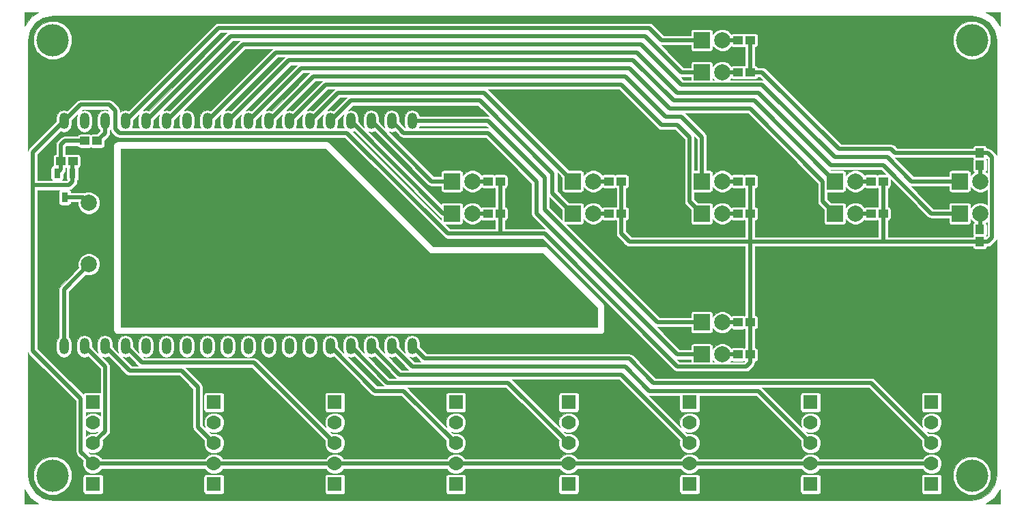
<source format=gbr>
G04 #@! TF.FileFunction,Copper,L2,Bot,Signal*
%FSLAX46Y46*%
G04 Gerber Fmt 4.6, Leading zero omitted, Abs format (unit mm)*
G04 Created by KiCad (PCBNEW 4.0.6) date 06/03/17 18:22:09*
%MOMM*%
%LPD*%
G01*
G04 APERTURE LIST*
%ADD10C,0.100000*%
%ADD11O,1.200000X2.000000*%
%ADD12R,2.000000X2.000000*%
%ADD13C,2.000000*%
%ADD14C,1.770000*%
%ADD15R,1.770000X1.770000*%
%ADD16R,0.800100X1.200000*%
%ADD17R,1.150000X1.000000*%
%ADD18R,1.000000X1.150000*%
%ADD19C,4.000000*%
%ADD20C,0.500000*%
%ADD21C,0.026000*%
G04 APERTURE END LIST*
D10*
D11*
X47590000Y-13030000D03*
X45050000Y-13030000D03*
X42510000Y-13030000D03*
X39970000Y-13030000D03*
X37430000Y-13030000D03*
X34890000Y-13030000D03*
X32350000Y-13030000D03*
X29810000Y-13030000D03*
X27270000Y-13030000D03*
X24730000Y-13030000D03*
X22190000Y-13030000D03*
X19650000Y-13030000D03*
X17110000Y-13030000D03*
X14570000Y-13030000D03*
X12030000Y-13030000D03*
X9490000Y-13030000D03*
X6950000Y-13030000D03*
X4410000Y-13030000D03*
X4410000Y-40970000D03*
X6950000Y-40970000D03*
X9490000Y-40970000D03*
X12030000Y-40970000D03*
X14570000Y-40970000D03*
X17110000Y-40970000D03*
X19650000Y-40970000D03*
X22190000Y-40970000D03*
X24730000Y-40970000D03*
X27270000Y-40970000D03*
X29810000Y-40970000D03*
X32350000Y-40970000D03*
X34890000Y-40970000D03*
X37430000Y-40970000D03*
X39970000Y-40970000D03*
X42510000Y-40970000D03*
X45050000Y-40970000D03*
X47590000Y-40970000D03*
D12*
X83500000Y-24500000D03*
D13*
X86040000Y-24500000D03*
D12*
X100000000Y-20500000D03*
D13*
X102540000Y-20500000D03*
D12*
X115500000Y-24500000D03*
D13*
X118040000Y-24500000D03*
D12*
X115500000Y-20500000D03*
D13*
X118040000Y-20500000D03*
D12*
X83500000Y-7000000D03*
D13*
X86040000Y-7000000D03*
D12*
X83500000Y-3000000D03*
D13*
X86040000Y-3000000D03*
D12*
X52500000Y-24500000D03*
D13*
X55040000Y-24500000D03*
D12*
X52500000Y-20500000D03*
D13*
X55040000Y-20500000D03*
D14*
X112000000Y-50460000D03*
X112000000Y-53000000D03*
X112000000Y-55540000D03*
D15*
X112000000Y-58080000D03*
X112000000Y-47920000D03*
D14*
X97000000Y-50460000D03*
X97000000Y-53000000D03*
X97000000Y-55540000D03*
D15*
X97000000Y-58080000D03*
X97000000Y-47920000D03*
D14*
X82000000Y-50460000D03*
X82000000Y-53000000D03*
X82000000Y-55540000D03*
D15*
X82000000Y-58080000D03*
X82000000Y-47920000D03*
D14*
X67000000Y-50460000D03*
X67000000Y-53000000D03*
X67000000Y-55540000D03*
D15*
X67000000Y-58080000D03*
X67000000Y-47920000D03*
D12*
X83500000Y-42000000D03*
D13*
X86040000Y-42000000D03*
D12*
X83500000Y-38000000D03*
D13*
X86040000Y-38000000D03*
D12*
X67500000Y-24500000D03*
D13*
X70040000Y-24500000D03*
D12*
X67500000Y-20500000D03*
D13*
X70040000Y-20500000D03*
D12*
X83500000Y-20500000D03*
D13*
X86040000Y-20500000D03*
D12*
X100000000Y-24500000D03*
D13*
X102540000Y-24500000D03*
D14*
X53000000Y-50460000D03*
X53000000Y-53000000D03*
X53000000Y-55540000D03*
D15*
X53000000Y-58080000D03*
X53000000Y-47920000D03*
D14*
X38000000Y-50460000D03*
X38000000Y-53000000D03*
X38000000Y-55540000D03*
D15*
X38000000Y-58080000D03*
X38000000Y-47920000D03*
D14*
X23000000Y-50460000D03*
X23000000Y-53000000D03*
X23000000Y-55540000D03*
D15*
X23000000Y-58080000D03*
X23000000Y-47920000D03*
D14*
X8000000Y-50460000D03*
X8000000Y-53000000D03*
X8000000Y-55540000D03*
D15*
X8000000Y-58080000D03*
X8000000Y-47920000D03*
D16*
X3550000Y-19498860D03*
X5450000Y-19498860D03*
X4500000Y-22501140D03*
D17*
X89500000Y-24500000D03*
X88000000Y-24500000D03*
X106000000Y-20500000D03*
X104500000Y-20500000D03*
D18*
X118000000Y-28000000D03*
X118000000Y-26500000D03*
X118000000Y-17000000D03*
X118000000Y-18500000D03*
D17*
X89500000Y-7000000D03*
X88000000Y-7000000D03*
X89500000Y-3000000D03*
X88000000Y-3000000D03*
X58500000Y-24500000D03*
X57000000Y-24500000D03*
X58500000Y-20500000D03*
X57000000Y-20500000D03*
X89500000Y-42000000D03*
X88000000Y-42000000D03*
X89500000Y-38000000D03*
X88000000Y-38000000D03*
X7000000Y-15500000D03*
X8500000Y-15500000D03*
X5500000Y-18000000D03*
X4000000Y-18000000D03*
X73500000Y-24500000D03*
X72000000Y-24500000D03*
X73500000Y-20500000D03*
X72000000Y-20500000D03*
X89500000Y-20500000D03*
X88000000Y-20500000D03*
X106000000Y-24500000D03*
X104500000Y-24500000D03*
D13*
X7500000Y-30799840D03*
X7500000Y-23200160D03*
D19*
X3000000Y-3000000D03*
X117000000Y-3000000D03*
X117000000Y-57000000D03*
X3000000Y-57000000D03*
D20*
X73500000Y-8500000D02*
X78500000Y-13500000D01*
X82000000Y-15000000D02*
X82000000Y-23000000D01*
X80500000Y-13500000D02*
X82000000Y-15000000D01*
X78500000Y-13500000D02*
X80500000Y-13500000D01*
X83500000Y-24500000D02*
X82000000Y-23000000D01*
X32350000Y-13030000D02*
X36880000Y-8500000D01*
X36880000Y-8500000D02*
X73500000Y-8500000D01*
X86040000Y-24500000D02*
X88000000Y-24500000D01*
X100000000Y-20500000D02*
X90000000Y-10500000D01*
X90000000Y-10500000D02*
X80000000Y-10500000D01*
X75000000Y-5500000D02*
X80000000Y-10500000D01*
X32260000Y-5500000D02*
X75000000Y-5500000D01*
X32260000Y-5500000D02*
X24730000Y-13030000D01*
X102540000Y-20500000D02*
X104500000Y-20500000D01*
X115500000Y-24500000D02*
X112000000Y-24500000D01*
X99500000Y-18500000D02*
X90500000Y-9500000D01*
X106000000Y-18500000D02*
X99500000Y-18500000D01*
X112000000Y-24500000D02*
X106000000Y-18500000D01*
X30720000Y-4500000D02*
X22190000Y-13030000D01*
X75500000Y-4500000D02*
X30720000Y-4500000D01*
X80500000Y-9500000D02*
X75500000Y-4500000D01*
X90500000Y-9500000D02*
X80500000Y-9500000D01*
X118040000Y-24500000D02*
X118040000Y-26460000D01*
X118040000Y-26460000D02*
X118000000Y-26500000D01*
X91000000Y-8500000D02*
X100000000Y-17500000D01*
X109500000Y-20500000D02*
X115500000Y-20500000D01*
X106500000Y-17500000D02*
X109500000Y-20500000D01*
X100000000Y-17500000D02*
X106500000Y-17500000D01*
X17110000Y-13030000D02*
X26640000Y-3500000D01*
X81000000Y-8500000D02*
X91000000Y-8500000D01*
X76000000Y-3500000D02*
X81000000Y-8500000D01*
X26640000Y-3500000D02*
X76000000Y-3500000D01*
X118040000Y-20500000D02*
X118040000Y-18540000D01*
X118040000Y-18540000D02*
X118000000Y-18500000D01*
X83500000Y-7000000D02*
X81000000Y-7000000D01*
X81000000Y-7000000D02*
X76500000Y-2500000D01*
X14570000Y-13030000D02*
X25100000Y-2500000D01*
X25100000Y-2500000D02*
X76500000Y-2500000D01*
X86040000Y-7000000D02*
X88000000Y-7000000D01*
X83500000Y-3000000D02*
X78500000Y-3000000D01*
X78500000Y-3000000D02*
X77000000Y-1500000D01*
X23560000Y-1500000D02*
X12030000Y-13030000D01*
X77000000Y-1500000D02*
X23560000Y-1500000D01*
X86040000Y-3000000D02*
X88000000Y-3000000D01*
X39970000Y-13030000D02*
X51440000Y-24500000D01*
X51440000Y-24500000D02*
X52500000Y-24500000D01*
X55040000Y-24500000D02*
X57000000Y-24500000D01*
X42510000Y-13030000D02*
X49980000Y-20500000D01*
X49980000Y-20500000D02*
X52500000Y-20500000D01*
X55040000Y-20500000D02*
X57000000Y-20500000D01*
X5450000Y-19498860D02*
X5450000Y-20550000D01*
X5000000Y-21000000D02*
X500000Y-21000000D01*
X5450000Y-20550000D02*
X5000000Y-21000000D01*
X5500000Y-18000000D02*
X5450000Y-18050000D01*
X5450000Y-18050000D02*
X5450000Y-19498860D01*
X4410000Y-13030000D02*
X6440000Y-11000000D01*
X10750000Y-14000000D02*
X11250000Y-14500000D01*
X10750000Y-11750000D02*
X10750000Y-14000000D01*
X10000000Y-11000000D02*
X10750000Y-11750000D01*
X6440000Y-11000000D02*
X10000000Y-11000000D01*
X8000000Y-55540000D02*
X6500000Y-54040000D01*
X6500000Y-54040000D02*
X6500000Y-47500000D01*
X6500000Y-47500000D02*
X500000Y-41500000D01*
X500000Y-41500000D02*
X500000Y-21000000D01*
X500000Y-16940000D02*
X4410000Y-13030000D01*
X500000Y-21000000D02*
X500000Y-16940000D01*
X23000000Y-55540000D02*
X8000000Y-55540000D01*
X38000000Y-55540000D02*
X23000000Y-55540000D01*
X53000000Y-55540000D02*
X38000000Y-55540000D01*
X67000000Y-55540000D02*
X53000000Y-55540000D01*
X82000000Y-55540000D02*
X67000000Y-55540000D01*
X97000000Y-55540000D02*
X82000000Y-55540000D01*
X112000000Y-55540000D02*
X97000000Y-55540000D01*
X118000000Y-17000000D02*
X107500000Y-17000000D01*
X100500000Y-16500000D02*
X91000000Y-7000000D01*
X107000000Y-16500000D02*
X100500000Y-16500000D01*
X107500000Y-17000000D02*
X107000000Y-16500000D01*
X58500000Y-27000000D02*
X64000000Y-27000000D01*
X64000000Y-27000000D02*
X80500000Y-43500000D01*
X11250000Y-14500000D02*
X39500000Y-14500000D01*
X39500000Y-14500000D02*
X52000000Y-27000000D01*
X52000000Y-27000000D02*
X58500000Y-27000000D01*
X89500000Y-7000000D02*
X91000000Y-7000000D01*
X89500000Y-3000000D02*
X89500000Y-7000000D01*
X106000000Y-24500000D02*
X106000000Y-28000000D01*
X106000000Y-20500000D02*
X106000000Y-24500000D01*
X89500000Y-28000000D02*
X74500000Y-28000000D01*
X74500000Y-28000000D02*
X73500000Y-27000000D01*
X118000000Y-28000000D02*
X106000000Y-28000000D01*
X106000000Y-28000000D02*
X89500000Y-28000000D01*
X118000000Y-17000000D02*
X119000000Y-17000000D01*
X119000000Y-17000000D02*
X119500000Y-17500000D01*
X119500000Y-17500000D02*
X119500000Y-27500000D01*
X119500000Y-27500000D02*
X119000000Y-28000000D01*
X119000000Y-28000000D02*
X118000000Y-28000000D01*
X73500000Y-24500000D02*
X73500000Y-27000000D01*
X73500000Y-20500000D02*
X73500000Y-24500000D01*
X89500000Y-24500000D02*
X89500000Y-20500000D01*
X89500000Y-38000000D02*
X89500000Y-30000000D01*
X89500000Y-30000000D02*
X89500000Y-29500000D01*
X89500000Y-29500000D02*
X89500000Y-28000000D01*
X89500000Y-28000000D02*
X89500000Y-24500000D01*
X89500000Y-42000000D02*
X89500000Y-38000000D01*
X58500000Y-24500000D02*
X58500000Y-27000000D01*
X89500000Y-43000000D02*
X89500000Y-42000000D01*
X89000000Y-43500000D02*
X89500000Y-43000000D01*
X80500000Y-43500000D02*
X89000000Y-43500000D01*
X58500000Y-20500000D02*
X58500000Y-24500000D01*
X39970000Y-40970000D02*
X44500000Y-45500000D01*
X59500000Y-45500000D02*
X67000000Y-53000000D01*
X44500000Y-45500000D02*
X59500000Y-45500000D01*
X82000000Y-53000000D02*
X73500000Y-44500000D01*
X46040000Y-44500000D02*
X42510000Y-40970000D01*
X73500000Y-44500000D02*
X46040000Y-44500000D01*
X45050000Y-40970000D02*
X47580000Y-43500000D01*
X90500000Y-46500000D02*
X97000000Y-53000000D01*
X77000000Y-46500000D02*
X90500000Y-46500000D01*
X74000000Y-43500000D02*
X77000000Y-46500000D01*
X47580000Y-43500000D02*
X74000000Y-43500000D01*
X112000000Y-53000000D02*
X104500000Y-45500000D01*
X49120000Y-42500000D02*
X47590000Y-40970000D01*
X74500000Y-42500000D02*
X49120000Y-42500000D01*
X77500000Y-45500000D02*
X74500000Y-42500000D01*
X104500000Y-45500000D02*
X77500000Y-45500000D01*
X57000000Y-14500000D02*
X46520000Y-14500000D01*
X63000000Y-20500000D02*
X63000000Y-24500000D01*
X63000000Y-24500000D02*
X80500000Y-42000000D01*
X83500000Y-42000000D02*
X80500000Y-42000000D01*
X63000000Y-20500000D02*
X57000000Y-14500000D01*
X46520000Y-14500000D02*
X45050000Y-13030000D01*
X88000000Y-42000000D02*
X86040000Y-42000000D01*
X47590000Y-13030000D02*
X57030000Y-13030000D01*
X57030000Y-13030000D02*
X64000000Y-20000000D01*
X83500000Y-38000000D02*
X78000000Y-38000000D01*
X64000000Y-24000000D02*
X64000000Y-20000000D01*
X78000000Y-38000000D02*
X64000000Y-24000000D01*
X86040000Y-38000000D02*
X88000000Y-38000000D01*
X39960000Y-10500000D02*
X56000000Y-10500000D01*
X65000000Y-22000000D02*
X67500000Y-24500000D01*
X65000000Y-19500000D02*
X65000000Y-22000000D01*
X56000000Y-10500000D02*
X65000000Y-19500000D01*
X37430000Y-13030000D02*
X39960000Y-10500000D01*
X72000000Y-24500000D02*
X70040000Y-24500000D01*
X67500000Y-20500000D02*
X56500000Y-9500000D01*
X38420000Y-9500000D02*
X34890000Y-13030000D01*
X56500000Y-9500000D02*
X38420000Y-9500000D01*
X72000000Y-20500000D02*
X70040000Y-20500000D01*
X83500000Y-20500000D02*
X83500000Y-15000000D01*
X79000000Y-12500000D02*
X74000000Y-7500000D01*
X81000000Y-12500000D02*
X79000000Y-12500000D01*
X83500000Y-15000000D02*
X81000000Y-12500000D01*
X74000000Y-7500000D02*
X35340000Y-7500000D01*
X29810000Y-13030000D02*
X35340000Y-7500000D01*
X88000000Y-20500000D02*
X86040000Y-20500000D01*
X100000000Y-24500000D02*
X98500000Y-23000000D01*
X89500000Y-11500000D02*
X79500000Y-11500000D01*
X98500000Y-20500000D02*
X89500000Y-11500000D01*
X98500000Y-23000000D02*
X98500000Y-20500000D01*
X27270000Y-13030000D02*
X33800000Y-6500000D01*
X74500000Y-6500000D02*
X79500000Y-11500000D01*
X33800000Y-6500000D02*
X74500000Y-6500000D01*
X104500000Y-24500000D02*
X102540000Y-24500000D01*
X37430000Y-40970000D02*
X42960000Y-46500000D01*
X42960000Y-46500000D02*
X43000000Y-46500000D01*
X46500000Y-46500000D02*
X53000000Y-53000000D01*
X43000000Y-46500000D02*
X46500000Y-46500000D01*
X12030000Y-40970000D02*
X14060000Y-43000000D01*
X28000000Y-43000000D02*
X38000000Y-53000000D01*
X14060000Y-43000000D02*
X28000000Y-43000000D01*
X9490000Y-40970000D02*
X12520000Y-44000000D01*
X21000000Y-51000000D02*
X23000000Y-53000000D01*
X21000000Y-46000000D02*
X21000000Y-51000000D01*
X19000000Y-44000000D02*
X21000000Y-46000000D01*
X12520000Y-44000000D02*
X19000000Y-44000000D01*
X6950000Y-40970000D02*
X9500000Y-43520000D01*
X9500000Y-43520000D02*
X9500000Y-51500000D01*
X8000000Y-53000000D02*
X9500000Y-51500000D01*
X3550000Y-19498860D02*
X4000000Y-19048860D01*
X4000000Y-19048860D02*
X4000000Y-18000000D01*
X7000000Y-15500000D02*
X4500000Y-15500000D01*
X4000000Y-16000000D02*
X4000000Y-18000000D01*
X4500000Y-15500000D02*
X4000000Y-16000000D01*
X7500000Y-23200160D02*
X6800980Y-22501140D01*
X6800980Y-22501140D02*
X4500000Y-22501140D01*
X7500000Y-30799840D02*
X4410000Y-33889840D01*
X4410000Y-33889840D02*
X4410000Y-40970000D01*
X9490000Y-13030000D02*
X9490000Y-14510000D01*
X9490000Y-14510000D02*
X8500000Y-15500000D01*
D21*
G36*
X120487000Y-60487000D02*
X118748499Y-60487000D01*
X119718213Y-59839058D01*
X119753277Y-59803994D01*
X119839058Y-59718214D01*
X120487000Y-58748499D01*
X120487000Y-60487000D01*
X120487000Y-60487000D01*
G37*
X120487000Y-60487000D02*
X118748499Y-60487000D01*
X119718213Y-59839058D01*
X119753277Y-59803994D01*
X119839058Y-59718214D01*
X120487000Y-58748499D01*
X120487000Y-60487000D01*
G36*
X160942Y-59718213D02*
X160943Y-59718214D01*
X281786Y-59839058D01*
X1251501Y-60487000D01*
X-487000Y-60487000D01*
X-487000Y-58748499D01*
X160942Y-59718213D01*
X160942Y-59718213D01*
G37*
X160942Y-59718213D02*
X160943Y-59718214D01*
X281786Y-59839058D01*
X1251501Y-60487000D01*
X-487000Y-60487000D01*
X-487000Y-58748499D01*
X160942Y-59718213D01*
G36*
X10183662Y-14234585D02*
X10316544Y-14433456D01*
X10816544Y-14933457D01*
X11015415Y-15066338D01*
X11250000Y-15113000D01*
X39246088Y-15113000D01*
X51566544Y-27433457D01*
X51685759Y-27513113D01*
X51765415Y-27566338D01*
X52000000Y-27613000D01*
X63746088Y-27613000D01*
X80066544Y-43933457D01*
X80265415Y-44066338D01*
X80500000Y-44113000D01*
X89000000Y-44113000D01*
X89234585Y-44066338D01*
X89433456Y-43933456D01*
X89933457Y-43433456D01*
X90066338Y-43234585D01*
X90113000Y-43000000D01*
X90113000Y-42862961D01*
X90209520Y-42844799D01*
X90333068Y-42765298D01*
X90415951Y-42643994D01*
X90445111Y-42500000D01*
X90445111Y-41500000D01*
X90419799Y-41365480D01*
X90340298Y-41241932D01*
X90218994Y-41159049D01*
X90113000Y-41137584D01*
X90113000Y-38862961D01*
X90209520Y-38844799D01*
X90333068Y-38765298D01*
X90415951Y-38643994D01*
X90445111Y-38500000D01*
X90445111Y-37500000D01*
X90419799Y-37365480D01*
X90340298Y-37241932D01*
X90218994Y-37159049D01*
X90113000Y-37137584D01*
X90113000Y-28613000D01*
X117137039Y-28613000D01*
X117155201Y-28709520D01*
X117234702Y-28833068D01*
X117356006Y-28915951D01*
X117500000Y-28945111D01*
X118500000Y-28945111D01*
X118634520Y-28919799D01*
X118758068Y-28840298D01*
X118840951Y-28718994D01*
X118862416Y-28613000D01*
X119000000Y-28613000D01*
X119234585Y-28566338D01*
X119433456Y-28433456D01*
X119933457Y-27933456D01*
X120062000Y-27741077D01*
X120062000Y-56956861D01*
X119820991Y-58168494D01*
X119159093Y-59159093D01*
X118168492Y-59820991D01*
X116956860Y-60062000D01*
X3043139Y-60062000D01*
X1831506Y-59820991D01*
X840907Y-59159093D01*
X179009Y-58168492D01*
X39666Y-57467968D01*
X636591Y-57467968D01*
X995578Y-58336783D01*
X1659720Y-59002086D01*
X2527908Y-59362589D01*
X3467968Y-59363409D01*
X4336783Y-59004422D01*
X5002086Y-58340280D01*
X5362589Y-57472092D01*
X5362830Y-57195000D01*
X6744889Y-57195000D01*
X6744889Y-58965000D01*
X6770201Y-59099520D01*
X6849702Y-59223068D01*
X6971006Y-59305951D01*
X7115000Y-59335111D01*
X8885000Y-59335111D01*
X9019520Y-59309799D01*
X9143068Y-59230298D01*
X9225951Y-59108994D01*
X9255111Y-58965000D01*
X9255111Y-57195000D01*
X21744889Y-57195000D01*
X21744889Y-58965000D01*
X21770201Y-59099520D01*
X21849702Y-59223068D01*
X21971006Y-59305951D01*
X22115000Y-59335111D01*
X23885000Y-59335111D01*
X24019520Y-59309799D01*
X24143068Y-59230298D01*
X24225951Y-59108994D01*
X24255111Y-58965000D01*
X24255111Y-57195000D01*
X36744889Y-57195000D01*
X36744889Y-58965000D01*
X36770201Y-59099520D01*
X36849702Y-59223068D01*
X36971006Y-59305951D01*
X37115000Y-59335111D01*
X38885000Y-59335111D01*
X39019520Y-59309799D01*
X39143068Y-59230298D01*
X39225951Y-59108994D01*
X39255111Y-58965000D01*
X39255111Y-57195000D01*
X51744889Y-57195000D01*
X51744889Y-58965000D01*
X51770201Y-59099520D01*
X51849702Y-59223068D01*
X51971006Y-59305951D01*
X52115000Y-59335111D01*
X53885000Y-59335111D01*
X54019520Y-59309799D01*
X54143068Y-59230298D01*
X54225951Y-59108994D01*
X54255111Y-58965000D01*
X54255111Y-57195000D01*
X65744889Y-57195000D01*
X65744889Y-58965000D01*
X65770201Y-59099520D01*
X65849702Y-59223068D01*
X65971006Y-59305951D01*
X66115000Y-59335111D01*
X67885000Y-59335111D01*
X68019520Y-59309799D01*
X68143068Y-59230298D01*
X68225951Y-59108994D01*
X68255111Y-58965000D01*
X68255111Y-57195000D01*
X80744889Y-57195000D01*
X80744889Y-58965000D01*
X80770201Y-59099520D01*
X80849702Y-59223068D01*
X80971006Y-59305951D01*
X81115000Y-59335111D01*
X82885000Y-59335111D01*
X83019520Y-59309799D01*
X83143068Y-59230298D01*
X83225951Y-59108994D01*
X83255111Y-58965000D01*
X83255111Y-57195000D01*
X95744889Y-57195000D01*
X95744889Y-58965000D01*
X95770201Y-59099520D01*
X95849702Y-59223068D01*
X95971006Y-59305951D01*
X96115000Y-59335111D01*
X97885000Y-59335111D01*
X98019520Y-59309799D01*
X98143068Y-59230298D01*
X98225951Y-59108994D01*
X98255111Y-58965000D01*
X98255111Y-57195000D01*
X110744889Y-57195000D01*
X110744889Y-58965000D01*
X110770201Y-59099520D01*
X110849702Y-59223068D01*
X110971006Y-59305951D01*
X111115000Y-59335111D01*
X112885000Y-59335111D01*
X113019520Y-59309799D01*
X113143068Y-59230298D01*
X113225951Y-59108994D01*
X113255111Y-58965000D01*
X113255111Y-57467968D01*
X114636591Y-57467968D01*
X114995578Y-58336783D01*
X115659720Y-59002086D01*
X116527908Y-59362589D01*
X117467968Y-59363409D01*
X118336783Y-59004422D01*
X119002086Y-58340280D01*
X119362589Y-57472092D01*
X119363409Y-56532032D01*
X119004422Y-55663217D01*
X118340280Y-54997914D01*
X117472092Y-54637411D01*
X116532032Y-54636591D01*
X115663217Y-54995578D01*
X114997914Y-55659720D01*
X114637411Y-56527908D01*
X114636591Y-57467968D01*
X113255111Y-57467968D01*
X113255111Y-57195000D01*
X113229799Y-57060480D01*
X113150298Y-56936932D01*
X113028994Y-56854049D01*
X112885000Y-56824889D01*
X111115000Y-56824889D01*
X110980480Y-56850201D01*
X110856932Y-56929702D01*
X110774049Y-57051006D01*
X110744889Y-57195000D01*
X98255111Y-57195000D01*
X98229799Y-57060480D01*
X98150298Y-56936932D01*
X98028994Y-56854049D01*
X97885000Y-56824889D01*
X96115000Y-56824889D01*
X95980480Y-56850201D01*
X95856932Y-56929702D01*
X95774049Y-57051006D01*
X95744889Y-57195000D01*
X83255111Y-57195000D01*
X83229799Y-57060480D01*
X83150298Y-56936932D01*
X83028994Y-56854049D01*
X82885000Y-56824889D01*
X81115000Y-56824889D01*
X80980480Y-56850201D01*
X80856932Y-56929702D01*
X80774049Y-57051006D01*
X80744889Y-57195000D01*
X68255111Y-57195000D01*
X68229799Y-57060480D01*
X68150298Y-56936932D01*
X68028994Y-56854049D01*
X67885000Y-56824889D01*
X66115000Y-56824889D01*
X65980480Y-56850201D01*
X65856932Y-56929702D01*
X65774049Y-57051006D01*
X65744889Y-57195000D01*
X54255111Y-57195000D01*
X54229799Y-57060480D01*
X54150298Y-56936932D01*
X54028994Y-56854049D01*
X53885000Y-56824889D01*
X52115000Y-56824889D01*
X51980480Y-56850201D01*
X51856932Y-56929702D01*
X51774049Y-57051006D01*
X51744889Y-57195000D01*
X39255111Y-57195000D01*
X39229799Y-57060480D01*
X39150298Y-56936932D01*
X39028994Y-56854049D01*
X38885000Y-56824889D01*
X37115000Y-56824889D01*
X36980480Y-56850201D01*
X36856932Y-56929702D01*
X36774049Y-57051006D01*
X36744889Y-57195000D01*
X24255111Y-57195000D01*
X24229799Y-57060480D01*
X24150298Y-56936932D01*
X24028994Y-56854049D01*
X23885000Y-56824889D01*
X22115000Y-56824889D01*
X21980480Y-56850201D01*
X21856932Y-56929702D01*
X21774049Y-57051006D01*
X21744889Y-57195000D01*
X9255111Y-57195000D01*
X9229799Y-57060480D01*
X9150298Y-56936932D01*
X9028994Y-56854049D01*
X8885000Y-56824889D01*
X7115000Y-56824889D01*
X6980480Y-56850201D01*
X6856932Y-56929702D01*
X6774049Y-57051006D01*
X6744889Y-57195000D01*
X5362830Y-57195000D01*
X5363409Y-56532032D01*
X5004422Y-55663217D01*
X4340280Y-54997914D01*
X3472092Y-54637411D01*
X2532032Y-54636591D01*
X1663217Y-54995578D01*
X997914Y-55659720D01*
X637411Y-56527908D01*
X636591Y-57467968D01*
X39666Y-57467968D01*
X-62000Y-56956860D01*
X-62000Y-41741077D01*
X66544Y-41933456D01*
X5887000Y-47753913D01*
X5887000Y-54040000D01*
X5928331Y-54247783D01*
X5933662Y-54274585D01*
X6066544Y-54473456D01*
X6790811Y-55197723D01*
X6752217Y-55290668D01*
X6751784Y-55787154D01*
X6941380Y-56246012D01*
X7292142Y-56597386D01*
X7750668Y-56787783D01*
X8247154Y-56788216D01*
X8706012Y-56598620D01*
X9057386Y-56247858D01*
X9096775Y-56153000D01*
X21902948Y-56153000D01*
X21941380Y-56246012D01*
X22292142Y-56597386D01*
X22750668Y-56787783D01*
X23247154Y-56788216D01*
X23706012Y-56598620D01*
X24057386Y-56247858D01*
X24096775Y-56153000D01*
X36902948Y-56153000D01*
X36941380Y-56246012D01*
X37292142Y-56597386D01*
X37750668Y-56787783D01*
X38247154Y-56788216D01*
X38706012Y-56598620D01*
X39057386Y-56247858D01*
X39096775Y-56153000D01*
X51902948Y-56153000D01*
X51941380Y-56246012D01*
X52292142Y-56597386D01*
X52750668Y-56787783D01*
X53247154Y-56788216D01*
X53706012Y-56598620D01*
X54057386Y-56247858D01*
X54096775Y-56153000D01*
X65902948Y-56153000D01*
X65941380Y-56246012D01*
X66292142Y-56597386D01*
X66750668Y-56787783D01*
X67247154Y-56788216D01*
X67706012Y-56598620D01*
X68057386Y-56247858D01*
X68096775Y-56153000D01*
X80902948Y-56153000D01*
X80941380Y-56246012D01*
X81292142Y-56597386D01*
X81750668Y-56787783D01*
X82247154Y-56788216D01*
X82706012Y-56598620D01*
X83057386Y-56247858D01*
X83096775Y-56153000D01*
X95902948Y-56153000D01*
X95941380Y-56246012D01*
X96292142Y-56597386D01*
X96750668Y-56787783D01*
X97247154Y-56788216D01*
X97706012Y-56598620D01*
X98057386Y-56247858D01*
X98096775Y-56153000D01*
X110902948Y-56153000D01*
X110941380Y-56246012D01*
X111292142Y-56597386D01*
X111750668Y-56787783D01*
X112247154Y-56788216D01*
X112706012Y-56598620D01*
X113057386Y-56247858D01*
X113247783Y-55789332D01*
X113248216Y-55292846D01*
X113058620Y-54833988D01*
X112707858Y-54482614D01*
X112249332Y-54292217D01*
X111752846Y-54291784D01*
X111293988Y-54481380D01*
X110942614Y-54832142D01*
X110903225Y-54927000D01*
X98097052Y-54927000D01*
X98058620Y-54833988D01*
X97707858Y-54482614D01*
X97249332Y-54292217D01*
X96752846Y-54291784D01*
X96293988Y-54481380D01*
X95942614Y-54832142D01*
X95903225Y-54927000D01*
X83097052Y-54927000D01*
X83058620Y-54833988D01*
X82707858Y-54482614D01*
X82249332Y-54292217D01*
X81752846Y-54291784D01*
X81293988Y-54481380D01*
X80942614Y-54832142D01*
X80903225Y-54927000D01*
X68097052Y-54927000D01*
X68058620Y-54833988D01*
X67707858Y-54482614D01*
X67249332Y-54292217D01*
X66752846Y-54291784D01*
X66293988Y-54481380D01*
X65942614Y-54832142D01*
X65903225Y-54927000D01*
X54097052Y-54927000D01*
X54058620Y-54833988D01*
X53707858Y-54482614D01*
X53249332Y-54292217D01*
X52752846Y-54291784D01*
X52293988Y-54481380D01*
X51942614Y-54832142D01*
X51903225Y-54927000D01*
X39097052Y-54927000D01*
X39058620Y-54833988D01*
X38707858Y-54482614D01*
X38249332Y-54292217D01*
X37752846Y-54291784D01*
X37293988Y-54481380D01*
X36942614Y-54832142D01*
X36903225Y-54927000D01*
X24097052Y-54927000D01*
X24058620Y-54833988D01*
X23707858Y-54482614D01*
X23249332Y-54292217D01*
X22752846Y-54291784D01*
X22293988Y-54481380D01*
X21942614Y-54832142D01*
X21903225Y-54927000D01*
X9097052Y-54927000D01*
X9058620Y-54833988D01*
X8707858Y-54482614D01*
X8249332Y-54292217D01*
X7752846Y-54291784D01*
X7657919Y-54331007D01*
X7449738Y-54122826D01*
X7750668Y-54247783D01*
X8247154Y-54248216D01*
X8706012Y-54058620D01*
X9057386Y-53707858D01*
X9247783Y-53249332D01*
X9248216Y-52752846D01*
X9208993Y-52657919D01*
X9933456Y-51933457D01*
X10066338Y-51734585D01*
X10071669Y-51707783D01*
X10113000Y-51500000D01*
X10113000Y-43520000D01*
X10066338Y-43285415D01*
X10048065Y-43258068D01*
X9933457Y-43086544D01*
X9136251Y-42289338D01*
X9490000Y-42359703D01*
X9858524Y-42286399D01*
X9907058Y-42253970D01*
X12086543Y-44433456D01*
X12285415Y-44566338D01*
X12520000Y-44613000D01*
X18746088Y-44613000D01*
X20387000Y-46253913D01*
X20387000Y-51000000D01*
X20420022Y-51166012D01*
X20433662Y-51234585D01*
X20566544Y-51433456D01*
X21790811Y-52657724D01*
X21752217Y-52750668D01*
X21751784Y-53247154D01*
X21941380Y-53706012D01*
X22292142Y-54057386D01*
X22750668Y-54247783D01*
X23247154Y-54248216D01*
X23706012Y-54058620D01*
X24057386Y-53707858D01*
X24247783Y-53249332D01*
X24248216Y-52752846D01*
X24058620Y-52293988D01*
X23707858Y-51942614D01*
X23249332Y-51752217D01*
X22752846Y-51751784D01*
X22657919Y-51791007D01*
X22449738Y-51582826D01*
X22750668Y-51707783D01*
X23247154Y-51708216D01*
X23706012Y-51518620D01*
X24057386Y-51167858D01*
X24247783Y-50709332D01*
X24248216Y-50212846D01*
X24058620Y-49753988D01*
X23707858Y-49402614D01*
X23249332Y-49212217D01*
X22752846Y-49211784D01*
X22293988Y-49401380D01*
X21942614Y-49752142D01*
X21752217Y-50210668D01*
X21751784Y-50707154D01*
X21876921Y-51010009D01*
X21613000Y-50746088D01*
X21613000Y-47035000D01*
X21744889Y-47035000D01*
X21744889Y-48805000D01*
X21770201Y-48939520D01*
X21849702Y-49063068D01*
X21971006Y-49145951D01*
X22115000Y-49175111D01*
X23885000Y-49175111D01*
X24019520Y-49149799D01*
X24143068Y-49070298D01*
X24225951Y-48948994D01*
X24255111Y-48805000D01*
X24255111Y-47035000D01*
X24229799Y-46900480D01*
X24150298Y-46776932D01*
X24028994Y-46694049D01*
X23885000Y-46664889D01*
X22115000Y-46664889D01*
X21980480Y-46690201D01*
X21856932Y-46769702D01*
X21774049Y-46891006D01*
X21744889Y-47035000D01*
X21613000Y-47035000D01*
X21613000Y-46000000D01*
X21566338Y-45765415D01*
X21545737Y-45734584D01*
X21433456Y-45566543D01*
X19479912Y-43613000D01*
X27746088Y-43613000D01*
X36790811Y-52657724D01*
X36752217Y-52750668D01*
X36751784Y-53247154D01*
X36941380Y-53706012D01*
X37292142Y-54057386D01*
X37750668Y-54247783D01*
X38247154Y-54248216D01*
X38706012Y-54058620D01*
X39057386Y-53707858D01*
X39247783Y-53249332D01*
X39248216Y-52752846D01*
X39058620Y-52293988D01*
X38707858Y-51942614D01*
X38249332Y-51752217D01*
X37752846Y-51751784D01*
X37657920Y-51791007D01*
X37449739Y-51582826D01*
X37750668Y-51707783D01*
X38247154Y-51708216D01*
X38706012Y-51518620D01*
X39057386Y-51167858D01*
X39247783Y-50709332D01*
X39248216Y-50212846D01*
X39058620Y-49753988D01*
X38707858Y-49402614D01*
X38249332Y-49212217D01*
X37752846Y-49211784D01*
X37293988Y-49401380D01*
X36942614Y-49752142D01*
X36752217Y-50210668D01*
X36751784Y-50707154D01*
X36876920Y-51010007D01*
X32901913Y-47035000D01*
X36744889Y-47035000D01*
X36744889Y-48805000D01*
X36770201Y-48939520D01*
X36849702Y-49063068D01*
X36971006Y-49145951D01*
X37115000Y-49175111D01*
X38885000Y-49175111D01*
X39019520Y-49149799D01*
X39143068Y-49070298D01*
X39225951Y-48948994D01*
X39255111Y-48805000D01*
X39255111Y-47035000D01*
X39229799Y-46900480D01*
X39150298Y-46776932D01*
X39028994Y-46694049D01*
X38885000Y-46664889D01*
X37115000Y-46664889D01*
X36980480Y-46690201D01*
X36856932Y-46769702D01*
X36774049Y-46891006D01*
X36744889Y-47035000D01*
X32901913Y-47035000D01*
X28433456Y-42566544D01*
X28234585Y-42433662D01*
X28233549Y-42433456D01*
X28000000Y-42387000D01*
X14313913Y-42387000D01*
X14216251Y-42289338D01*
X14570000Y-42359703D01*
X14938524Y-42286399D01*
X15250944Y-42077647D01*
X15459696Y-41765227D01*
X15533000Y-41396703D01*
X15533000Y-40543297D01*
X16147000Y-40543297D01*
X16147000Y-41396703D01*
X16220304Y-41765227D01*
X16429056Y-42077647D01*
X16741476Y-42286399D01*
X17110000Y-42359703D01*
X17478524Y-42286399D01*
X17790944Y-42077647D01*
X17999696Y-41765227D01*
X18073000Y-41396703D01*
X18073000Y-40543297D01*
X18687000Y-40543297D01*
X18687000Y-41396703D01*
X18760304Y-41765227D01*
X18969056Y-42077647D01*
X19281476Y-42286399D01*
X19650000Y-42359703D01*
X20018524Y-42286399D01*
X20330944Y-42077647D01*
X20539696Y-41765227D01*
X20613000Y-41396703D01*
X20613000Y-40543297D01*
X21227000Y-40543297D01*
X21227000Y-41396703D01*
X21300304Y-41765227D01*
X21509056Y-42077647D01*
X21821476Y-42286399D01*
X22190000Y-42359703D01*
X22558524Y-42286399D01*
X22870944Y-42077647D01*
X23079696Y-41765227D01*
X23153000Y-41396703D01*
X23153000Y-40543297D01*
X23767000Y-40543297D01*
X23767000Y-41396703D01*
X23840304Y-41765227D01*
X24049056Y-42077647D01*
X24361476Y-42286399D01*
X24730000Y-42359703D01*
X25098524Y-42286399D01*
X25410944Y-42077647D01*
X25619696Y-41765227D01*
X25693000Y-41396703D01*
X25693000Y-40543297D01*
X26307000Y-40543297D01*
X26307000Y-41396703D01*
X26380304Y-41765227D01*
X26589056Y-42077647D01*
X26901476Y-42286399D01*
X27270000Y-42359703D01*
X27638524Y-42286399D01*
X27950944Y-42077647D01*
X28159696Y-41765227D01*
X28233000Y-41396703D01*
X28233000Y-40543297D01*
X28847000Y-40543297D01*
X28847000Y-41396703D01*
X28920304Y-41765227D01*
X29129056Y-42077647D01*
X29441476Y-42286399D01*
X29810000Y-42359703D01*
X30178524Y-42286399D01*
X30490944Y-42077647D01*
X30699696Y-41765227D01*
X30773000Y-41396703D01*
X30773000Y-40543297D01*
X31387000Y-40543297D01*
X31387000Y-41396703D01*
X31460304Y-41765227D01*
X31669056Y-42077647D01*
X31981476Y-42286399D01*
X32350000Y-42359703D01*
X32718524Y-42286399D01*
X33030944Y-42077647D01*
X33239696Y-41765227D01*
X33313000Y-41396703D01*
X33313000Y-40543297D01*
X33927000Y-40543297D01*
X33927000Y-41396703D01*
X34000304Y-41765227D01*
X34209056Y-42077647D01*
X34521476Y-42286399D01*
X34890000Y-42359703D01*
X35258524Y-42286399D01*
X35570944Y-42077647D01*
X35779696Y-41765227D01*
X35853000Y-41396703D01*
X35853000Y-40543297D01*
X36467000Y-40543297D01*
X36467000Y-41396703D01*
X36540304Y-41765227D01*
X36749056Y-42077647D01*
X37061476Y-42286399D01*
X37430000Y-42359703D01*
X37798524Y-42286399D01*
X37847058Y-42253970D01*
X42526544Y-46933456D01*
X42725415Y-47066338D01*
X42960000Y-47113000D01*
X46246088Y-47113000D01*
X51790811Y-52657724D01*
X51752217Y-52750668D01*
X51751784Y-53247154D01*
X51941380Y-53706012D01*
X52292142Y-54057386D01*
X52750668Y-54247783D01*
X53247154Y-54248216D01*
X53706012Y-54058620D01*
X54057386Y-53707858D01*
X54247783Y-53249332D01*
X54248216Y-52752846D01*
X54058620Y-52293988D01*
X53707858Y-51942614D01*
X53249332Y-51752217D01*
X52752846Y-51751784D01*
X52657920Y-51791007D01*
X52449739Y-51582826D01*
X52750668Y-51707783D01*
X53247154Y-51708216D01*
X53706012Y-51518620D01*
X54057386Y-51167858D01*
X54247783Y-50709332D01*
X54248216Y-50212846D01*
X54058620Y-49753988D01*
X53707858Y-49402614D01*
X53249332Y-49212217D01*
X52752846Y-49211784D01*
X52293988Y-49401380D01*
X51942614Y-49752142D01*
X51752217Y-50210668D01*
X51751784Y-50707154D01*
X51876920Y-51010008D01*
X47901912Y-47035000D01*
X51744889Y-47035000D01*
X51744889Y-48805000D01*
X51770201Y-48939520D01*
X51849702Y-49063068D01*
X51971006Y-49145951D01*
X52115000Y-49175111D01*
X53885000Y-49175111D01*
X54019520Y-49149799D01*
X54143068Y-49070298D01*
X54225951Y-48948994D01*
X54255111Y-48805000D01*
X54255111Y-47035000D01*
X54229799Y-46900480D01*
X54150298Y-46776932D01*
X54028994Y-46694049D01*
X53885000Y-46664889D01*
X52115000Y-46664889D01*
X51980480Y-46690201D01*
X51856932Y-46769702D01*
X51774049Y-46891006D01*
X51744889Y-47035000D01*
X47901912Y-47035000D01*
X46979912Y-46113000D01*
X59246088Y-46113000D01*
X65790811Y-52657724D01*
X65752217Y-52750668D01*
X65751784Y-53247154D01*
X65941380Y-53706012D01*
X66292142Y-54057386D01*
X66750668Y-54247783D01*
X67247154Y-54248216D01*
X67706012Y-54058620D01*
X68057386Y-53707858D01*
X68247783Y-53249332D01*
X68248216Y-52752846D01*
X68058620Y-52293988D01*
X67707858Y-51942614D01*
X67249332Y-51752217D01*
X66752846Y-51751784D01*
X66657920Y-51791007D01*
X66449739Y-51582826D01*
X66750668Y-51707783D01*
X67247154Y-51708216D01*
X67706012Y-51518620D01*
X68057386Y-51167858D01*
X68247783Y-50709332D01*
X68248216Y-50212846D01*
X68058620Y-49753988D01*
X67707858Y-49402614D01*
X67249332Y-49212217D01*
X66752846Y-49211784D01*
X66293988Y-49401380D01*
X65942614Y-49752142D01*
X65752217Y-50210668D01*
X65751784Y-50707154D01*
X65876920Y-51010008D01*
X61901912Y-47035000D01*
X65744889Y-47035000D01*
X65744889Y-48805000D01*
X65770201Y-48939520D01*
X65849702Y-49063068D01*
X65971006Y-49145951D01*
X66115000Y-49175111D01*
X67885000Y-49175111D01*
X68019520Y-49149799D01*
X68143068Y-49070298D01*
X68225951Y-48948994D01*
X68255111Y-48805000D01*
X68255111Y-47035000D01*
X68229799Y-46900480D01*
X68150298Y-46776932D01*
X68028994Y-46694049D01*
X67885000Y-46664889D01*
X66115000Y-46664889D01*
X65980480Y-46690201D01*
X65856932Y-46769702D01*
X65774049Y-46891006D01*
X65744889Y-47035000D01*
X61901912Y-47035000D01*
X59979912Y-45113000D01*
X73246088Y-45113000D01*
X80790811Y-52657724D01*
X80752217Y-52750668D01*
X80751784Y-53247154D01*
X80941380Y-53706012D01*
X81292142Y-54057386D01*
X81750668Y-54247783D01*
X82247154Y-54248216D01*
X82706012Y-54058620D01*
X83057386Y-53707858D01*
X83247783Y-53249332D01*
X83248216Y-52752846D01*
X83058620Y-52293988D01*
X82707858Y-51942614D01*
X82249332Y-51752217D01*
X81752846Y-51751784D01*
X81657920Y-51791007D01*
X81449739Y-51582826D01*
X81750668Y-51707783D01*
X82247154Y-51708216D01*
X82706012Y-51518620D01*
X83057386Y-51167858D01*
X83247783Y-50709332D01*
X83248216Y-50212846D01*
X83058620Y-49753988D01*
X82707858Y-49402614D01*
X82249332Y-49212217D01*
X81752846Y-49211784D01*
X81293988Y-49401380D01*
X80942614Y-49752142D01*
X80752217Y-50210668D01*
X80751784Y-50707154D01*
X80876920Y-51010008D01*
X76974925Y-47108012D01*
X77000000Y-47113000D01*
X80744889Y-47113000D01*
X80744889Y-48805000D01*
X80770201Y-48939520D01*
X80849702Y-49063068D01*
X80971006Y-49145951D01*
X81115000Y-49175111D01*
X82885000Y-49175111D01*
X83019520Y-49149799D01*
X83143068Y-49070298D01*
X83225951Y-48948994D01*
X83255111Y-48805000D01*
X83255111Y-47113000D01*
X90246088Y-47113000D01*
X95790811Y-52657724D01*
X95752217Y-52750668D01*
X95751784Y-53247154D01*
X95941380Y-53706012D01*
X96292142Y-54057386D01*
X96750668Y-54247783D01*
X97247154Y-54248216D01*
X97706012Y-54058620D01*
X98057386Y-53707858D01*
X98247783Y-53249332D01*
X98248216Y-52752846D01*
X98058620Y-52293988D01*
X97707858Y-51942614D01*
X97249332Y-51752217D01*
X96752846Y-51751784D01*
X96657920Y-51791007D01*
X96449739Y-51582826D01*
X96750668Y-51707783D01*
X97247154Y-51708216D01*
X97706012Y-51518620D01*
X98057386Y-51167858D01*
X98247783Y-50709332D01*
X98248216Y-50212846D01*
X98058620Y-49753988D01*
X97707858Y-49402614D01*
X97249332Y-49212217D01*
X96752846Y-49211784D01*
X96293988Y-49401380D01*
X95942614Y-49752142D01*
X95752217Y-50210668D01*
X95751784Y-50707154D01*
X95876920Y-51010008D01*
X91901912Y-47035000D01*
X95744889Y-47035000D01*
X95744889Y-48805000D01*
X95770201Y-48939520D01*
X95849702Y-49063068D01*
X95971006Y-49145951D01*
X96115000Y-49175111D01*
X97885000Y-49175111D01*
X98019520Y-49149799D01*
X98143068Y-49070298D01*
X98225951Y-48948994D01*
X98255111Y-48805000D01*
X98255111Y-47035000D01*
X98229799Y-46900480D01*
X98150298Y-46776932D01*
X98028994Y-46694049D01*
X97885000Y-46664889D01*
X96115000Y-46664889D01*
X95980480Y-46690201D01*
X95856932Y-46769702D01*
X95774049Y-46891006D01*
X95744889Y-47035000D01*
X91901912Y-47035000D01*
X90979912Y-46113000D01*
X104246088Y-46113000D01*
X110790811Y-52657724D01*
X110752217Y-52750668D01*
X110751784Y-53247154D01*
X110941380Y-53706012D01*
X111292142Y-54057386D01*
X111750668Y-54247783D01*
X112247154Y-54248216D01*
X112706012Y-54058620D01*
X113057386Y-53707858D01*
X113247783Y-53249332D01*
X113248216Y-52752846D01*
X113058620Y-52293988D01*
X112707858Y-51942614D01*
X112249332Y-51752217D01*
X111752846Y-51751784D01*
X111657920Y-51791007D01*
X111449739Y-51582826D01*
X111750668Y-51707783D01*
X112247154Y-51708216D01*
X112706012Y-51518620D01*
X113057386Y-51167858D01*
X113247783Y-50709332D01*
X113248216Y-50212846D01*
X113058620Y-49753988D01*
X112707858Y-49402614D01*
X112249332Y-49212217D01*
X111752846Y-49211784D01*
X111293988Y-49401380D01*
X110942614Y-49752142D01*
X110752217Y-50210668D01*
X110751784Y-50707154D01*
X110876920Y-51010008D01*
X106901912Y-47035000D01*
X110744889Y-47035000D01*
X110744889Y-48805000D01*
X110770201Y-48939520D01*
X110849702Y-49063068D01*
X110971006Y-49145951D01*
X111115000Y-49175111D01*
X112885000Y-49175111D01*
X113019520Y-49149799D01*
X113143068Y-49070298D01*
X113225951Y-48948994D01*
X113255111Y-48805000D01*
X113255111Y-47035000D01*
X113229799Y-46900480D01*
X113150298Y-46776932D01*
X113028994Y-46694049D01*
X112885000Y-46664889D01*
X111115000Y-46664889D01*
X110980480Y-46690201D01*
X110856932Y-46769702D01*
X110774049Y-46891006D01*
X110744889Y-47035000D01*
X106901912Y-47035000D01*
X104933456Y-45066544D01*
X104734585Y-44933662D01*
X104733549Y-44933456D01*
X104500000Y-44887000D01*
X77753913Y-44887000D01*
X74933456Y-42066544D01*
X74734585Y-41933662D01*
X74733549Y-41933456D01*
X74500000Y-41887000D01*
X49373913Y-41887000D01*
X48553000Y-41066088D01*
X48553000Y-40543297D01*
X48479696Y-40174773D01*
X48270944Y-39862353D01*
X47958524Y-39653601D01*
X47590000Y-39580297D01*
X47221476Y-39653601D01*
X46909056Y-39862353D01*
X46700304Y-40174773D01*
X46627000Y-40543297D01*
X46627000Y-41396703D01*
X46697365Y-41750453D01*
X46013000Y-41066088D01*
X46013000Y-40543297D01*
X45939696Y-40174773D01*
X45730944Y-39862353D01*
X45418524Y-39653601D01*
X45050000Y-39580297D01*
X44681476Y-39653601D01*
X44369056Y-39862353D01*
X44160304Y-40174773D01*
X44087000Y-40543297D01*
X44087000Y-41396703D01*
X44157365Y-41750453D01*
X43473000Y-41066088D01*
X43473000Y-40543297D01*
X43399696Y-40174773D01*
X43190944Y-39862353D01*
X42878524Y-39653601D01*
X42510000Y-39580297D01*
X42141476Y-39653601D01*
X41829056Y-39862353D01*
X41620304Y-40174773D01*
X41547000Y-40543297D01*
X41547000Y-41396703D01*
X41617365Y-41750453D01*
X40933000Y-41066088D01*
X40933000Y-40543297D01*
X40859696Y-40174773D01*
X40650944Y-39862353D01*
X40338524Y-39653601D01*
X39970000Y-39580297D01*
X39601476Y-39653601D01*
X39289056Y-39862353D01*
X39080304Y-40174773D01*
X39007000Y-40543297D01*
X39007000Y-41396703D01*
X39077365Y-41750453D01*
X38393000Y-41066088D01*
X38393000Y-40543297D01*
X38319696Y-40174773D01*
X38110944Y-39862353D01*
X37798524Y-39653601D01*
X37430000Y-39580297D01*
X37061476Y-39653601D01*
X36749056Y-39862353D01*
X36540304Y-40174773D01*
X36467000Y-40543297D01*
X35853000Y-40543297D01*
X35779696Y-40174773D01*
X35570944Y-39862353D01*
X35258524Y-39653601D01*
X34890000Y-39580297D01*
X34521476Y-39653601D01*
X34209056Y-39862353D01*
X34000304Y-40174773D01*
X33927000Y-40543297D01*
X33313000Y-40543297D01*
X33239696Y-40174773D01*
X33030944Y-39862353D01*
X32718524Y-39653601D01*
X32350000Y-39580297D01*
X31981476Y-39653601D01*
X31669056Y-39862353D01*
X31460304Y-40174773D01*
X31387000Y-40543297D01*
X30773000Y-40543297D01*
X30699696Y-40174773D01*
X30490944Y-39862353D01*
X30178524Y-39653601D01*
X29810000Y-39580297D01*
X29441476Y-39653601D01*
X29129056Y-39862353D01*
X28920304Y-40174773D01*
X28847000Y-40543297D01*
X28233000Y-40543297D01*
X28159696Y-40174773D01*
X27950944Y-39862353D01*
X27638524Y-39653601D01*
X27270000Y-39580297D01*
X26901476Y-39653601D01*
X26589056Y-39862353D01*
X26380304Y-40174773D01*
X26307000Y-40543297D01*
X25693000Y-40543297D01*
X25619696Y-40174773D01*
X25410944Y-39862353D01*
X25098524Y-39653601D01*
X24730000Y-39580297D01*
X24361476Y-39653601D01*
X24049056Y-39862353D01*
X23840304Y-40174773D01*
X23767000Y-40543297D01*
X23153000Y-40543297D01*
X23079696Y-40174773D01*
X22870944Y-39862353D01*
X22558524Y-39653601D01*
X22190000Y-39580297D01*
X21821476Y-39653601D01*
X21509056Y-39862353D01*
X21300304Y-40174773D01*
X21227000Y-40543297D01*
X20613000Y-40543297D01*
X20539696Y-40174773D01*
X20330944Y-39862353D01*
X20018524Y-39653601D01*
X19650000Y-39580297D01*
X19281476Y-39653601D01*
X18969056Y-39862353D01*
X18760304Y-40174773D01*
X18687000Y-40543297D01*
X18073000Y-40543297D01*
X17999696Y-40174773D01*
X17790944Y-39862353D01*
X17478524Y-39653601D01*
X17110000Y-39580297D01*
X16741476Y-39653601D01*
X16429056Y-39862353D01*
X16220304Y-40174773D01*
X16147000Y-40543297D01*
X15533000Y-40543297D01*
X15459696Y-40174773D01*
X15250944Y-39862353D01*
X14938524Y-39653601D01*
X14570000Y-39580297D01*
X14201476Y-39653601D01*
X13889056Y-39862353D01*
X13680304Y-40174773D01*
X13607000Y-40543297D01*
X13607000Y-41396703D01*
X13677365Y-41750453D01*
X12993000Y-41066088D01*
X12993000Y-40543297D01*
X12919696Y-40174773D01*
X12710944Y-39862353D01*
X12398524Y-39653601D01*
X12030000Y-39580297D01*
X11661476Y-39653601D01*
X11349056Y-39862353D01*
X11140304Y-40174773D01*
X11067000Y-40543297D01*
X11067000Y-41396703D01*
X11137365Y-41750453D01*
X10453000Y-41066088D01*
X10453000Y-40543297D01*
X10379696Y-40174773D01*
X10170944Y-39862353D01*
X9858524Y-39653601D01*
X9490000Y-39580297D01*
X9121476Y-39653601D01*
X8809056Y-39862353D01*
X8600304Y-40174773D01*
X8527000Y-40543297D01*
X8527000Y-41396703D01*
X8597365Y-41750453D01*
X7913000Y-41066088D01*
X7913000Y-40543297D01*
X7839696Y-40174773D01*
X7630944Y-39862353D01*
X7318524Y-39653601D01*
X6950000Y-39580297D01*
X6581476Y-39653601D01*
X6269056Y-39862353D01*
X6060304Y-40174773D01*
X5987000Y-40543297D01*
X5987000Y-41396703D01*
X6060304Y-41765227D01*
X6269056Y-42077647D01*
X6581476Y-42286399D01*
X6950000Y-42359703D01*
X7318524Y-42286399D01*
X7367058Y-42253970D01*
X8887000Y-43773913D01*
X8887000Y-46665294D01*
X8885000Y-46664889D01*
X7115000Y-46664889D01*
X6980480Y-46690201D01*
X6856932Y-46769702D01*
X6774049Y-46891006D01*
X6771333Y-46904420D01*
X1113000Y-41246088D01*
X1113000Y-40543297D01*
X3447000Y-40543297D01*
X3447000Y-41396703D01*
X3520304Y-41765227D01*
X3729056Y-42077647D01*
X4041476Y-42286399D01*
X4410000Y-42359703D01*
X4778524Y-42286399D01*
X5090944Y-42077647D01*
X5299696Y-41765227D01*
X5373000Y-41396703D01*
X5373000Y-40543297D01*
X5299696Y-40174773D01*
X5090944Y-39862353D01*
X5023000Y-39816954D01*
X5023000Y-34143752D01*
X7069738Y-32097015D01*
X7227693Y-32162603D01*
X7769928Y-32163076D01*
X8271069Y-31956009D01*
X8654822Y-31572926D01*
X8862763Y-31072147D01*
X8863236Y-30529912D01*
X8656169Y-30028771D01*
X8273086Y-29645018D01*
X7772307Y-29437077D01*
X7230072Y-29436604D01*
X6728931Y-29643671D01*
X6345178Y-30026754D01*
X6137237Y-30527533D01*
X6136764Y-31069768D01*
X6202958Y-31229969D01*
X3976544Y-33456384D01*
X3843662Y-33655255D01*
X3797000Y-33889840D01*
X3797000Y-39816954D01*
X3729056Y-39862353D01*
X3520304Y-40174773D01*
X3447000Y-40543297D01*
X1113000Y-40543297D01*
X1113000Y-21613000D01*
X3877379Y-21613000D01*
X3841882Y-21635842D01*
X3758999Y-21757146D01*
X3729839Y-21901140D01*
X3729839Y-23101140D01*
X3755151Y-23235660D01*
X3834652Y-23359208D01*
X3955956Y-23442091D01*
X4099950Y-23471251D01*
X4900050Y-23471251D01*
X5034570Y-23445939D01*
X5158118Y-23366438D01*
X5241001Y-23245134D01*
X5267528Y-23114140D01*
X6137074Y-23114140D01*
X6136764Y-23470088D01*
X6343831Y-23971229D01*
X6726914Y-24354982D01*
X7227693Y-24562923D01*
X7769928Y-24563396D01*
X8271069Y-24356329D01*
X8654822Y-23973246D01*
X8862763Y-23472467D01*
X8863236Y-22930232D01*
X8656169Y-22429091D01*
X8273086Y-22045338D01*
X7772307Y-21837397D01*
X7230072Y-21836924D01*
X7006960Y-21929112D01*
X6800980Y-21888140D01*
X5267715Y-21888140D01*
X5244849Y-21766620D01*
X5165348Y-21643072D01*
X5093977Y-21594307D01*
X5234585Y-21566338D01*
X5433456Y-21433456D01*
X5883456Y-20983457D01*
X6016338Y-20784585D01*
X6020151Y-20765415D01*
X6063000Y-20550000D01*
X6063000Y-20393191D01*
X6108118Y-20364158D01*
X6191001Y-20242854D01*
X6220161Y-20098860D01*
X6220161Y-18898860D01*
X6209938Y-18844530D01*
X6333068Y-18765298D01*
X6415951Y-18643994D01*
X6445111Y-18500000D01*
X6445111Y-17500000D01*
X6419799Y-17365480D01*
X6340298Y-17241932D01*
X6218994Y-17159049D01*
X6075000Y-17129889D01*
X4925000Y-17129889D01*
X4790480Y-17155201D01*
X4750765Y-17180757D01*
X4718994Y-17159049D01*
X4613000Y-17137584D01*
X4613000Y-16253912D01*
X4753913Y-16113000D01*
X6076152Y-16113000D01*
X6080201Y-16134520D01*
X6159702Y-16258068D01*
X6281006Y-16340951D01*
X6425000Y-16370111D01*
X7575000Y-16370111D01*
X7709520Y-16344799D01*
X7749235Y-16319243D01*
X7781006Y-16340951D01*
X7925000Y-16370111D01*
X9075000Y-16370111D01*
X9209520Y-16344799D01*
X9333068Y-16265298D01*
X9415951Y-16143994D01*
X9445111Y-16000000D01*
X10562000Y-16000000D01*
X10562000Y-39000000D01*
X10595341Y-39167615D01*
X10690287Y-39309713D01*
X10832385Y-39404659D01*
X11000000Y-39438000D01*
X71000000Y-39438000D01*
X71167615Y-39404659D01*
X71309713Y-39309713D01*
X71404659Y-39167615D01*
X71438000Y-39000000D01*
X71438000Y-36000000D01*
X71404659Y-35832385D01*
X71309713Y-35690287D01*
X64309713Y-28690287D01*
X64167615Y-28595341D01*
X64000000Y-28562000D01*
X50181426Y-28562000D01*
X37309713Y-15690287D01*
X37167615Y-15595341D01*
X37000000Y-15562000D01*
X11000000Y-15562000D01*
X10832385Y-15595341D01*
X10690287Y-15690287D01*
X10595341Y-15832385D01*
X10562000Y-16000000D01*
X9445111Y-16000000D01*
X9445111Y-15421802D01*
X9923456Y-14943457D01*
X10056338Y-14744585D01*
X10073352Y-14659049D01*
X10103000Y-14510000D01*
X10103000Y-14183046D01*
X10165150Y-14141518D01*
X10183662Y-14234585D01*
X10183662Y-14234585D01*
G37*
X10183662Y-14234585D02*
X10316544Y-14433456D01*
X10816544Y-14933457D01*
X11015415Y-15066338D01*
X11250000Y-15113000D01*
X39246088Y-15113000D01*
X51566544Y-27433457D01*
X51685759Y-27513113D01*
X51765415Y-27566338D01*
X52000000Y-27613000D01*
X63746088Y-27613000D01*
X80066544Y-43933457D01*
X80265415Y-44066338D01*
X80500000Y-44113000D01*
X89000000Y-44113000D01*
X89234585Y-44066338D01*
X89433456Y-43933456D01*
X89933457Y-43433456D01*
X90066338Y-43234585D01*
X90113000Y-43000000D01*
X90113000Y-42862961D01*
X90209520Y-42844799D01*
X90333068Y-42765298D01*
X90415951Y-42643994D01*
X90445111Y-42500000D01*
X90445111Y-41500000D01*
X90419799Y-41365480D01*
X90340298Y-41241932D01*
X90218994Y-41159049D01*
X90113000Y-41137584D01*
X90113000Y-38862961D01*
X90209520Y-38844799D01*
X90333068Y-38765298D01*
X90415951Y-38643994D01*
X90445111Y-38500000D01*
X90445111Y-37500000D01*
X90419799Y-37365480D01*
X90340298Y-37241932D01*
X90218994Y-37159049D01*
X90113000Y-37137584D01*
X90113000Y-28613000D01*
X117137039Y-28613000D01*
X117155201Y-28709520D01*
X117234702Y-28833068D01*
X117356006Y-28915951D01*
X117500000Y-28945111D01*
X118500000Y-28945111D01*
X118634520Y-28919799D01*
X118758068Y-28840298D01*
X118840951Y-28718994D01*
X118862416Y-28613000D01*
X119000000Y-28613000D01*
X119234585Y-28566338D01*
X119433456Y-28433456D01*
X119933457Y-27933456D01*
X120062000Y-27741077D01*
X120062000Y-56956861D01*
X119820991Y-58168494D01*
X119159093Y-59159093D01*
X118168492Y-59820991D01*
X116956860Y-60062000D01*
X3043139Y-60062000D01*
X1831506Y-59820991D01*
X840907Y-59159093D01*
X179009Y-58168492D01*
X39666Y-57467968D01*
X636591Y-57467968D01*
X995578Y-58336783D01*
X1659720Y-59002086D01*
X2527908Y-59362589D01*
X3467968Y-59363409D01*
X4336783Y-59004422D01*
X5002086Y-58340280D01*
X5362589Y-57472092D01*
X5362830Y-57195000D01*
X6744889Y-57195000D01*
X6744889Y-58965000D01*
X6770201Y-59099520D01*
X6849702Y-59223068D01*
X6971006Y-59305951D01*
X7115000Y-59335111D01*
X8885000Y-59335111D01*
X9019520Y-59309799D01*
X9143068Y-59230298D01*
X9225951Y-59108994D01*
X9255111Y-58965000D01*
X9255111Y-57195000D01*
X21744889Y-57195000D01*
X21744889Y-58965000D01*
X21770201Y-59099520D01*
X21849702Y-59223068D01*
X21971006Y-59305951D01*
X22115000Y-59335111D01*
X23885000Y-59335111D01*
X24019520Y-59309799D01*
X24143068Y-59230298D01*
X24225951Y-59108994D01*
X24255111Y-58965000D01*
X24255111Y-57195000D01*
X36744889Y-57195000D01*
X36744889Y-58965000D01*
X36770201Y-59099520D01*
X36849702Y-59223068D01*
X36971006Y-59305951D01*
X37115000Y-59335111D01*
X38885000Y-59335111D01*
X39019520Y-59309799D01*
X39143068Y-59230298D01*
X39225951Y-59108994D01*
X39255111Y-58965000D01*
X39255111Y-57195000D01*
X51744889Y-57195000D01*
X51744889Y-58965000D01*
X51770201Y-59099520D01*
X51849702Y-59223068D01*
X51971006Y-59305951D01*
X52115000Y-59335111D01*
X53885000Y-59335111D01*
X54019520Y-59309799D01*
X54143068Y-59230298D01*
X54225951Y-59108994D01*
X54255111Y-58965000D01*
X54255111Y-57195000D01*
X65744889Y-57195000D01*
X65744889Y-58965000D01*
X65770201Y-59099520D01*
X65849702Y-59223068D01*
X65971006Y-59305951D01*
X66115000Y-59335111D01*
X67885000Y-59335111D01*
X68019520Y-59309799D01*
X68143068Y-59230298D01*
X68225951Y-59108994D01*
X68255111Y-58965000D01*
X68255111Y-57195000D01*
X80744889Y-57195000D01*
X80744889Y-58965000D01*
X80770201Y-59099520D01*
X80849702Y-59223068D01*
X80971006Y-59305951D01*
X81115000Y-59335111D01*
X82885000Y-59335111D01*
X83019520Y-59309799D01*
X83143068Y-59230298D01*
X83225951Y-59108994D01*
X83255111Y-58965000D01*
X83255111Y-57195000D01*
X95744889Y-57195000D01*
X95744889Y-58965000D01*
X95770201Y-59099520D01*
X95849702Y-59223068D01*
X95971006Y-59305951D01*
X96115000Y-59335111D01*
X97885000Y-59335111D01*
X98019520Y-59309799D01*
X98143068Y-59230298D01*
X98225951Y-59108994D01*
X98255111Y-58965000D01*
X98255111Y-57195000D01*
X110744889Y-57195000D01*
X110744889Y-58965000D01*
X110770201Y-59099520D01*
X110849702Y-59223068D01*
X110971006Y-59305951D01*
X111115000Y-59335111D01*
X112885000Y-59335111D01*
X113019520Y-59309799D01*
X113143068Y-59230298D01*
X113225951Y-59108994D01*
X113255111Y-58965000D01*
X113255111Y-57467968D01*
X114636591Y-57467968D01*
X114995578Y-58336783D01*
X115659720Y-59002086D01*
X116527908Y-59362589D01*
X117467968Y-59363409D01*
X118336783Y-59004422D01*
X119002086Y-58340280D01*
X119362589Y-57472092D01*
X119363409Y-56532032D01*
X119004422Y-55663217D01*
X118340280Y-54997914D01*
X117472092Y-54637411D01*
X116532032Y-54636591D01*
X115663217Y-54995578D01*
X114997914Y-55659720D01*
X114637411Y-56527908D01*
X114636591Y-57467968D01*
X113255111Y-57467968D01*
X113255111Y-57195000D01*
X113229799Y-57060480D01*
X113150298Y-56936932D01*
X113028994Y-56854049D01*
X112885000Y-56824889D01*
X111115000Y-56824889D01*
X110980480Y-56850201D01*
X110856932Y-56929702D01*
X110774049Y-57051006D01*
X110744889Y-57195000D01*
X98255111Y-57195000D01*
X98229799Y-57060480D01*
X98150298Y-56936932D01*
X98028994Y-56854049D01*
X97885000Y-56824889D01*
X96115000Y-56824889D01*
X95980480Y-56850201D01*
X95856932Y-56929702D01*
X95774049Y-57051006D01*
X95744889Y-57195000D01*
X83255111Y-57195000D01*
X83229799Y-57060480D01*
X83150298Y-56936932D01*
X83028994Y-56854049D01*
X82885000Y-56824889D01*
X81115000Y-56824889D01*
X80980480Y-56850201D01*
X80856932Y-56929702D01*
X80774049Y-57051006D01*
X80744889Y-57195000D01*
X68255111Y-57195000D01*
X68229799Y-57060480D01*
X68150298Y-56936932D01*
X68028994Y-56854049D01*
X67885000Y-56824889D01*
X66115000Y-56824889D01*
X65980480Y-56850201D01*
X65856932Y-56929702D01*
X65774049Y-57051006D01*
X65744889Y-57195000D01*
X54255111Y-57195000D01*
X54229799Y-57060480D01*
X54150298Y-56936932D01*
X54028994Y-56854049D01*
X53885000Y-56824889D01*
X52115000Y-56824889D01*
X51980480Y-56850201D01*
X51856932Y-56929702D01*
X51774049Y-57051006D01*
X51744889Y-57195000D01*
X39255111Y-57195000D01*
X39229799Y-57060480D01*
X39150298Y-56936932D01*
X39028994Y-56854049D01*
X38885000Y-56824889D01*
X37115000Y-56824889D01*
X36980480Y-56850201D01*
X36856932Y-56929702D01*
X36774049Y-57051006D01*
X36744889Y-57195000D01*
X24255111Y-57195000D01*
X24229799Y-57060480D01*
X24150298Y-56936932D01*
X24028994Y-56854049D01*
X23885000Y-56824889D01*
X22115000Y-56824889D01*
X21980480Y-56850201D01*
X21856932Y-56929702D01*
X21774049Y-57051006D01*
X21744889Y-57195000D01*
X9255111Y-57195000D01*
X9229799Y-57060480D01*
X9150298Y-56936932D01*
X9028994Y-56854049D01*
X8885000Y-56824889D01*
X7115000Y-56824889D01*
X6980480Y-56850201D01*
X6856932Y-56929702D01*
X6774049Y-57051006D01*
X6744889Y-57195000D01*
X5362830Y-57195000D01*
X5363409Y-56532032D01*
X5004422Y-55663217D01*
X4340280Y-54997914D01*
X3472092Y-54637411D01*
X2532032Y-54636591D01*
X1663217Y-54995578D01*
X997914Y-55659720D01*
X637411Y-56527908D01*
X636591Y-57467968D01*
X39666Y-57467968D01*
X-62000Y-56956860D01*
X-62000Y-41741077D01*
X66544Y-41933456D01*
X5887000Y-47753913D01*
X5887000Y-54040000D01*
X5928331Y-54247783D01*
X5933662Y-54274585D01*
X6066544Y-54473456D01*
X6790811Y-55197723D01*
X6752217Y-55290668D01*
X6751784Y-55787154D01*
X6941380Y-56246012D01*
X7292142Y-56597386D01*
X7750668Y-56787783D01*
X8247154Y-56788216D01*
X8706012Y-56598620D01*
X9057386Y-56247858D01*
X9096775Y-56153000D01*
X21902948Y-56153000D01*
X21941380Y-56246012D01*
X22292142Y-56597386D01*
X22750668Y-56787783D01*
X23247154Y-56788216D01*
X23706012Y-56598620D01*
X24057386Y-56247858D01*
X24096775Y-56153000D01*
X36902948Y-56153000D01*
X36941380Y-56246012D01*
X37292142Y-56597386D01*
X37750668Y-56787783D01*
X38247154Y-56788216D01*
X38706012Y-56598620D01*
X39057386Y-56247858D01*
X39096775Y-56153000D01*
X51902948Y-56153000D01*
X51941380Y-56246012D01*
X52292142Y-56597386D01*
X52750668Y-56787783D01*
X53247154Y-56788216D01*
X53706012Y-56598620D01*
X54057386Y-56247858D01*
X54096775Y-56153000D01*
X65902948Y-56153000D01*
X65941380Y-56246012D01*
X66292142Y-56597386D01*
X66750668Y-56787783D01*
X67247154Y-56788216D01*
X67706012Y-56598620D01*
X68057386Y-56247858D01*
X68096775Y-56153000D01*
X80902948Y-56153000D01*
X80941380Y-56246012D01*
X81292142Y-56597386D01*
X81750668Y-56787783D01*
X82247154Y-56788216D01*
X82706012Y-56598620D01*
X83057386Y-56247858D01*
X83096775Y-56153000D01*
X95902948Y-56153000D01*
X95941380Y-56246012D01*
X96292142Y-56597386D01*
X96750668Y-56787783D01*
X97247154Y-56788216D01*
X97706012Y-56598620D01*
X98057386Y-56247858D01*
X98096775Y-56153000D01*
X110902948Y-56153000D01*
X110941380Y-56246012D01*
X111292142Y-56597386D01*
X111750668Y-56787783D01*
X112247154Y-56788216D01*
X112706012Y-56598620D01*
X113057386Y-56247858D01*
X113247783Y-55789332D01*
X113248216Y-55292846D01*
X113058620Y-54833988D01*
X112707858Y-54482614D01*
X112249332Y-54292217D01*
X111752846Y-54291784D01*
X111293988Y-54481380D01*
X110942614Y-54832142D01*
X110903225Y-54927000D01*
X98097052Y-54927000D01*
X98058620Y-54833988D01*
X97707858Y-54482614D01*
X97249332Y-54292217D01*
X96752846Y-54291784D01*
X96293988Y-54481380D01*
X95942614Y-54832142D01*
X95903225Y-54927000D01*
X83097052Y-54927000D01*
X83058620Y-54833988D01*
X82707858Y-54482614D01*
X82249332Y-54292217D01*
X81752846Y-54291784D01*
X81293988Y-54481380D01*
X80942614Y-54832142D01*
X80903225Y-54927000D01*
X68097052Y-54927000D01*
X68058620Y-54833988D01*
X67707858Y-54482614D01*
X67249332Y-54292217D01*
X66752846Y-54291784D01*
X66293988Y-54481380D01*
X65942614Y-54832142D01*
X65903225Y-54927000D01*
X54097052Y-54927000D01*
X54058620Y-54833988D01*
X53707858Y-54482614D01*
X53249332Y-54292217D01*
X52752846Y-54291784D01*
X52293988Y-54481380D01*
X51942614Y-54832142D01*
X51903225Y-54927000D01*
X39097052Y-54927000D01*
X39058620Y-54833988D01*
X38707858Y-54482614D01*
X38249332Y-54292217D01*
X37752846Y-54291784D01*
X37293988Y-54481380D01*
X36942614Y-54832142D01*
X36903225Y-54927000D01*
X24097052Y-54927000D01*
X24058620Y-54833988D01*
X23707858Y-54482614D01*
X23249332Y-54292217D01*
X22752846Y-54291784D01*
X22293988Y-54481380D01*
X21942614Y-54832142D01*
X21903225Y-54927000D01*
X9097052Y-54927000D01*
X9058620Y-54833988D01*
X8707858Y-54482614D01*
X8249332Y-54292217D01*
X7752846Y-54291784D01*
X7657919Y-54331007D01*
X7449738Y-54122826D01*
X7750668Y-54247783D01*
X8247154Y-54248216D01*
X8706012Y-54058620D01*
X9057386Y-53707858D01*
X9247783Y-53249332D01*
X9248216Y-52752846D01*
X9208993Y-52657919D01*
X9933456Y-51933457D01*
X10066338Y-51734585D01*
X10071669Y-51707783D01*
X10113000Y-51500000D01*
X10113000Y-43520000D01*
X10066338Y-43285415D01*
X10048065Y-43258068D01*
X9933457Y-43086544D01*
X9136251Y-42289338D01*
X9490000Y-42359703D01*
X9858524Y-42286399D01*
X9907058Y-42253970D01*
X12086543Y-44433456D01*
X12285415Y-44566338D01*
X12520000Y-44613000D01*
X18746088Y-44613000D01*
X20387000Y-46253913D01*
X20387000Y-51000000D01*
X20420022Y-51166012D01*
X20433662Y-51234585D01*
X20566544Y-51433456D01*
X21790811Y-52657724D01*
X21752217Y-52750668D01*
X21751784Y-53247154D01*
X21941380Y-53706012D01*
X22292142Y-54057386D01*
X22750668Y-54247783D01*
X23247154Y-54248216D01*
X23706012Y-54058620D01*
X24057386Y-53707858D01*
X24247783Y-53249332D01*
X24248216Y-52752846D01*
X24058620Y-52293988D01*
X23707858Y-51942614D01*
X23249332Y-51752217D01*
X22752846Y-51751784D01*
X22657919Y-51791007D01*
X22449738Y-51582826D01*
X22750668Y-51707783D01*
X23247154Y-51708216D01*
X23706012Y-51518620D01*
X24057386Y-51167858D01*
X24247783Y-50709332D01*
X24248216Y-50212846D01*
X24058620Y-49753988D01*
X23707858Y-49402614D01*
X23249332Y-49212217D01*
X22752846Y-49211784D01*
X22293988Y-49401380D01*
X21942614Y-49752142D01*
X21752217Y-50210668D01*
X21751784Y-50707154D01*
X21876921Y-51010009D01*
X21613000Y-50746088D01*
X21613000Y-47035000D01*
X21744889Y-47035000D01*
X21744889Y-48805000D01*
X21770201Y-48939520D01*
X21849702Y-49063068D01*
X21971006Y-49145951D01*
X22115000Y-49175111D01*
X23885000Y-49175111D01*
X24019520Y-49149799D01*
X24143068Y-49070298D01*
X24225951Y-48948994D01*
X24255111Y-48805000D01*
X24255111Y-47035000D01*
X24229799Y-46900480D01*
X24150298Y-46776932D01*
X24028994Y-46694049D01*
X23885000Y-46664889D01*
X22115000Y-46664889D01*
X21980480Y-46690201D01*
X21856932Y-46769702D01*
X21774049Y-46891006D01*
X21744889Y-47035000D01*
X21613000Y-47035000D01*
X21613000Y-46000000D01*
X21566338Y-45765415D01*
X21545737Y-45734584D01*
X21433456Y-45566543D01*
X19479912Y-43613000D01*
X27746088Y-43613000D01*
X36790811Y-52657724D01*
X36752217Y-52750668D01*
X36751784Y-53247154D01*
X36941380Y-53706012D01*
X37292142Y-54057386D01*
X37750668Y-54247783D01*
X38247154Y-54248216D01*
X38706012Y-54058620D01*
X39057386Y-53707858D01*
X39247783Y-53249332D01*
X39248216Y-52752846D01*
X39058620Y-52293988D01*
X38707858Y-51942614D01*
X38249332Y-51752217D01*
X37752846Y-51751784D01*
X37657920Y-51791007D01*
X37449739Y-51582826D01*
X37750668Y-51707783D01*
X38247154Y-51708216D01*
X38706012Y-51518620D01*
X39057386Y-51167858D01*
X39247783Y-50709332D01*
X39248216Y-50212846D01*
X39058620Y-49753988D01*
X38707858Y-49402614D01*
X38249332Y-49212217D01*
X37752846Y-49211784D01*
X37293988Y-49401380D01*
X36942614Y-49752142D01*
X36752217Y-50210668D01*
X36751784Y-50707154D01*
X36876920Y-51010007D01*
X32901913Y-47035000D01*
X36744889Y-47035000D01*
X36744889Y-48805000D01*
X36770201Y-48939520D01*
X36849702Y-49063068D01*
X36971006Y-49145951D01*
X37115000Y-49175111D01*
X38885000Y-49175111D01*
X39019520Y-49149799D01*
X39143068Y-49070298D01*
X39225951Y-48948994D01*
X39255111Y-48805000D01*
X39255111Y-47035000D01*
X39229799Y-46900480D01*
X39150298Y-46776932D01*
X39028994Y-46694049D01*
X38885000Y-46664889D01*
X37115000Y-46664889D01*
X36980480Y-46690201D01*
X36856932Y-46769702D01*
X36774049Y-46891006D01*
X36744889Y-47035000D01*
X32901913Y-47035000D01*
X28433456Y-42566544D01*
X28234585Y-42433662D01*
X28233549Y-42433456D01*
X28000000Y-42387000D01*
X14313913Y-42387000D01*
X14216251Y-42289338D01*
X14570000Y-42359703D01*
X14938524Y-42286399D01*
X15250944Y-42077647D01*
X15459696Y-41765227D01*
X15533000Y-41396703D01*
X15533000Y-40543297D01*
X16147000Y-40543297D01*
X16147000Y-41396703D01*
X16220304Y-41765227D01*
X16429056Y-42077647D01*
X16741476Y-42286399D01*
X17110000Y-42359703D01*
X17478524Y-42286399D01*
X17790944Y-42077647D01*
X17999696Y-41765227D01*
X18073000Y-41396703D01*
X18073000Y-40543297D01*
X18687000Y-40543297D01*
X18687000Y-41396703D01*
X18760304Y-41765227D01*
X18969056Y-42077647D01*
X19281476Y-42286399D01*
X19650000Y-42359703D01*
X20018524Y-42286399D01*
X20330944Y-42077647D01*
X20539696Y-41765227D01*
X20613000Y-41396703D01*
X20613000Y-40543297D01*
X21227000Y-40543297D01*
X21227000Y-41396703D01*
X21300304Y-41765227D01*
X21509056Y-42077647D01*
X21821476Y-42286399D01*
X22190000Y-42359703D01*
X22558524Y-42286399D01*
X22870944Y-42077647D01*
X23079696Y-41765227D01*
X23153000Y-41396703D01*
X23153000Y-40543297D01*
X23767000Y-40543297D01*
X23767000Y-41396703D01*
X23840304Y-41765227D01*
X24049056Y-42077647D01*
X24361476Y-42286399D01*
X24730000Y-42359703D01*
X25098524Y-42286399D01*
X25410944Y-42077647D01*
X25619696Y-41765227D01*
X25693000Y-41396703D01*
X25693000Y-40543297D01*
X26307000Y-40543297D01*
X26307000Y-41396703D01*
X26380304Y-41765227D01*
X26589056Y-42077647D01*
X26901476Y-42286399D01*
X27270000Y-42359703D01*
X27638524Y-42286399D01*
X27950944Y-42077647D01*
X28159696Y-41765227D01*
X28233000Y-41396703D01*
X28233000Y-40543297D01*
X28847000Y-40543297D01*
X28847000Y-41396703D01*
X28920304Y-41765227D01*
X29129056Y-42077647D01*
X29441476Y-42286399D01*
X29810000Y-42359703D01*
X30178524Y-42286399D01*
X30490944Y-42077647D01*
X30699696Y-41765227D01*
X30773000Y-41396703D01*
X30773000Y-40543297D01*
X31387000Y-40543297D01*
X31387000Y-41396703D01*
X31460304Y-41765227D01*
X31669056Y-42077647D01*
X31981476Y-42286399D01*
X32350000Y-42359703D01*
X32718524Y-42286399D01*
X33030944Y-42077647D01*
X33239696Y-41765227D01*
X33313000Y-41396703D01*
X33313000Y-40543297D01*
X33927000Y-40543297D01*
X33927000Y-41396703D01*
X34000304Y-41765227D01*
X34209056Y-42077647D01*
X34521476Y-42286399D01*
X34890000Y-42359703D01*
X35258524Y-42286399D01*
X35570944Y-42077647D01*
X35779696Y-41765227D01*
X35853000Y-41396703D01*
X35853000Y-40543297D01*
X36467000Y-40543297D01*
X36467000Y-41396703D01*
X36540304Y-41765227D01*
X36749056Y-42077647D01*
X37061476Y-42286399D01*
X37430000Y-42359703D01*
X37798524Y-42286399D01*
X37847058Y-42253970D01*
X42526544Y-46933456D01*
X42725415Y-47066338D01*
X42960000Y-47113000D01*
X46246088Y-47113000D01*
X51790811Y-52657724D01*
X51752217Y-52750668D01*
X51751784Y-53247154D01*
X51941380Y-53706012D01*
X52292142Y-54057386D01*
X52750668Y-54247783D01*
X53247154Y-54248216D01*
X53706012Y-54058620D01*
X54057386Y-53707858D01*
X54247783Y-53249332D01*
X54248216Y-52752846D01*
X54058620Y-52293988D01*
X53707858Y-51942614D01*
X53249332Y-51752217D01*
X52752846Y-51751784D01*
X52657920Y-51791007D01*
X52449739Y-51582826D01*
X52750668Y-51707783D01*
X53247154Y-51708216D01*
X53706012Y-51518620D01*
X54057386Y-51167858D01*
X54247783Y-50709332D01*
X54248216Y-50212846D01*
X54058620Y-49753988D01*
X53707858Y-49402614D01*
X53249332Y-49212217D01*
X52752846Y-49211784D01*
X52293988Y-49401380D01*
X51942614Y-49752142D01*
X51752217Y-50210668D01*
X51751784Y-50707154D01*
X51876920Y-51010008D01*
X47901912Y-47035000D01*
X51744889Y-47035000D01*
X51744889Y-48805000D01*
X51770201Y-48939520D01*
X51849702Y-49063068D01*
X51971006Y-49145951D01*
X52115000Y-49175111D01*
X53885000Y-49175111D01*
X54019520Y-49149799D01*
X54143068Y-49070298D01*
X54225951Y-48948994D01*
X54255111Y-48805000D01*
X54255111Y-47035000D01*
X54229799Y-46900480D01*
X54150298Y-46776932D01*
X54028994Y-46694049D01*
X53885000Y-46664889D01*
X52115000Y-46664889D01*
X51980480Y-46690201D01*
X51856932Y-46769702D01*
X51774049Y-46891006D01*
X51744889Y-47035000D01*
X47901912Y-47035000D01*
X46979912Y-46113000D01*
X59246088Y-46113000D01*
X65790811Y-52657724D01*
X65752217Y-52750668D01*
X65751784Y-53247154D01*
X65941380Y-53706012D01*
X66292142Y-54057386D01*
X66750668Y-54247783D01*
X67247154Y-54248216D01*
X67706012Y-54058620D01*
X68057386Y-53707858D01*
X68247783Y-53249332D01*
X68248216Y-52752846D01*
X68058620Y-52293988D01*
X67707858Y-51942614D01*
X67249332Y-51752217D01*
X66752846Y-51751784D01*
X66657920Y-51791007D01*
X66449739Y-51582826D01*
X66750668Y-51707783D01*
X67247154Y-51708216D01*
X67706012Y-51518620D01*
X68057386Y-51167858D01*
X68247783Y-50709332D01*
X68248216Y-50212846D01*
X68058620Y-49753988D01*
X67707858Y-49402614D01*
X67249332Y-49212217D01*
X66752846Y-49211784D01*
X66293988Y-49401380D01*
X65942614Y-49752142D01*
X65752217Y-50210668D01*
X65751784Y-50707154D01*
X65876920Y-51010008D01*
X61901912Y-47035000D01*
X65744889Y-47035000D01*
X65744889Y-48805000D01*
X65770201Y-48939520D01*
X65849702Y-49063068D01*
X65971006Y-49145951D01*
X66115000Y-49175111D01*
X67885000Y-49175111D01*
X68019520Y-49149799D01*
X68143068Y-49070298D01*
X68225951Y-48948994D01*
X68255111Y-48805000D01*
X68255111Y-47035000D01*
X68229799Y-46900480D01*
X68150298Y-46776932D01*
X68028994Y-46694049D01*
X67885000Y-46664889D01*
X66115000Y-46664889D01*
X65980480Y-46690201D01*
X65856932Y-46769702D01*
X65774049Y-46891006D01*
X65744889Y-47035000D01*
X61901912Y-47035000D01*
X59979912Y-45113000D01*
X73246088Y-45113000D01*
X80790811Y-52657724D01*
X80752217Y-52750668D01*
X80751784Y-53247154D01*
X80941380Y-53706012D01*
X81292142Y-54057386D01*
X81750668Y-54247783D01*
X82247154Y-54248216D01*
X82706012Y-54058620D01*
X83057386Y-53707858D01*
X83247783Y-53249332D01*
X83248216Y-52752846D01*
X83058620Y-52293988D01*
X82707858Y-51942614D01*
X82249332Y-51752217D01*
X81752846Y-51751784D01*
X81657920Y-51791007D01*
X81449739Y-51582826D01*
X81750668Y-51707783D01*
X82247154Y-51708216D01*
X82706012Y-51518620D01*
X83057386Y-51167858D01*
X83247783Y-50709332D01*
X83248216Y-50212846D01*
X83058620Y-49753988D01*
X82707858Y-49402614D01*
X82249332Y-49212217D01*
X81752846Y-49211784D01*
X81293988Y-49401380D01*
X80942614Y-49752142D01*
X80752217Y-50210668D01*
X80751784Y-50707154D01*
X80876920Y-51010008D01*
X76974925Y-47108012D01*
X77000000Y-47113000D01*
X80744889Y-47113000D01*
X80744889Y-48805000D01*
X80770201Y-48939520D01*
X80849702Y-49063068D01*
X80971006Y-49145951D01*
X81115000Y-49175111D01*
X82885000Y-49175111D01*
X83019520Y-49149799D01*
X83143068Y-49070298D01*
X83225951Y-48948994D01*
X83255111Y-48805000D01*
X83255111Y-47113000D01*
X90246088Y-47113000D01*
X95790811Y-52657724D01*
X95752217Y-52750668D01*
X95751784Y-53247154D01*
X95941380Y-53706012D01*
X96292142Y-54057386D01*
X96750668Y-54247783D01*
X97247154Y-54248216D01*
X97706012Y-54058620D01*
X98057386Y-53707858D01*
X98247783Y-53249332D01*
X98248216Y-52752846D01*
X98058620Y-52293988D01*
X97707858Y-51942614D01*
X97249332Y-51752217D01*
X96752846Y-51751784D01*
X96657920Y-51791007D01*
X96449739Y-51582826D01*
X96750668Y-51707783D01*
X97247154Y-51708216D01*
X97706012Y-51518620D01*
X98057386Y-51167858D01*
X98247783Y-50709332D01*
X98248216Y-50212846D01*
X98058620Y-49753988D01*
X97707858Y-49402614D01*
X97249332Y-49212217D01*
X96752846Y-49211784D01*
X96293988Y-49401380D01*
X95942614Y-49752142D01*
X95752217Y-50210668D01*
X95751784Y-50707154D01*
X95876920Y-51010008D01*
X91901912Y-47035000D01*
X95744889Y-47035000D01*
X95744889Y-48805000D01*
X95770201Y-48939520D01*
X95849702Y-49063068D01*
X95971006Y-49145951D01*
X96115000Y-49175111D01*
X97885000Y-49175111D01*
X98019520Y-49149799D01*
X98143068Y-49070298D01*
X98225951Y-48948994D01*
X98255111Y-48805000D01*
X98255111Y-47035000D01*
X98229799Y-46900480D01*
X98150298Y-46776932D01*
X98028994Y-46694049D01*
X97885000Y-46664889D01*
X96115000Y-46664889D01*
X95980480Y-46690201D01*
X95856932Y-46769702D01*
X95774049Y-46891006D01*
X95744889Y-47035000D01*
X91901912Y-47035000D01*
X90979912Y-46113000D01*
X104246088Y-46113000D01*
X110790811Y-52657724D01*
X110752217Y-52750668D01*
X110751784Y-53247154D01*
X110941380Y-53706012D01*
X111292142Y-54057386D01*
X111750668Y-54247783D01*
X112247154Y-54248216D01*
X112706012Y-54058620D01*
X113057386Y-53707858D01*
X113247783Y-53249332D01*
X113248216Y-52752846D01*
X113058620Y-52293988D01*
X112707858Y-51942614D01*
X112249332Y-51752217D01*
X111752846Y-51751784D01*
X111657920Y-51791007D01*
X111449739Y-51582826D01*
X111750668Y-51707783D01*
X112247154Y-51708216D01*
X112706012Y-51518620D01*
X113057386Y-51167858D01*
X113247783Y-50709332D01*
X113248216Y-50212846D01*
X113058620Y-49753988D01*
X112707858Y-49402614D01*
X112249332Y-49212217D01*
X111752846Y-49211784D01*
X111293988Y-49401380D01*
X110942614Y-49752142D01*
X110752217Y-50210668D01*
X110751784Y-50707154D01*
X110876920Y-51010008D01*
X106901912Y-47035000D01*
X110744889Y-47035000D01*
X110744889Y-48805000D01*
X110770201Y-48939520D01*
X110849702Y-49063068D01*
X110971006Y-49145951D01*
X111115000Y-49175111D01*
X112885000Y-49175111D01*
X113019520Y-49149799D01*
X113143068Y-49070298D01*
X113225951Y-48948994D01*
X113255111Y-48805000D01*
X113255111Y-47035000D01*
X113229799Y-46900480D01*
X113150298Y-46776932D01*
X113028994Y-46694049D01*
X112885000Y-46664889D01*
X111115000Y-46664889D01*
X110980480Y-46690201D01*
X110856932Y-46769702D01*
X110774049Y-46891006D01*
X110744889Y-47035000D01*
X106901912Y-47035000D01*
X104933456Y-45066544D01*
X104734585Y-44933662D01*
X104733549Y-44933456D01*
X104500000Y-44887000D01*
X77753913Y-44887000D01*
X74933456Y-42066544D01*
X74734585Y-41933662D01*
X74733549Y-41933456D01*
X74500000Y-41887000D01*
X49373913Y-41887000D01*
X48553000Y-41066088D01*
X48553000Y-40543297D01*
X48479696Y-40174773D01*
X48270944Y-39862353D01*
X47958524Y-39653601D01*
X47590000Y-39580297D01*
X47221476Y-39653601D01*
X46909056Y-39862353D01*
X46700304Y-40174773D01*
X46627000Y-40543297D01*
X46627000Y-41396703D01*
X46697365Y-41750453D01*
X46013000Y-41066088D01*
X46013000Y-40543297D01*
X45939696Y-40174773D01*
X45730944Y-39862353D01*
X45418524Y-39653601D01*
X45050000Y-39580297D01*
X44681476Y-39653601D01*
X44369056Y-39862353D01*
X44160304Y-40174773D01*
X44087000Y-40543297D01*
X44087000Y-41396703D01*
X44157365Y-41750453D01*
X43473000Y-41066088D01*
X43473000Y-40543297D01*
X43399696Y-40174773D01*
X43190944Y-39862353D01*
X42878524Y-39653601D01*
X42510000Y-39580297D01*
X42141476Y-39653601D01*
X41829056Y-39862353D01*
X41620304Y-40174773D01*
X41547000Y-40543297D01*
X41547000Y-41396703D01*
X41617365Y-41750453D01*
X40933000Y-41066088D01*
X40933000Y-40543297D01*
X40859696Y-40174773D01*
X40650944Y-39862353D01*
X40338524Y-39653601D01*
X39970000Y-39580297D01*
X39601476Y-39653601D01*
X39289056Y-39862353D01*
X39080304Y-40174773D01*
X39007000Y-40543297D01*
X39007000Y-41396703D01*
X39077365Y-41750453D01*
X38393000Y-41066088D01*
X38393000Y-40543297D01*
X38319696Y-40174773D01*
X38110944Y-39862353D01*
X37798524Y-39653601D01*
X37430000Y-39580297D01*
X37061476Y-39653601D01*
X36749056Y-39862353D01*
X36540304Y-40174773D01*
X36467000Y-40543297D01*
X35853000Y-40543297D01*
X35779696Y-40174773D01*
X35570944Y-39862353D01*
X35258524Y-39653601D01*
X34890000Y-39580297D01*
X34521476Y-39653601D01*
X34209056Y-39862353D01*
X34000304Y-40174773D01*
X33927000Y-40543297D01*
X33313000Y-40543297D01*
X33239696Y-40174773D01*
X33030944Y-39862353D01*
X32718524Y-39653601D01*
X32350000Y-39580297D01*
X31981476Y-39653601D01*
X31669056Y-39862353D01*
X31460304Y-40174773D01*
X31387000Y-40543297D01*
X30773000Y-40543297D01*
X30699696Y-40174773D01*
X30490944Y-39862353D01*
X30178524Y-39653601D01*
X29810000Y-39580297D01*
X29441476Y-39653601D01*
X29129056Y-39862353D01*
X28920304Y-40174773D01*
X28847000Y-40543297D01*
X28233000Y-40543297D01*
X28159696Y-40174773D01*
X27950944Y-39862353D01*
X27638524Y-39653601D01*
X27270000Y-39580297D01*
X26901476Y-39653601D01*
X26589056Y-39862353D01*
X26380304Y-40174773D01*
X26307000Y-40543297D01*
X25693000Y-40543297D01*
X25619696Y-40174773D01*
X25410944Y-39862353D01*
X25098524Y-39653601D01*
X24730000Y-39580297D01*
X24361476Y-39653601D01*
X24049056Y-39862353D01*
X23840304Y-40174773D01*
X23767000Y-40543297D01*
X23153000Y-40543297D01*
X23079696Y-40174773D01*
X22870944Y-39862353D01*
X22558524Y-39653601D01*
X22190000Y-39580297D01*
X21821476Y-39653601D01*
X21509056Y-39862353D01*
X21300304Y-40174773D01*
X21227000Y-40543297D01*
X20613000Y-40543297D01*
X20539696Y-40174773D01*
X20330944Y-39862353D01*
X20018524Y-39653601D01*
X19650000Y-39580297D01*
X19281476Y-39653601D01*
X18969056Y-39862353D01*
X18760304Y-40174773D01*
X18687000Y-40543297D01*
X18073000Y-40543297D01*
X17999696Y-40174773D01*
X17790944Y-39862353D01*
X17478524Y-39653601D01*
X17110000Y-39580297D01*
X16741476Y-39653601D01*
X16429056Y-39862353D01*
X16220304Y-40174773D01*
X16147000Y-40543297D01*
X15533000Y-40543297D01*
X15459696Y-40174773D01*
X15250944Y-39862353D01*
X14938524Y-39653601D01*
X14570000Y-39580297D01*
X14201476Y-39653601D01*
X13889056Y-39862353D01*
X13680304Y-40174773D01*
X13607000Y-40543297D01*
X13607000Y-41396703D01*
X13677365Y-41750453D01*
X12993000Y-41066088D01*
X12993000Y-40543297D01*
X12919696Y-40174773D01*
X12710944Y-39862353D01*
X12398524Y-39653601D01*
X12030000Y-39580297D01*
X11661476Y-39653601D01*
X11349056Y-39862353D01*
X11140304Y-40174773D01*
X11067000Y-40543297D01*
X11067000Y-41396703D01*
X11137365Y-41750453D01*
X10453000Y-41066088D01*
X10453000Y-40543297D01*
X10379696Y-40174773D01*
X10170944Y-39862353D01*
X9858524Y-39653601D01*
X9490000Y-39580297D01*
X9121476Y-39653601D01*
X8809056Y-39862353D01*
X8600304Y-40174773D01*
X8527000Y-40543297D01*
X8527000Y-41396703D01*
X8597365Y-41750453D01*
X7913000Y-41066088D01*
X7913000Y-40543297D01*
X7839696Y-40174773D01*
X7630944Y-39862353D01*
X7318524Y-39653601D01*
X6950000Y-39580297D01*
X6581476Y-39653601D01*
X6269056Y-39862353D01*
X6060304Y-40174773D01*
X5987000Y-40543297D01*
X5987000Y-41396703D01*
X6060304Y-41765227D01*
X6269056Y-42077647D01*
X6581476Y-42286399D01*
X6950000Y-42359703D01*
X7318524Y-42286399D01*
X7367058Y-42253970D01*
X8887000Y-43773913D01*
X8887000Y-46665294D01*
X8885000Y-46664889D01*
X7115000Y-46664889D01*
X6980480Y-46690201D01*
X6856932Y-46769702D01*
X6774049Y-46891006D01*
X6771333Y-46904420D01*
X1113000Y-41246088D01*
X1113000Y-40543297D01*
X3447000Y-40543297D01*
X3447000Y-41396703D01*
X3520304Y-41765227D01*
X3729056Y-42077647D01*
X4041476Y-42286399D01*
X4410000Y-42359703D01*
X4778524Y-42286399D01*
X5090944Y-42077647D01*
X5299696Y-41765227D01*
X5373000Y-41396703D01*
X5373000Y-40543297D01*
X5299696Y-40174773D01*
X5090944Y-39862353D01*
X5023000Y-39816954D01*
X5023000Y-34143752D01*
X7069738Y-32097015D01*
X7227693Y-32162603D01*
X7769928Y-32163076D01*
X8271069Y-31956009D01*
X8654822Y-31572926D01*
X8862763Y-31072147D01*
X8863236Y-30529912D01*
X8656169Y-30028771D01*
X8273086Y-29645018D01*
X7772307Y-29437077D01*
X7230072Y-29436604D01*
X6728931Y-29643671D01*
X6345178Y-30026754D01*
X6137237Y-30527533D01*
X6136764Y-31069768D01*
X6202958Y-31229969D01*
X3976544Y-33456384D01*
X3843662Y-33655255D01*
X3797000Y-33889840D01*
X3797000Y-39816954D01*
X3729056Y-39862353D01*
X3520304Y-40174773D01*
X3447000Y-40543297D01*
X1113000Y-40543297D01*
X1113000Y-21613000D01*
X3877379Y-21613000D01*
X3841882Y-21635842D01*
X3758999Y-21757146D01*
X3729839Y-21901140D01*
X3729839Y-23101140D01*
X3755151Y-23235660D01*
X3834652Y-23359208D01*
X3955956Y-23442091D01*
X4099950Y-23471251D01*
X4900050Y-23471251D01*
X5034570Y-23445939D01*
X5158118Y-23366438D01*
X5241001Y-23245134D01*
X5267528Y-23114140D01*
X6137074Y-23114140D01*
X6136764Y-23470088D01*
X6343831Y-23971229D01*
X6726914Y-24354982D01*
X7227693Y-24562923D01*
X7769928Y-24563396D01*
X8271069Y-24356329D01*
X8654822Y-23973246D01*
X8862763Y-23472467D01*
X8863236Y-22930232D01*
X8656169Y-22429091D01*
X8273086Y-22045338D01*
X7772307Y-21837397D01*
X7230072Y-21836924D01*
X7006960Y-21929112D01*
X6800980Y-21888140D01*
X5267715Y-21888140D01*
X5244849Y-21766620D01*
X5165348Y-21643072D01*
X5093977Y-21594307D01*
X5234585Y-21566338D01*
X5433456Y-21433456D01*
X5883456Y-20983457D01*
X6016338Y-20784585D01*
X6020151Y-20765415D01*
X6063000Y-20550000D01*
X6063000Y-20393191D01*
X6108118Y-20364158D01*
X6191001Y-20242854D01*
X6220161Y-20098860D01*
X6220161Y-18898860D01*
X6209938Y-18844530D01*
X6333068Y-18765298D01*
X6415951Y-18643994D01*
X6445111Y-18500000D01*
X6445111Y-17500000D01*
X6419799Y-17365480D01*
X6340298Y-17241932D01*
X6218994Y-17159049D01*
X6075000Y-17129889D01*
X4925000Y-17129889D01*
X4790480Y-17155201D01*
X4750765Y-17180757D01*
X4718994Y-17159049D01*
X4613000Y-17137584D01*
X4613000Y-16253912D01*
X4753913Y-16113000D01*
X6076152Y-16113000D01*
X6080201Y-16134520D01*
X6159702Y-16258068D01*
X6281006Y-16340951D01*
X6425000Y-16370111D01*
X7575000Y-16370111D01*
X7709520Y-16344799D01*
X7749235Y-16319243D01*
X7781006Y-16340951D01*
X7925000Y-16370111D01*
X9075000Y-16370111D01*
X9209520Y-16344799D01*
X9333068Y-16265298D01*
X9415951Y-16143994D01*
X9445111Y-16000000D01*
X10562000Y-16000000D01*
X10562000Y-39000000D01*
X10595341Y-39167615D01*
X10690287Y-39309713D01*
X10832385Y-39404659D01*
X11000000Y-39438000D01*
X71000000Y-39438000D01*
X71167615Y-39404659D01*
X71309713Y-39309713D01*
X71404659Y-39167615D01*
X71438000Y-39000000D01*
X71438000Y-36000000D01*
X71404659Y-35832385D01*
X71309713Y-35690287D01*
X64309713Y-28690287D01*
X64167615Y-28595341D01*
X64000000Y-28562000D01*
X50181426Y-28562000D01*
X37309713Y-15690287D01*
X37167615Y-15595341D01*
X37000000Y-15562000D01*
X11000000Y-15562000D01*
X10832385Y-15595341D01*
X10690287Y-15690287D01*
X10595341Y-15832385D01*
X10562000Y-16000000D01*
X9445111Y-16000000D01*
X9445111Y-15421802D01*
X9923456Y-14943457D01*
X10056338Y-14744585D01*
X10073352Y-14659049D01*
X10103000Y-14510000D01*
X10103000Y-14183046D01*
X10165150Y-14141518D01*
X10183662Y-14234585D01*
G36*
X44020087Y-45887000D02*
X43213912Y-45887000D01*
X39616250Y-42289338D01*
X39970000Y-42359703D01*
X40338524Y-42286399D01*
X40387058Y-42253970D01*
X44020087Y-45887000D01*
X44020087Y-45887000D01*
G37*
X44020087Y-45887000D02*
X43213912Y-45887000D01*
X39616250Y-42289338D01*
X39970000Y-42359703D01*
X40338524Y-42286399D01*
X40387058Y-42253970D01*
X44020087Y-45887000D01*
G36*
X45560087Y-44887000D02*
X44753913Y-44887000D01*
X42156250Y-42289338D01*
X42510000Y-42359703D01*
X42878524Y-42286399D01*
X42927058Y-42253970D01*
X45560087Y-44887000D01*
X45560087Y-44887000D01*
G37*
X45560087Y-44887000D02*
X44753913Y-44887000D01*
X42156250Y-42289338D01*
X42510000Y-42359703D01*
X42878524Y-42286399D01*
X42927058Y-42253970D01*
X45560087Y-44887000D01*
G36*
X47100087Y-43887000D02*
X46293913Y-43887000D01*
X44696250Y-42289338D01*
X45050000Y-42359703D01*
X45418524Y-42286399D01*
X45467058Y-42253970D01*
X47100087Y-43887000D01*
X47100087Y-43887000D01*
G37*
X47100087Y-43887000D02*
X46293913Y-43887000D01*
X44696250Y-42289338D01*
X45050000Y-42359703D01*
X45418524Y-42286399D01*
X45467058Y-42253970D01*
X47100087Y-43887000D01*
G36*
X48640087Y-42887000D02*
X47833913Y-42887000D01*
X47236251Y-42289338D01*
X47590000Y-42359703D01*
X47958524Y-42286399D01*
X48007057Y-42253970D01*
X48640087Y-42887000D01*
X48640087Y-42887000D01*
G37*
X48640087Y-42887000D02*
X47833913Y-42887000D01*
X47236251Y-42289338D01*
X47590000Y-42359703D01*
X47958524Y-42286399D01*
X48007057Y-42253970D01*
X48640087Y-42887000D01*
G36*
X49690287Y-29309713D02*
X49832384Y-29404659D01*
X50000000Y-29438000D01*
X63818574Y-29438000D01*
X70562000Y-36181426D01*
X70562000Y-38562000D01*
X11438000Y-38562000D01*
X11438000Y-16438000D01*
X36818574Y-16438000D01*
X49690287Y-29309713D01*
X49690287Y-29309713D01*
G37*
X49690287Y-29309713D02*
X49832384Y-29404659D01*
X50000000Y-29438000D01*
X63818574Y-29438000D01*
X70562000Y-36181426D01*
X70562000Y-38562000D01*
X11438000Y-38562000D01*
X11438000Y-16438000D01*
X36818574Y-16438000D01*
X49690287Y-29309713D01*
G36*
X7292142Y-51517386D02*
X7750668Y-51707783D01*
X8247154Y-51708216D01*
X8550008Y-51583080D01*
X8342276Y-51790811D01*
X8249332Y-51752217D01*
X7752846Y-51751784D01*
X7293988Y-51941380D01*
X7113000Y-52122053D01*
X7113000Y-51337931D01*
X7292142Y-51517386D01*
X7292142Y-51517386D01*
G37*
X7292142Y-51517386D02*
X7750668Y-51707783D01*
X8247154Y-51708216D01*
X8550008Y-51583080D01*
X8342276Y-51790811D01*
X8249332Y-51752217D01*
X7752846Y-51751784D01*
X7293988Y-51941380D01*
X7113000Y-52122053D01*
X7113000Y-51337931D01*
X7292142Y-51517386D01*
G36*
X7115000Y-49175111D02*
X8885000Y-49175111D01*
X8887000Y-49174735D01*
X8887000Y-49582069D01*
X8707858Y-49402614D01*
X8249332Y-49212217D01*
X7752846Y-49211784D01*
X7293988Y-49401380D01*
X7113000Y-49582053D01*
X7113000Y-49174706D01*
X7115000Y-49175111D01*
X7115000Y-49175111D01*
G37*
X7115000Y-49175111D02*
X8885000Y-49175111D01*
X8887000Y-49174735D01*
X8887000Y-49582069D01*
X8707858Y-49402614D01*
X8249332Y-49212217D01*
X7752846Y-49211784D01*
X7293988Y-49401380D01*
X7113000Y-49582053D01*
X7113000Y-49174706D01*
X7115000Y-49175111D01*
G36*
X13580087Y-43387000D02*
X12773913Y-43387000D01*
X11676250Y-42289338D01*
X12030000Y-42359703D01*
X12398524Y-42286399D01*
X12447058Y-42253970D01*
X13580087Y-43387000D01*
X13580087Y-43387000D01*
G37*
X13580087Y-43387000D02*
X12773913Y-43387000D01*
X11676250Y-42289338D01*
X12030000Y-42359703D01*
X12398524Y-42286399D01*
X12447058Y-42253970D01*
X13580087Y-43387000D01*
G36*
X87281006Y-42840951D02*
X87425000Y-42870111D01*
X88575000Y-42870111D01*
X88709520Y-42844799D01*
X88749235Y-42819243D01*
X88781006Y-42840951D01*
X88790262Y-42842825D01*
X88746088Y-42887000D01*
X87080709Y-42887000D01*
X87189483Y-42778416D01*
X87281006Y-42840951D01*
X87281006Y-42840951D01*
G37*
X87281006Y-42840951D02*
X87425000Y-42870111D01*
X88575000Y-42870111D01*
X88709520Y-42844799D01*
X88749235Y-42819243D01*
X88781006Y-42840951D01*
X88790262Y-42842825D01*
X88746088Y-42887000D01*
X87080709Y-42887000D01*
X87189483Y-42778416D01*
X87281006Y-42840951D01*
G36*
X84883831Y-42771069D02*
X84999560Y-42887000D01*
X84870111Y-42887000D01*
X84870111Y-42737864D01*
X84883831Y-42771069D01*
X84883831Y-42771069D01*
G37*
X84883831Y-42771069D02*
X84999560Y-42887000D01*
X84870111Y-42887000D01*
X84870111Y-42737864D01*
X84883831Y-42771069D01*
G36*
X80500000Y-42613000D02*
X82129889Y-42613000D01*
X82129889Y-42887000D01*
X80753913Y-42887000D01*
X80474925Y-42608012D01*
X80500000Y-42613000D01*
X80500000Y-42613000D01*
G37*
X80500000Y-42613000D02*
X82129889Y-42613000D01*
X82129889Y-42887000D01*
X80753913Y-42887000D01*
X80474925Y-42608012D01*
X80500000Y-42613000D01*
G36*
X78000000Y-38613000D02*
X82129889Y-38613000D01*
X82129889Y-39000000D01*
X82155201Y-39134520D01*
X82234702Y-39258068D01*
X82356006Y-39340951D01*
X82500000Y-39370111D01*
X84500000Y-39370111D01*
X84634520Y-39344799D01*
X84758068Y-39265298D01*
X84840951Y-39143994D01*
X84870111Y-39000000D01*
X84870111Y-38737864D01*
X84883831Y-38771069D01*
X85266914Y-39154822D01*
X85767693Y-39362763D01*
X86309928Y-39363236D01*
X86811069Y-39156169D01*
X87189483Y-38778416D01*
X87281006Y-38840951D01*
X87425000Y-38870111D01*
X88575000Y-38870111D01*
X88709520Y-38844799D01*
X88749235Y-38819243D01*
X88781006Y-38840951D01*
X88887000Y-38862416D01*
X88887000Y-41137039D01*
X88790480Y-41155201D01*
X88750765Y-41180757D01*
X88718994Y-41159049D01*
X88575000Y-41129889D01*
X87425000Y-41129889D01*
X87290480Y-41155201D01*
X87188242Y-41220990D01*
X86813086Y-40845178D01*
X86312307Y-40637237D01*
X85770072Y-40636764D01*
X85268931Y-40843831D01*
X84885178Y-41226914D01*
X84870111Y-41263199D01*
X84870111Y-41000000D01*
X84844799Y-40865480D01*
X84765298Y-40741932D01*
X84643994Y-40659049D01*
X84500000Y-40629889D01*
X82500000Y-40629889D01*
X82365480Y-40655201D01*
X82241932Y-40734702D01*
X82159049Y-40856006D01*
X82129889Y-41000000D01*
X82129889Y-41387000D01*
X80753913Y-41387000D01*
X77974925Y-38608012D01*
X78000000Y-38613000D01*
X78000000Y-38613000D01*
G37*
X78000000Y-38613000D02*
X82129889Y-38613000D01*
X82129889Y-39000000D01*
X82155201Y-39134520D01*
X82234702Y-39258068D01*
X82356006Y-39340951D01*
X82500000Y-39370111D01*
X84500000Y-39370111D01*
X84634520Y-39344799D01*
X84758068Y-39265298D01*
X84840951Y-39143994D01*
X84870111Y-39000000D01*
X84870111Y-38737864D01*
X84883831Y-38771069D01*
X85266914Y-39154822D01*
X85767693Y-39362763D01*
X86309928Y-39363236D01*
X86811069Y-39156169D01*
X87189483Y-38778416D01*
X87281006Y-38840951D01*
X87425000Y-38870111D01*
X88575000Y-38870111D01*
X88709520Y-38844799D01*
X88749235Y-38819243D01*
X88781006Y-38840951D01*
X88887000Y-38862416D01*
X88887000Y-41137039D01*
X88790480Y-41155201D01*
X88750765Y-41180757D01*
X88718994Y-41159049D01*
X88575000Y-41129889D01*
X87425000Y-41129889D01*
X87290480Y-41155201D01*
X87188242Y-41220990D01*
X86813086Y-40845178D01*
X86312307Y-40637237D01*
X85770072Y-40636764D01*
X85268931Y-40843831D01*
X84885178Y-41226914D01*
X84870111Y-41263199D01*
X84870111Y-41000000D01*
X84844799Y-40865480D01*
X84765298Y-40741932D01*
X84643994Y-40659049D01*
X84500000Y-40629889D01*
X82500000Y-40629889D01*
X82365480Y-40655201D01*
X82241932Y-40734702D01*
X82159049Y-40856006D01*
X82129889Y-41000000D01*
X82129889Y-41387000D01*
X80753913Y-41387000D01*
X77974925Y-38608012D01*
X78000000Y-38613000D01*
G36*
X68883831Y-25271069D02*
X69266914Y-25654822D01*
X69767693Y-25862763D01*
X70309928Y-25863236D01*
X70811069Y-25656169D01*
X71189483Y-25278416D01*
X71281006Y-25340951D01*
X71425000Y-25370111D01*
X72575000Y-25370111D01*
X72709520Y-25344799D01*
X72749235Y-25319243D01*
X72781006Y-25340951D01*
X72887000Y-25362416D01*
X72887000Y-27000000D01*
X72909477Y-27112999D01*
X72933662Y-27234585D01*
X73066544Y-27433456D01*
X74066544Y-28433457D01*
X74185759Y-28513113D01*
X74265415Y-28566338D01*
X74500000Y-28613000D01*
X88887000Y-28613000D01*
X88887000Y-37137039D01*
X88790480Y-37155201D01*
X88750765Y-37180757D01*
X88718994Y-37159049D01*
X88575000Y-37129889D01*
X87425000Y-37129889D01*
X87290480Y-37155201D01*
X87188242Y-37220990D01*
X86813086Y-36845178D01*
X86312307Y-36637237D01*
X85770072Y-36636764D01*
X85268931Y-36843831D01*
X84885178Y-37226914D01*
X84870111Y-37263199D01*
X84870111Y-37000000D01*
X84844799Y-36865480D01*
X84765298Y-36741932D01*
X84643994Y-36659049D01*
X84500000Y-36629889D01*
X82500000Y-36629889D01*
X82365480Y-36655201D01*
X82241932Y-36734702D01*
X82159049Y-36856006D01*
X82129889Y-37000000D01*
X82129889Y-37387000D01*
X78253913Y-37387000D01*
X66737023Y-25870111D01*
X68500000Y-25870111D01*
X68634520Y-25844799D01*
X68758068Y-25765298D01*
X68840951Y-25643994D01*
X68870111Y-25500000D01*
X68870111Y-25237864D01*
X68883831Y-25271069D01*
X68883831Y-25271069D01*
G37*
X68883831Y-25271069D02*
X69266914Y-25654822D01*
X69767693Y-25862763D01*
X70309928Y-25863236D01*
X70811069Y-25656169D01*
X71189483Y-25278416D01*
X71281006Y-25340951D01*
X71425000Y-25370111D01*
X72575000Y-25370111D01*
X72709520Y-25344799D01*
X72749235Y-25319243D01*
X72781006Y-25340951D01*
X72887000Y-25362416D01*
X72887000Y-27000000D01*
X72909477Y-27112999D01*
X72933662Y-27234585D01*
X73066544Y-27433456D01*
X74066544Y-28433457D01*
X74185759Y-28513113D01*
X74265415Y-28566338D01*
X74500000Y-28613000D01*
X88887000Y-28613000D01*
X88887000Y-37137039D01*
X88790480Y-37155201D01*
X88750765Y-37180757D01*
X88718994Y-37159049D01*
X88575000Y-37129889D01*
X87425000Y-37129889D01*
X87290480Y-37155201D01*
X87188242Y-37220990D01*
X86813086Y-36845178D01*
X86312307Y-36637237D01*
X85770072Y-36636764D01*
X85268931Y-36843831D01*
X84885178Y-37226914D01*
X84870111Y-37263199D01*
X84870111Y-37000000D01*
X84844799Y-36865480D01*
X84765298Y-36741932D01*
X84643994Y-36659049D01*
X84500000Y-36629889D01*
X82500000Y-36629889D01*
X82365480Y-36655201D01*
X82241932Y-36734702D01*
X82159049Y-36856006D01*
X82129889Y-37000000D01*
X82129889Y-37387000D01*
X78253913Y-37387000D01*
X66737023Y-25870111D01*
X68500000Y-25870111D01*
X68634520Y-25844799D01*
X68758068Y-25765298D01*
X68840951Y-25643994D01*
X68870111Y-25500000D01*
X68870111Y-25237864D01*
X68883831Y-25271069D01*
G36*
X97887000Y-20753913D02*
X97887000Y-23000000D01*
X97933662Y-23234585D01*
X98066544Y-23433456D01*
X98629889Y-23996801D01*
X98629889Y-25500000D01*
X98655201Y-25634520D01*
X98734702Y-25758068D01*
X98856006Y-25840951D01*
X99000000Y-25870111D01*
X101000000Y-25870111D01*
X101134520Y-25844799D01*
X101258068Y-25765298D01*
X101340951Y-25643994D01*
X101370111Y-25500000D01*
X101370111Y-25237864D01*
X101383831Y-25271069D01*
X101766914Y-25654822D01*
X102267693Y-25862763D01*
X102809928Y-25863236D01*
X103311069Y-25656169D01*
X103689483Y-25278416D01*
X103781006Y-25340951D01*
X103925000Y-25370111D01*
X105075000Y-25370111D01*
X105209520Y-25344799D01*
X105249235Y-25319243D01*
X105281006Y-25340951D01*
X105387000Y-25362416D01*
X105387000Y-27387000D01*
X90113000Y-27387000D01*
X90113000Y-25362961D01*
X90209520Y-25344799D01*
X90333068Y-25265298D01*
X90415951Y-25143994D01*
X90445111Y-25000000D01*
X90445111Y-24000000D01*
X90419799Y-23865480D01*
X90340298Y-23741932D01*
X90218994Y-23659049D01*
X90113000Y-23637584D01*
X90113000Y-21362961D01*
X90209520Y-21344799D01*
X90333068Y-21265298D01*
X90415951Y-21143994D01*
X90445111Y-21000000D01*
X90445111Y-20000000D01*
X90419799Y-19865480D01*
X90340298Y-19741932D01*
X90218994Y-19659049D01*
X90075000Y-19629889D01*
X88925000Y-19629889D01*
X88790480Y-19655201D01*
X88750765Y-19680757D01*
X88718994Y-19659049D01*
X88575000Y-19629889D01*
X87425000Y-19629889D01*
X87290480Y-19655201D01*
X87188242Y-19720990D01*
X86813086Y-19345178D01*
X86312307Y-19137237D01*
X85770072Y-19136764D01*
X85268931Y-19343831D01*
X84885178Y-19726914D01*
X84870111Y-19763199D01*
X84870111Y-19500000D01*
X84844799Y-19365480D01*
X84765298Y-19241932D01*
X84643994Y-19159049D01*
X84500000Y-19129889D01*
X84113000Y-19129889D01*
X84113000Y-15000000D01*
X84066338Y-14765415D01*
X84045738Y-14734585D01*
X83933457Y-14566544D01*
X81479912Y-12113000D01*
X89246088Y-12113000D01*
X97887000Y-20753913D01*
X97887000Y-20753913D01*
G37*
X97887000Y-20753913D02*
X97887000Y-23000000D01*
X97933662Y-23234585D01*
X98066544Y-23433456D01*
X98629889Y-23996801D01*
X98629889Y-25500000D01*
X98655201Y-25634520D01*
X98734702Y-25758068D01*
X98856006Y-25840951D01*
X99000000Y-25870111D01*
X101000000Y-25870111D01*
X101134520Y-25844799D01*
X101258068Y-25765298D01*
X101340951Y-25643994D01*
X101370111Y-25500000D01*
X101370111Y-25237864D01*
X101383831Y-25271069D01*
X101766914Y-25654822D01*
X102267693Y-25862763D01*
X102809928Y-25863236D01*
X103311069Y-25656169D01*
X103689483Y-25278416D01*
X103781006Y-25340951D01*
X103925000Y-25370111D01*
X105075000Y-25370111D01*
X105209520Y-25344799D01*
X105249235Y-25319243D01*
X105281006Y-25340951D01*
X105387000Y-25362416D01*
X105387000Y-27387000D01*
X90113000Y-27387000D01*
X90113000Y-25362961D01*
X90209520Y-25344799D01*
X90333068Y-25265298D01*
X90415951Y-25143994D01*
X90445111Y-25000000D01*
X90445111Y-24000000D01*
X90419799Y-23865480D01*
X90340298Y-23741932D01*
X90218994Y-23659049D01*
X90113000Y-23637584D01*
X90113000Y-21362961D01*
X90209520Y-21344799D01*
X90333068Y-21265298D01*
X90415951Y-21143994D01*
X90445111Y-21000000D01*
X90445111Y-20000000D01*
X90419799Y-19865480D01*
X90340298Y-19741932D01*
X90218994Y-19659049D01*
X90075000Y-19629889D01*
X88925000Y-19629889D01*
X88790480Y-19655201D01*
X88750765Y-19680757D01*
X88718994Y-19659049D01*
X88575000Y-19629889D01*
X87425000Y-19629889D01*
X87290480Y-19655201D01*
X87188242Y-19720990D01*
X86813086Y-19345178D01*
X86312307Y-19137237D01*
X85770072Y-19136764D01*
X85268931Y-19343831D01*
X84885178Y-19726914D01*
X84870111Y-19763199D01*
X84870111Y-19500000D01*
X84844799Y-19365480D01*
X84765298Y-19241932D01*
X84643994Y-19159049D01*
X84500000Y-19129889D01*
X84113000Y-19129889D01*
X84113000Y-15000000D01*
X84066338Y-14765415D01*
X84045738Y-14734585D01*
X83933457Y-14566544D01*
X81479912Y-12113000D01*
X89246088Y-12113000D01*
X97887000Y-20753913D01*
G36*
X111566543Y-24933456D02*
X111765415Y-25066338D01*
X112000000Y-25113000D01*
X114129889Y-25113000D01*
X114129889Y-25500000D01*
X114155201Y-25634520D01*
X114234702Y-25758068D01*
X114356006Y-25840951D01*
X114500000Y-25870111D01*
X116500000Y-25870111D01*
X116634520Y-25844799D01*
X116758068Y-25765298D01*
X116840951Y-25643994D01*
X116870111Y-25500000D01*
X116870111Y-25237864D01*
X116883831Y-25271069D01*
X117260109Y-25648005D01*
X117241932Y-25659702D01*
X117159049Y-25781006D01*
X117129889Y-25925000D01*
X117129889Y-27075000D01*
X117155201Y-27209520D01*
X117180757Y-27249235D01*
X117159049Y-27281006D01*
X117137584Y-27387000D01*
X106613000Y-27387000D01*
X106613000Y-25362961D01*
X106709520Y-25344799D01*
X106833068Y-25265298D01*
X106915951Y-25143994D01*
X106945111Y-25000000D01*
X106945111Y-24000000D01*
X106919799Y-23865480D01*
X106840298Y-23741932D01*
X106718994Y-23659049D01*
X106613000Y-23637584D01*
X106613000Y-21362961D01*
X106709520Y-21344799D01*
X106833068Y-21265298D01*
X106915951Y-21143994D01*
X106945111Y-21000000D01*
X106945111Y-20312023D01*
X111566543Y-24933456D01*
X111566543Y-24933456D01*
G37*
X111566543Y-24933456D02*
X111765415Y-25066338D01*
X112000000Y-25113000D01*
X114129889Y-25113000D01*
X114129889Y-25500000D01*
X114155201Y-25634520D01*
X114234702Y-25758068D01*
X114356006Y-25840951D01*
X114500000Y-25870111D01*
X116500000Y-25870111D01*
X116634520Y-25844799D01*
X116758068Y-25765298D01*
X116840951Y-25643994D01*
X116870111Y-25500000D01*
X116870111Y-25237864D01*
X116883831Y-25271069D01*
X117260109Y-25648005D01*
X117241932Y-25659702D01*
X117159049Y-25781006D01*
X117129889Y-25925000D01*
X117129889Y-27075000D01*
X117155201Y-27209520D01*
X117180757Y-27249235D01*
X117159049Y-27281006D01*
X117137584Y-27387000D01*
X106613000Y-27387000D01*
X106613000Y-25362961D01*
X106709520Y-25344799D01*
X106833068Y-25265298D01*
X106915951Y-25143994D01*
X106945111Y-25000000D01*
X106945111Y-24000000D01*
X106919799Y-23865480D01*
X106840298Y-23741932D01*
X106718994Y-23659049D01*
X106613000Y-23637584D01*
X106613000Y-21362961D01*
X106709520Y-21344799D01*
X106833068Y-21265298D01*
X106915951Y-21143994D01*
X106945111Y-21000000D01*
X106945111Y-20312023D01*
X111566543Y-24933456D01*
G36*
X78066544Y-13933457D02*
X78265415Y-14066338D01*
X78500000Y-14113000D01*
X80246088Y-14113000D01*
X81387000Y-15253913D01*
X81387000Y-23000000D01*
X81433662Y-23234585D01*
X81566544Y-23433456D01*
X82129889Y-23996801D01*
X82129889Y-25500000D01*
X82155201Y-25634520D01*
X82234702Y-25758068D01*
X82356006Y-25840951D01*
X82500000Y-25870111D01*
X84500000Y-25870111D01*
X84634520Y-25844799D01*
X84758068Y-25765298D01*
X84840951Y-25643994D01*
X84870111Y-25500000D01*
X84870111Y-25237864D01*
X84883831Y-25271069D01*
X85266914Y-25654822D01*
X85767693Y-25862763D01*
X86309928Y-25863236D01*
X86811069Y-25656169D01*
X87189483Y-25278416D01*
X87281006Y-25340951D01*
X87425000Y-25370111D01*
X88575000Y-25370111D01*
X88709520Y-25344799D01*
X88749235Y-25319243D01*
X88781006Y-25340951D01*
X88887000Y-25362416D01*
X88887000Y-27387000D01*
X74753913Y-27387000D01*
X74113000Y-26746088D01*
X74113000Y-25362961D01*
X74209520Y-25344799D01*
X74333068Y-25265298D01*
X74415951Y-25143994D01*
X74445111Y-25000000D01*
X74445111Y-24000000D01*
X74419799Y-23865480D01*
X74340298Y-23741932D01*
X74218994Y-23659049D01*
X74113000Y-23637584D01*
X74113000Y-21362961D01*
X74209520Y-21344799D01*
X74333068Y-21265298D01*
X74415951Y-21143994D01*
X74445111Y-21000000D01*
X74445111Y-20000000D01*
X74419799Y-19865480D01*
X74340298Y-19741932D01*
X74218994Y-19659049D01*
X74075000Y-19629889D01*
X72925000Y-19629889D01*
X72790480Y-19655201D01*
X72750765Y-19680757D01*
X72718994Y-19659049D01*
X72575000Y-19629889D01*
X71425000Y-19629889D01*
X71290480Y-19655201D01*
X71188242Y-19720990D01*
X70813086Y-19345178D01*
X70312307Y-19137237D01*
X69770072Y-19136764D01*
X69268931Y-19343831D01*
X68885178Y-19726914D01*
X68870111Y-19763199D01*
X68870111Y-19500000D01*
X68844799Y-19365480D01*
X68765298Y-19241932D01*
X68643994Y-19159049D01*
X68500000Y-19129889D01*
X66996802Y-19129889D01*
X56979912Y-9113000D01*
X73246088Y-9113000D01*
X78066544Y-13933457D01*
X78066544Y-13933457D01*
G37*
X78066544Y-13933457D02*
X78265415Y-14066338D01*
X78500000Y-14113000D01*
X80246088Y-14113000D01*
X81387000Y-15253913D01*
X81387000Y-23000000D01*
X81433662Y-23234585D01*
X81566544Y-23433456D01*
X82129889Y-23996801D01*
X82129889Y-25500000D01*
X82155201Y-25634520D01*
X82234702Y-25758068D01*
X82356006Y-25840951D01*
X82500000Y-25870111D01*
X84500000Y-25870111D01*
X84634520Y-25844799D01*
X84758068Y-25765298D01*
X84840951Y-25643994D01*
X84870111Y-25500000D01*
X84870111Y-25237864D01*
X84883831Y-25271069D01*
X85266914Y-25654822D01*
X85767693Y-25862763D01*
X86309928Y-25863236D01*
X86811069Y-25656169D01*
X87189483Y-25278416D01*
X87281006Y-25340951D01*
X87425000Y-25370111D01*
X88575000Y-25370111D01*
X88709520Y-25344799D01*
X88749235Y-25319243D01*
X88781006Y-25340951D01*
X88887000Y-25362416D01*
X88887000Y-27387000D01*
X74753913Y-27387000D01*
X74113000Y-26746088D01*
X74113000Y-25362961D01*
X74209520Y-25344799D01*
X74333068Y-25265298D01*
X74415951Y-25143994D01*
X74445111Y-25000000D01*
X74445111Y-24000000D01*
X74419799Y-23865480D01*
X74340298Y-23741932D01*
X74218994Y-23659049D01*
X74113000Y-23637584D01*
X74113000Y-21362961D01*
X74209520Y-21344799D01*
X74333068Y-21265298D01*
X74415951Y-21143994D01*
X74445111Y-21000000D01*
X74445111Y-20000000D01*
X74419799Y-19865480D01*
X74340298Y-19741932D01*
X74218994Y-19659049D01*
X74075000Y-19629889D01*
X72925000Y-19629889D01*
X72790480Y-19655201D01*
X72750765Y-19680757D01*
X72718994Y-19659049D01*
X72575000Y-19629889D01*
X71425000Y-19629889D01*
X71290480Y-19655201D01*
X71188242Y-19720990D01*
X70813086Y-19345178D01*
X70312307Y-19137237D01*
X69770072Y-19136764D01*
X69268931Y-19343831D01*
X68885178Y-19726914D01*
X68870111Y-19763199D01*
X68870111Y-19500000D01*
X68844799Y-19365480D01*
X68765298Y-19241932D01*
X68643994Y-19159049D01*
X68500000Y-19129889D01*
X66996802Y-19129889D01*
X56979912Y-9113000D01*
X73246088Y-9113000D01*
X78066544Y-13933457D01*
G36*
X118887000Y-27246087D02*
X118843941Y-27289147D01*
X118819243Y-27250765D01*
X118840951Y-27218994D01*
X118870111Y-27075000D01*
X118870111Y-25925000D01*
X118844799Y-25790480D01*
X118769440Y-25673370D01*
X118811069Y-25656169D01*
X118887000Y-25580371D01*
X118887000Y-27246087D01*
X118887000Y-27246087D01*
G37*
X118887000Y-27246087D02*
X118843941Y-27289147D01*
X118819243Y-27250765D01*
X118840951Y-27218994D01*
X118870111Y-27075000D01*
X118870111Y-25925000D01*
X118844799Y-25790480D01*
X118769440Y-25673370D01*
X118811069Y-25656169D01*
X118887000Y-25580371D01*
X118887000Y-27246087D01*
G36*
X46086544Y-14933457D02*
X46285415Y-15066338D01*
X46520000Y-15113000D01*
X56746088Y-15113000D01*
X62387000Y-20753913D01*
X62387000Y-24500000D01*
X62433662Y-24734585D01*
X62566544Y-24933456D01*
X64025076Y-26391988D01*
X64000000Y-26387000D01*
X59113000Y-26387000D01*
X59113000Y-25362961D01*
X59209520Y-25344799D01*
X59333068Y-25265298D01*
X59415951Y-25143994D01*
X59445111Y-25000000D01*
X59445111Y-24000000D01*
X59419799Y-23865480D01*
X59340298Y-23741932D01*
X59218994Y-23659049D01*
X59113000Y-23637584D01*
X59113000Y-21362961D01*
X59209520Y-21344799D01*
X59333068Y-21265298D01*
X59415951Y-21143994D01*
X59445111Y-21000000D01*
X59445111Y-20000000D01*
X59419799Y-19865480D01*
X59340298Y-19741932D01*
X59218994Y-19659049D01*
X59075000Y-19629889D01*
X57925000Y-19629889D01*
X57790480Y-19655201D01*
X57750765Y-19680757D01*
X57718994Y-19659049D01*
X57575000Y-19629889D01*
X56425000Y-19629889D01*
X56290480Y-19655201D01*
X56188242Y-19720990D01*
X55813086Y-19345178D01*
X55312307Y-19137237D01*
X54770072Y-19136764D01*
X54268931Y-19343831D01*
X53885178Y-19726914D01*
X53870111Y-19763199D01*
X53870111Y-19500000D01*
X53844799Y-19365480D01*
X53765298Y-19241932D01*
X53643994Y-19159049D01*
X53500000Y-19129889D01*
X51500000Y-19129889D01*
X51365480Y-19155201D01*
X51241932Y-19234702D01*
X51159049Y-19356006D01*
X51129889Y-19500000D01*
X51129889Y-19887000D01*
X50233913Y-19887000D01*
X44696250Y-14349338D01*
X45050000Y-14419703D01*
X45418524Y-14346399D01*
X45467057Y-14313970D01*
X46086544Y-14933457D01*
X46086544Y-14933457D01*
G37*
X46086544Y-14933457D02*
X46285415Y-15066338D01*
X46520000Y-15113000D01*
X56746088Y-15113000D01*
X62387000Y-20753913D01*
X62387000Y-24500000D01*
X62433662Y-24734585D01*
X62566544Y-24933456D01*
X64025076Y-26391988D01*
X64000000Y-26387000D01*
X59113000Y-26387000D01*
X59113000Y-25362961D01*
X59209520Y-25344799D01*
X59333068Y-25265298D01*
X59415951Y-25143994D01*
X59445111Y-25000000D01*
X59445111Y-24000000D01*
X59419799Y-23865480D01*
X59340298Y-23741932D01*
X59218994Y-23659049D01*
X59113000Y-23637584D01*
X59113000Y-21362961D01*
X59209520Y-21344799D01*
X59333068Y-21265298D01*
X59415951Y-21143994D01*
X59445111Y-21000000D01*
X59445111Y-20000000D01*
X59419799Y-19865480D01*
X59340298Y-19741932D01*
X59218994Y-19659049D01*
X59075000Y-19629889D01*
X57925000Y-19629889D01*
X57790480Y-19655201D01*
X57750765Y-19680757D01*
X57718994Y-19659049D01*
X57575000Y-19629889D01*
X56425000Y-19629889D01*
X56290480Y-19655201D01*
X56188242Y-19720990D01*
X55813086Y-19345178D01*
X55312307Y-19137237D01*
X54770072Y-19136764D01*
X54268931Y-19343831D01*
X53885178Y-19726914D01*
X53870111Y-19763199D01*
X53870111Y-19500000D01*
X53844799Y-19365480D01*
X53765298Y-19241932D01*
X53643994Y-19159049D01*
X53500000Y-19129889D01*
X51500000Y-19129889D01*
X51365480Y-19155201D01*
X51241932Y-19234702D01*
X51159049Y-19356006D01*
X51129889Y-19500000D01*
X51129889Y-19887000D01*
X50233913Y-19887000D01*
X44696250Y-14349338D01*
X45050000Y-14419703D01*
X45418524Y-14346399D01*
X45467057Y-14313970D01*
X46086544Y-14933457D01*
G36*
X53883831Y-25271069D02*
X54266914Y-25654822D01*
X54767693Y-25862763D01*
X55309928Y-25863236D01*
X55811069Y-25656169D01*
X56189483Y-25278416D01*
X56281006Y-25340951D01*
X56425000Y-25370111D01*
X57575000Y-25370111D01*
X57709520Y-25344799D01*
X57749235Y-25319243D01*
X57781006Y-25340951D01*
X57887000Y-25362416D01*
X57887000Y-26387000D01*
X52253913Y-26387000D01*
X51737024Y-25870111D01*
X53500000Y-25870111D01*
X53634520Y-25844799D01*
X53758068Y-25765298D01*
X53840951Y-25643994D01*
X53870111Y-25500000D01*
X53870111Y-25237864D01*
X53883831Y-25271069D01*
X53883831Y-25271069D01*
G37*
X53883831Y-25271069D02*
X54266914Y-25654822D01*
X54767693Y-25862763D01*
X55309928Y-25863236D01*
X55811069Y-25656169D01*
X56189483Y-25278416D01*
X56281006Y-25340951D01*
X56425000Y-25370111D01*
X57575000Y-25370111D01*
X57709520Y-25344799D01*
X57749235Y-25319243D01*
X57781006Y-25340951D01*
X57887000Y-25362416D01*
X57887000Y-26387000D01*
X52253913Y-26387000D01*
X51737024Y-25870111D01*
X53500000Y-25870111D01*
X53634520Y-25844799D01*
X53758068Y-25765298D01*
X53840951Y-25643994D01*
X53870111Y-25500000D01*
X53870111Y-25237864D01*
X53883831Y-25271069D01*
G36*
X66129889Y-23996802D02*
X66129889Y-25262977D01*
X64613000Y-23746088D01*
X64613000Y-22479912D01*
X66129889Y-23996802D01*
X66129889Y-23996802D01*
G37*
X66129889Y-23996802D02*
X66129889Y-25262977D01*
X64613000Y-23746088D01*
X64613000Y-22479912D01*
X66129889Y-23996802D01*
G36*
X51006544Y-24933457D02*
X51125759Y-25013113D01*
X51129889Y-25015873D01*
X51129889Y-25262976D01*
X40234085Y-14367173D01*
X40338524Y-14346399D01*
X40387058Y-14313970D01*
X51006544Y-24933457D01*
X51006544Y-24933457D01*
G37*
X51006544Y-24933457D02*
X51125759Y-25013113D01*
X51129889Y-25015873D01*
X51129889Y-25262976D01*
X40234085Y-14367173D01*
X40338524Y-14346399D01*
X40387058Y-14313970D01*
X51006544Y-24933457D01*
G36*
X109500000Y-21113000D02*
X114129889Y-21113000D01*
X114129889Y-21500000D01*
X114155201Y-21634520D01*
X114234702Y-21758068D01*
X114356006Y-21840951D01*
X114500000Y-21870111D01*
X116500000Y-21870111D01*
X116634520Y-21844799D01*
X116758068Y-21765298D01*
X116840951Y-21643994D01*
X116870111Y-21500000D01*
X116870111Y-21237864D01*
X116883831Y-21271069D01*
X117266914Y-21654822D01*
X117767693Y-21862763D01*
X118309928Y-21863236D01*
X118811069Y-21656169D01*
X118887000Y-21580371D01*
X118887000Y-23419221D01*
X118813086Y-23345178D01*
X118312307Y-23137237D01*
X117770072Y-23136764D01*
X117268931Y-23343831D01*
X116885178Y-23726914D01*
X116870111Y-23763199D01*
X116870111Y-23500000D01*
X116844799Y-23365480D01*
X116765298Y-23241932D01*
X116643994Y-23159049D01*
X116500000Y-23129889D01*
X114500000Y-23129889D01*
X114365480Y-23155201D01*
X114241932Y-23234702D01*
X114159049Y-23356006D01*
X114129889Y-23500000D01*
X114129889Y-23887000D01*
X112253913Y-23887000D01*
X109474925Y-21108012D01*
X109500000Y-21113000D01*
X109500000Y-21113000D01*
G37*
X109500000Y-21113000D02*
X114129889Y-21113000D01*
X114129889Y-21500000D01*
X114155201Y-21634520D01*
X114234702Y-21758068D01*
X114356006Y-21840951D01*
X114500000Y-21870111D01*
X116500000Y-21870111D01*
X116634520Y-21844799D01*
X116758068Y-21765298D01*
X116840951Y-21643994D01*
X116870111Y-21500000D01*
X116870111Y-21237864D01*
X116883831Y-21271069D01*
X117266914Y-21654822D01*
X117767693Y-21862763D01*
X118309928Y-21863236D01*
X118811069Y-21656169D01*
X118887000Y-21580371D01*
X118887000Y-23419221D01*
X118813086Y-23345178D01*
X118312307Y-23137237D01*
X117770072Y-23136764D01*
X117268931Y-23343831D01*
X116885178Y-23726914D01*
X116870111Y-23763199D01*
X116870111Y-23500000D01*
X116844799Y-23365480D01*
X116765298Y-23241932D01*
X116643994Y-23159049D01*
X116500000Y-23129889D01*
X114500000Y-23129889D01*
X114365480Y-23155201D01*
X114241932Y-23234702D01*
X114159049Y-23356006D01*
X114129889Y-23500000D01*
X114129889Y-23887000D01*
X112253913Y-23887000D01*
X109474925Y-21108012D01*
X109500000Y-21113000D01*
G36*
X84883831Y-21271069D02*
X85266914Y-21654822D01*
X85767693Y-21862763D01*
X86309928Y-21863236D01*
X86811069Y-21656169D01*
X87189483Y-21278416D01*
X87281006Y-21340951D01*
X87425000Y-21370111D01*
X88575000Y-21370111D01*
X88709520Y-21344799D01*
X88749235Y-21319243D01*
X88781006Y-21340951D01*
X88887000Y-21362416D01*
X88887000Y-23637039D01*
X88790480Y-23655201D01*
X88750765Y-23680757D01*
X88718994Y-23659049D01*
X88575000Y-23629889D01*
X87425000Y-23629889D01*
X87290480Y-23655201D01*
X87188242Y-23720990D01*
X86813086Y-23345178D01*
X86312307Y-23137237D01*
X85770072Y-23136764D01*
X85268931Y-23343831D01*
X84885178Y-23726914D01*
X84870111Y-23763199D01*
X84870111Y-23500000D01*
X84844799Y-23365480D01*
X84765298Y-23241932D01*
X84643994Y-23159049D01*
X84500000Y-23129889D01*
X82996801Y-23129889D01*
X82613000Y-22746088D01*
X82613000Y-21870111D01*
X84500000Y-21870111D01*
X84634520Y-21844799D01*
X84758068Y-21765298D01*
X84840951Y-21643994D01*
X84870111Y-21500000D01*
X84870111Y-21237864D01*
X84883831Y-21271069D01*
X84883831Y-21271069D01*
G37*
X84883831Y-21271069D02*
X85266914Y-21654822D01*
X85767693Y-21862763D01*
X86309928Y-21863236D01*
X86811069Y-21656169D01*
X87189483Y-21278416D01*
X87281006Y-21340951D01*
X87425000Y-21370111D01*
X88575000Y-21370111D01*
X88709520Y-21344799D01*
X88749235Y-21319243D01*
X88781006Y-21340951D01*
X88887000Y-21362416D01*
X88887000Y-23637039D01*
X88790480Y-23655201D01*
X88750765Y-23680757D01*
X88718994Y-23659049D01*
X88575000Y-23629889D01*
X87425000Y-23629889D01*
X87290480Y-23655201D01*
X87188242Y-23720990D01*
X86813086Y-23345178D01*
X86312307Y-23137237D01*
X85770072Y-23136764D01*
X85268931Y-23343831D01*
X84885178Y-23726914D01*
X84870111Y-23763199D01*
X84870111Y-23500000D01*
X84844799Y-23365480D01*
X84765298Y-23241932D01*
X84643994Y-23159049D01*
X84500000Y-23129889D01*
X82996801Y-23129889D01*
X82613000Y-22746088D01*
X82613000Y-21870111D01*
X84500000Y-21870111D01*
X84634520Y-21844799D01*
X84758068Y-21765298D01*
X84840951Y-21643994D01*
X84870111Y-21500000D01*
X84870111Y-21237864D01*
X84883831Y-21271069D01*
G36*
X101383831Y-21271069D02*
X101766914Y-21654822D01*
X102267693Y-21862763D01*
X102809928Y-21863236D01*
X103311069Y-21656169D01*
X103689483Y-21278416D01*
X103781006Y-21340951D01*
X103925000Y-21370111D01*
X105075000Y-21370111D01*
X105209520Y-21344799D01*
X105249235Y-21319243D01*
X105281006Y-21340951D01*
X105387000Y-21362416D01*
X105387000Y-23637039D01*
X105290480Y-23655201D01*
X105250765Y-23680757D01*
X105218994Y-23659049D01*
X105075000Y-23629889D01*
X103925000Y-23629889D01*
X103790480Y-23655201D01*
X103688242Y-23720990D01*
X103313086Y-23345178D01*
X102812307Y-23137237D01*
X102270072Y-23136764D01*
X101768931Y-23343831D01*
X101385178Y-23726914D01*
X101370111Y-23763199D01*
X101370111Y-23500000D01*
X101344799Y-23365480D01*
X101265298Y-23241932D01*
X101143994Y-23159049D01*
X101000000Y-23129889D01*
X99496801Y-23129889D01*
X99113000Y-22746088D01*
X99113000Y-21870111D01*
X101000000Y-21870111D01*
X101134520Y-21844799D01*
X101258068Y-21765298D01*
X101340951Y-21643994D01*
X101370111Y-21500000D01*
X101370111Y-21237864D01*
X101383831Y-21271069D01*
X101383831Y-21271069D01*
G37*
X101383831Y-21271069D02*
X101766914Y-21654822D01*
X102267693Y-21862763D01*
X102809928Y-21863236D01*
X103311069Y-21656169D01*
X103689483Y-21278416D01*
X103781006Y-21340951D01*
X103925000Y-21370111D01*
X105075000Y-21370111D01*
X105209520Y-21344799D01*
X105249235Y-21319243D01*
X105281006Y-21340951D01*
X105387000Y-21362416D01*
X105387000Y-23637039D01*
X105290480Y-23655201D01*
X105250765Y-23680757D01*
X105218994Y-23659049D01*
X105075000Y-23629889D01*
X103925000Y-23629889D01*
X103790480Y-23655201D01*
X103688242Y-23720990D01*
X103313086Y-23345178D01*
X102812307Y-23137237D01*
X102270072Y-23136764D01*
X101768931Y-23343831D01*
X101385178Y-23726914D01*
X101370111Y-23763199D01*
X101370111Y-23500000D01*
X101344799Y-23365480D01*
X101265298Y-23241932D01*
X101143994Y-23159049D01*
X101000000Y-23129889D01*
X99496801Y-23129889D01*
X99113000Y-22746088D01*
X99113000Y-21870111D01*
X101000000Y-21870111D01*
X101134520Y-21844799D01*
X101258068Y-21765298D01*
X101340951Y-21643994D01*
X101370111Y-21500000D01*
X101370111Y-21237864D01*
X101383831Y-21271069D01*
G36*
X49546543Y-20933456D02*
X49745415Y-21066338D01*
X49980000Y-21113000D01*
X51129889Y-21113000D01*
X51129889Y-21500000D01*
X51155201Y-21634520D01*
X51234702Y-21758068D01*
X51356006Y-21840951D01*
X51500000Y-21870111D01*
X53500000Y-21870111D01*
X53634520Y-21844799D01*
X53758068Y-21765298D01*
X53840951Y-21643994D01*
X53870111Y-21500000D01*
X53870111Y-21237864D01*
X53883831Y-21271069D01*
X54266914Y-21654822D01*
X54767693Y-21862763D01*
X55309928Y-21863236D01*
X55811069Y-21656169D01*
X56189483Y-21278416D01*
X56281006Y-21340951D01*
X56425000Y-21370111D01*
X57575000Y-21370111D01*
X57709520Y-21344799D01*
X57749235Y-21319243D01*
X57781006Y-21340951D01*
X57887000Y-21362416D01*
X57887000Y-23637039D01*
X57790480Y-23655201D01*
X57750765Y-23680757D01*
X57718994Y-23659049D01*
X57575000Y-23629889D01*
X56425000Y-23629889D01*
X56290480Y-23655201D01*
X56188242Y-23720990D01*
X55813086Y-23345178D01*
X55312307Y-23137237D01*
X54770072Y-23136764D01*
X54268931Y-23343831D01*
X53885178Y-23726914D01*
X53870111Y-23763199D01*
X53870111Y-23500000D01*
X53844799Y-23365480D01*
X53765298Y-23241932D01*
X53643994Y-23159049D01*
X53500000Y-23129889D01*
X51500000Y-23129889D01*
X51365480Y-23155201D01*
X51241932Y-23234702D01*
X51160620Y-23353707D01*
X42156250Y-14349338D01*
X42510000Y-14419703D01*
X42878524Y-14346399D01*
X42927058Y-14313970D01*
X49546543Y-20933456D01*
X49546543Y-20933456D01*
G37*
X49546543Y-20933456D02*
X49745415Y-21066338D01*
X49980000Y-21113000D01*
X51129889Y-21113000D01*
X51129889Y-21500000D01*
X51155201Y-21634520D01*
X51234702Y-21758068D01*
X51356006Y-21840951D01*
X51500000Y-21870111D01*
X53500000Y-21870111D01*
X53634520Y-21844799D01*
X53758068Y-21765298D01*
X53840951Y-21643994D01*
X53870111Y-21500000D01*
X53870111Y-21237864D01*
X53883831Y-21271069D01*
X54266914Y-21654822D01*
X54767693Y-21862763D01*
X55309928Y-21863236D01*
X55811069Y-21656169D01*
X56189483Y-21278416D01*
X56281006Y-21340951D01*
X56425000Y-21370111D01*
X57575000Y-21370111D01*
X57709520Y-21344799D01*
X57749235Y-21319243D01*
X57781006Y-21340951D01*
X57887000Y-21362416D01*
X57887000Y-23637039D01*
X57790480Y-23655201D01*
X57750765Y-23680757D01*
X57718994Y-23659049D01*
X57575000Y-23629889D01*
X56425000Y-23629889D01*
X56290480Y-23655201D01*
X56188242Y-23720990D01*
X55813086Y-23345178D01*
X55312307Y-23137237D01*
X54770072Y-23136764D01*
X54268931Y-23343831D01*
X53885178Y-23726914D01*
X53870111Y-23763199D01*
X53870111Y-23500000D01*
X53844799Y-23365480D01*
X53765298Y-23241932D01*
X53643994Y-23159049D01*
X53500000Y-23129889D01*
X51500000Y-23129889D01*
X51365480Y-23155201D01*
X51241932Y-23234702D01*
X51160620Y-23353707D01*
X42156250Y-14349338D01*
X42510000Y-14419703D01*
X42878524Y-14346399D01*
X42927058Y-14313970D01*
X49546543Y-20933456D01*
G36*
X66129889Y-19996802D02*
X66129889Y-21500000D01*
X66155201Y-21634520D01*
X66234702Y-21758068D01*
X66356006Y-21840951D01*
X66500000Y-21870111D01*
X68500000Y-21870111D01*
X68634520Y-21844799D01*
X68758068Y-21765298D01*
X68840951Y-21643994D01*
X68870111Y-21500000D01*
X68870111Y-21237864D01*
X68883831Y-21271069D01*
X69266914Y-21654822D01*
X69767693Y-21862763D01*
X70309928Y-21863236D01*
X70811069Y-21656169D01*
X71189483Y-21278416D01*
X71281006Y-21340951D01*
X71425000Y-21370111D01*
X72575000Y-21370111D01*
X72709520Y-21344799D01*
X72749235Y-21319243D01*
X72781006Y-21340951D01*
X72887000Y-21362416D01*
X72887000Y-23637039D01*
X72790480Y-23655201D01*
X72750765Y-23680757D01*
X72718994Y-23659049D01*
X72575000Y-23629889D01*
X71425000Y-23629889D01*
X71290480Y-23655201D01*
X71188242Y-23720990D01*
X70813086Y-23345178D01*
X70312307Y-23137237D01*
X69770072Y-23136764D01*
X69268931Y-23343831D01*
X68885178Y-23726914D01*
X68870111Y-23763199D01*
X68870111Y-23500000D01*
X68844799Y-23365480D01*
X68765298Y-23241932D01*
X68643994Y-23159049D01*
X68500000Y-23129889D01*
X66996802Y-23129889D01*
X65613000Y-21746088D01*
X65613000Y-19500000D01*
X65608012Y-19474925D01*
X66129889Y-19996802D01*
X66129889Y-19996802D01*
G37*
X66129889Y-19996802D02*
X66129889Y-21500000D01*
X66155201Y-21634520D01*
X66234702Y-21758068D01*
X66356006Y-21840951D01*
X66500000Y-21870111D01*
X68500000Y-21870111D01*
X68634520Y-21844799D01*
X68758068Y-21765298D01*
X68840951Y-21643994D01*
X68870111Y-21500000D01*
X68870111Y-21237864D01*
X68883831Y-21271069D01*
X69266914Y-21654822D01*
X69767693Y-21862763D01*
X70309928Y-21863236D01*
X70811069Y-21656169D01*
X71189483Y-21278416D01*
X71281006Y-21340951D01*
X71425000Y-21370111D01*
X72575000Y-21370111D01*
X72709520Y-21344799D01*
X72749235Y-21319243D01*
X72781006Y-21340951D01*
X72887000Y-21362416D01*
X72887000Y-23637039D01*
X72790480Y-23655201D01*
X72750765Y-23680757D01*
X72718994Y-23659049D01*
X72575000Y-23629889D01*
X71425000Y-23629889D01*
X71290480Y-23655201D01*
X71188242Y-23720990D01*
X70813086Y-23345178D01*
X70312307Y-23137237D01*
X69770072Y-23136764D01*
X69268931Y-23343831D01*
X68885178Y-23726914D01*
X68870111Y-23763199D01*
X68870111Y-23500000D01*
X68844799Y-23365480D01*
X68765298Y-23241932D01*
X68643994Y-23159049D01*
X68500000Y-23129889D01*
X66996802Y-23129889D01*
X65613000Y-21746088D01*
X65613000Y-19500000D01*
X65608012Y-19474925D01*
X66129889Y-19996802D01*
G36*
X9843750Y-11710662D02*
X9490000Y-11640297D01*
X9121476Y-11713601D01*
X8809056Y-11922353D01*
X8600304Y-12234773D01*
X8527000Y-12603297D01*
X8527000Y-13456703D01*
X8600304Y-13825227D01*
X8809056Y-14137647D01*
X8877000Y-14183046D01*
X8877000Y-14256087D01*
X8503199Y-14629889D01*
X7925000Y-14629889D01*
X7790480Y-14655201D01*
X7750765Y-14680757D01*
X7718994Y-14659049D01*
X7575000Y-14629889D01*
X6425000Y-14629889D01*
X6290480Y-14655201D01*
X6166932Y-14734702D01*
X6084049Y-14856006D01*
X6077772Y-14887000D01*
X4500000Y-14887000D01*
X4265415Y-14933662D01*
X4066544Y-15066543D01*
X3566544Y-15566544D01*
X3433662Y-15765415D01*
X3387000Y-16000000D01*
X3387000Y-17137039D01*
X3290480Y-17155201D01*
X3166932Y-17234702D01*
X3084049Y-17356006D01*
X3054889Y-17500000D01*
X3054889Y-18500000D01*
X3063364Y-18545041D01*
X3015430Y-18554061D01*
X2891882Y-18633562D01*
X2808999Y-18754866D01*
X2779839Y-18898860D01*
X2779839Y-20098860D01*
X2805151Y-20233380D01*
X2884652Y-20356928D01*
X2928664Y-20387000D01*
X1113000Y-20387000D01*
X1113000Y-17193912D01*
X3992942Y-14313970D01*
X4041476Y-14346399D01*
X4410000Y-14419703D01*
X4778524Y-14346399D01*
X5090944Y-14137647D01*
X5299696Y-13825227D01*
X5373000Y-13456703D01*
X5373000Y-12933912D01*
X6057365Y-12249547D01*
X5987000Y-12603297D01*
X5987000Y-13456703D01*
X6060304Y-13825227D01*
X6269056Y-14137647D01*
X6581476Y-14346399D01*
X6950000Y-14419703D01*
X7318524Y-14346399D01*
X7630944Y-14137647D01*
X7839696Y-13825227D01*
X7913000Y-13456703D01*
X7913000Y-12603297D01*
X7839696Y-12234773D01*
X7630944Y-11922353D01*
X7318524Y-11713601D01*
X6950000Y-11640297D01*
X6596251Y-11710662D01*
X6693913Y-11613000D01*
X9746088Y-11613000D01*
X9843750Y-11710662D01*
X9843750Y-11710662D01*
G37*
X9843750Y-11710662D02*
X9490000Y-11640297D01*
X9121476Y-11713601D01*
X8809056Y-11922353D01*
X8600304Y-12234773D01*
X8527000Y-12603297D01*
X8527000Y-13456703D01*
X8600304Y-13825227D01*
X8809056Y-14137647D01*
X8877000Y-14183046D01*
X8877000Y-14256087D01*
X8503199Y-14629889D01*
X7925000Y-14629889D01*
X7790480Y-14655201D01*
X7750765Y-14680757D01*
X7718994Y-14659049D01*
X7575000Y-14629889D01*
X6425000Y-14629889D01*
X6290480Y-14655201D01*
X6166932Y-14734702D01*
X6084049Y-14856006D01*
X6077772Y-14887000D01*
X4500000Y-14887000D01*
X4265415Y-14933662D01*
X4066544Y-15066543D01*
X3566544Y-15566544D01*
X3433662Y-15765415D01*
X3387000Y-16000000D01*
X3387000Y-17137039D01*
X3290480Y-17155201D01*
X3166932Y-17234702D01*
X3084049Y-17356006D01*
X3054889Y-17500000D01*
X3054889Y-18500000D01*
X3063364Y-18545041D01*
X3015430Y-18554061D01*
X2891882Y-18633562D01*
X2808999Y-18754866D01*
X2779839Y-18898860D01*
X2779839Y-20098860D01*
X2805151Y-20233380D01*
X2884652Y-20356928D01*
X2928664Y-20387000D01*
X1113000Y-20387000D01*
X1113000Y-17193912D01*
X3992942Y-14313970D01*
X4041476Y-14346399D01*
X4410000Y-14419703D01*
X4778524Y-14346399D01*
X5090944Y-14137647D01*
X5299696Y-13825227D01*
X5373000Y-13456703D01*
X5373000Y-12933912D01*
X6057365Y-12249547D01*
X5987000Y-12603297D01*
X5987000Y-13456703D01*
X6060304Y-13825227D01*
X6269056Y-14137647D01*
X6581476Y-14346399D01*
X6950000Y-14419703D01*
X7318524Y-14346399D01*
X7630944Y-14137647D01*
X7839696Y-13825227D01*
X7913000Y-13456703D01*
X7913000Y-12603297D01*
X7839696Y-12234773D01*
X7630944Y-11922353D01*
X7318524Y-11713601D01*
X6950000Y-11640297D01*
X6596251Y-11710662D01*
X6693913Y-11613000D01*
X9746088Y-11613000D01*
X9843750Y-11710662D01*
G36*
X4679839Y-18898860D02*
X4679839Y-20098860D01*
X4705151Y-20233380D01*
X4781327Y-20351761D01*
X4746088Y-20387000D01*
X4172621Y-20387000D01*
X4208118Y-20364158D01*
X4291001Y-20242854D01*
X4320161Y-20098860D01*
X4320161Y-19595612D01*
X4433456Y-19482317D01*
X4566338Y-19283445D01*
X4574595Y-19241932D01*
X4613000Y-19048860D01*
X4613000Y-18862961D01*
X4690045Y-18848464D01*
X4679839Y-18898860D01*
X4679839Y-18898860D01*
G37*
X4679839Y-18898860D02*
X4679839Y-20098860D01*
X4705151Y-20233380D01*
X4781327Y-20351761D01*
X4746088Y-20387000D01*
X4172621Y-20387000D01*
X4208118Y-20364158D01*
X4291001Y-20242854D01*
X4320161Y-20098860D01*
X4320161Y-19595612D01*
X4433456Y-19482317D01*
X4566338Y-19283445D01*
X4574595Y-19241932D01*
X4613000Y-19048860D01*
X4613000Y-18862961D01*
X4690045Y-18848464D01*
X4679839Y-18898860D01*
G36*
X107500000Y-17613000D02*
X117137039Y-17613000D01*
X117155201Y-17709520D01*
X117180757Y-17749235D01*
X117159049Y-17781006D01*
X117129889Y-17925000D01*
X117129889Y-19075000D01*
X117155201Y-19209520D01*
X117234702Y-19333068D01*
X117261423Y-19351326D01*
X116885178Y-19726914D01*
X116870111Y-19763199D01*
X116870111Y-19500000D01*
X116844799Y-19365480D01*
X116765298Y-19241932D01*
X116643994Y-19159049D01*
X116500000Y-19129889D01*
X114500000Y-19129889D01*
X114365480Y-19155201D01*
X114241932Y-19234702D01*
X114159049Y-19356006D01*
X114129889Y-19500000D01*
X114129889Y-19887000D01*
X109753913Y-19887000D01*
X107474924Y-17608012D01*
X107500000Y-17613000D01*
X107500000Y-17613000D01*
G37*
X107500000Y-17613000D02*
X117137039Y-17613000D01*
X117155201Y-17709520D01*
X117180757Y-17749235D01*
X117159049Y-17781006D01*
X117129889Y-17925000D01*
X117129889Y-19075000D01*
X117155201Y-19209520D01*
X117234702Y-19333068D01*
X117261423Y-19351326D01*
X116885178Y-19726914D01*
X116870111Y-19763199D01*
X116870111Y-19500000D01*
X116844799Y-19365480D01*
X116765298Y-19241932D01*
X116643994Y-19159049D01*
X116500000Y-19129889D01*
X114500000Y-19129889D01*
X114365480Y-19155201D01*
X114241932Y-19234702D01*
X114159049Y-19356006D01*
X114129889Y-19500000D01*
X114129889Y-19887000D01*
X109753913Y-19887000D01*
X107474924Y-17608012D01*
X107500000Y-17613000D01*
G36*
X99500000Y-19113000D02*
X105746088Y-19113000D01*
X106262977Y-19629889D01*
X105425000Y-19629889D01*
X105290480Y-19655201D01*
X105250765Y-19680757D01*
X105218994Y-19659049D01*
X105075000Y-19629889D01*
X103925000Y-19629889D01*
X103790480Y-19655201D01*
X103688242Y-19720990D01*
X103313086Y-19345178D01*
X102812307Y-19137237D01*
X102270072Y-19136764D01*
X101768931Y-19343831D01*
X101385178Y-19726914D01*
X101370111Y-19763199D01*
X101370111Y-19500000D01*
X101344799Y-19365480D01*
X101265298Y-19241932D01*
X101143994Y-19159049D01*
X101000000Y-19129889D01*
X99496802Y-19129889D01*
X99474925Y-19108012D01*
X99500000Y-19113000D01*
X99500000Y-19113000D01*
G37*
X99500000Y-19113000D02*
X105746088Y-19113000D01*
X106262977Y-19629889D01*
X105425000Y-19629889D01*
X105290480Y-19655201D01*
X105250765Y-19680757D01*
X105218994Y-19659049D01*
X105075000Y-19629889D01*
X103925000Y-19629889D01*
X103790480Y-19655201D01*
X103688242Y-19720990D01*
X103313086Y-19345178D01*
X102812307Y-19137237D01*
X102270072Y-19136764D01*
X101768931Y-19343831D01*
X101385178Y-19726914D01*
X101370111Y-19763199D01*
X101370111Y-19500000D01*
X101344799Y-19365480D01*
X101265298Y-19241932D01*
X101143994Y-19159049D01*
X101000000Y-19129889D01*
X99496802Y-19129889D01*
X99474925Y-19108012D01*
X99500000Y-19113000D01*
G36*
X118887000Y-17753913D02*
X118887000Y-19419221D01*
X118813086Y-19345178D01*
X118767630Y-19326303D01*
X118840951Y-19218994D01*
X118870111Y-19075000D01*
X118870111Y-17925000D01*
X118844799Y-17790480D01*
X118819243Y-17750765D01*
X118840951Y-17718994D01*
X118842825Y-17709738D01*
X118887000Y-17753913D01*
X118887000Y-17753913D01*
G37*
X118887000Y-17753913D02*
X118887000Y-19419221D01*
X118813086Y-19345178D01*
X118767630Y-19326303D01*
X118840951Y-19218994D01*
X118870111Y-19075000D01*
X118870111Y-17925000D01*
X118844799Y-17790480D01*
X118819243Y-17750765D01*
X118840951Y-17718994D01*
X118842825Y-17709738D01*
X118887000Y-17753913D01*
G36*
X82887000Y-15253913D02*
X82887000Y-19129889D01*
X82613000Y-19129889D01*
X82613000Y-15000000D01*
X82608012Y-14974925D01*
X82887000Y-15253913D01*
X82887000Y-15253913D01*
G37*
X82887000Y-15253913D02*
X82887000Y-19129889D01*
X82613000Y-19129889D01*
X82613000Y-15000000D01*
X82608012Y-14974925D01*
X82887000Y-15253913D01*
G36*
X118168492Y-179009D02*
X119159093Y-840907D01*
X119820991Y-1831506D01*
X120062000Y-3043139D01*
X120062000Y-17258923D01*
X120005647Y-17174585D01*
X119933457Y-17066544D01*
X119433456Y-16566544D01*
X119234585Y-16433662D01*
X119233549Y-16433456D01*
X119000000Y-16387000D01*
X118862961Y-16387000D01*
X118844799Y-16290480D01*
X118765298Y-16166932D01*
X118643994Y-16084049D01*
X118500000Y-16054889D01*
X117500000Y-16054889D01*
X117365480Y-16080201D01*
X117241932Y-16159702D01*
X117159049Y-16281006D01*
X117137584Y-16387000D01*
X107753913Y-16387000D01*
X107433456Y-16066544D01*
X107234585Y-15933662D01*
X107233549Y-15933456D01*
X107000000Y-15887000D01*
X100753913Y-15887000D01*
X91433456Y-6566544D01*
X91234585Y-6433662D01*
X91000000Y-6387000D01*
X90423848Y-6387000D01*
X90419799Y-6365480D01*
X90340298Y-6241932D01*
X90218994Y-6159049D01*
X90113000Y-6137584D01*
X90113000Y-3862961D01*
X90209520Y-3844799D01*
X90333068Y-3765298D01*
X90415951Y-3643994D01*
X90445111Y-3500000D01*
X90445111Y-3467968D01*
X114636591Y-3467968D01*
X114995578Y-4336783D01*
X115659720Y-5002086D01*
X116527908Y-5362589D01*
X117467968Y-5363409D01*
X118336783Y-5004422D01*
X119002086Y-4340280D01*
X119362589Y-3472092D01*
X119363409Y-2532032D01*
X119004422Y-1663217D01*
X118340280Y-997914D01*
X117472092Y-637411D01*
X116532032Y-636591D01*
X115663217Y-995578D01*
X114997914Y-1659720D01*
X114637411Y-2527908D01*
X114636591Y-3467968D01*
X90445111Y-3467968D01*
X90445111Y-2500000D01*
X90419799Y-2365480D01*
X90340298Y-2241932D01*
X90218994Y-2159049D01*
X90075000Y-2129889D01*
X88925000Y-2129889D01*
X88790480Y-2155201D01*
X88750765Y-2180757D01*
X88718994Y-2159049D01*
X88575000Y-2129889D01*
X87425000Y-2129889D01*
X87290480Y-2155201D01*
X87188242Y-2220990D01*
X86813086Y-1845178D01*
X86312307Y-1637237D01*
X85770072Y-1636764D01*
X85268931Y-1843831D01*
X84885178Y-2226914D01*
X84870111Y-2263199D01*
X84870111Y-2000000D01*
X84844799Y-1865480D01*
X84765298Y-1741932D01*
X84643994Y-1659049D01*
X84500000Y-1629889D01*
X82500000Y-1629889D01*
X82365480Y-1655201D01*
X82241932Y-1734702D01*
X82159049Y-1856006D01*
X82129889Y-2000000D01*
X82129889Y-2387000D01*
X78753913Y-2387000D01*
X77433456Y-1066544D01*
X77234585Y-933662D01*
X77000000Y-887000D01*
X23560000Y-887000D01*
X23325415Y-933662D01*
X23126543Y-1066544D01*
X12447058Y-11746030D01*
X12398524Y-11713601D01*
X12030000Y-11640297D01*
X11661476Y-11713601D01*
X11363000Y-11913036D01*
X11363000Y-11750000D01*
X11316338Y-11515415D01*
X11306038Y-11500000D01*
X11183456Y-11316543D01*
X10433456Y-10566544D01*
X10234585Y-10433662D01*
X10000000Y-10387000D01*
X6440000Y-10387000D01*
X6205415Y-10433662D01*
X6125759Y-10486887D01*
X6006544Y-10566543D01*
X4827058Y-11746030D01*
X4778524Y-11713601D01*
X4410000Y-11640297D01*
X4041476Y-11713601D01*
X3729056Y-11922353D01*
X3520304Y-12234773D01*
X3447000Y-12603297D01*
X3447000Y-13126088D01*
X66544Y-16506544D01*
X-62000Y-16698923D01*
X-62000Y-3467968D01*
X636591Y-3467968D01*
X995578Y-4336783D01*
X1659720Y-5002086D01*
X2527908Y-5362589D01*
X3467968Y-5363409D01*
X4336783Y-5004422D01*
X5002086Y-4340280D01*
X5362589Y-3472092D01*
X5363409Y-2532032D01*
X5004422Y-1663217D01*
X4340280Y-997914D01*
X3472092Y-637411D01*
X2532032Y-636591D01*
X1663217Y-995578D01*
X997914Y-1659720D01*
X637411Y-2527908D01*
X636591Y-3467968D01*
X-62000Y-3467968D01*
X-62000Y-3043140D01*
X179009Y-1831508D01*
X840907Y-840907D01*
X1831506Y-179009D01*
X3043139Y62000D01*
X116956860Y62000D01*
X118168492Y-179009D01*
X118168492Y-179009D01*
G37*
X118168492Y-179009D02*
X119159093Y-840907D01*
X119820991Y-1831506D01*
X120062000Y-3043139D01*
X120062000Y-17258923D01*
X120005647Y-17174585D01*
X119933457Y-17066544D01*
X119433456Y-16566544D01*
X119234585Y-16433662D01*
X119233549Y-16433456D01*
X119000000Y-16387000D01*
X118862961Y-16387000D01*
X118844799Y-16290480D01*
X118765298Y-16166932D01*
X118643994Y-16084049D01*
X118500000Y-16054889D01*
X117500000Y-16054889D01*
X117365480Y-16080201D01*
X117241932Y-16159702D01*
X117159049Y-16281006D01*
X117137584Y-16387000D01*
X107753913Y-16387000D01*
X107433456Y-16066544D01*
X107234585Y-15933662D01*
X107233549Y-15933456D01*
X107000000Y-15887000D01*
X100753913Y-15887000D01*
X91433456Y-6566544D01*
X91234585Y-6433662D01*
X91000000Y-6387000D01*
X90423848Y-6387000D01*
X90419799Y-6365480D01*
X90340298Y-6241932D01*
X90218994Y-6159049D01*
X90113000Y-6137584D01*
X90113000Y-3862961D01*
X90209520Y-3844799D01*
X90333068Y-3765298D01*
X90415951Y-3643994D01*
X90445111Y-3500000D01*
X90445111Y-3467968D01*
X114636591Y-3467968D01*
X114995578Y-4336783D01*
X115659720Y-5002086D01*
X116527908Y-5362589D01*
X117467968Y-5363409D01*
X118336783Y-5004422D01*
X119002086Y-4340280D01*
X119362589Y-3472092D01*
X119363409Y-2532032D01*
X119004422Y-1663217D01*
X118340280Y-997914D01*
X117472092Y-637411D01*
X116532032Y-636591D01*
X115663217Y-995578D01*
X114997914Y-1659720D01*
X114637411Y-2527908D01*
X114636591Y-3467968D01*
X90445111Y-3467968D01*
X90445111Y-2500000D01*
X90419799Y-2365480D01*
X90340298Y-2241932D01*
X90218994Y-2159049D01*
X90075000Y-2129889D01*
X88925000Y-2129889D01*
X88790480Y-2155201D01*
X88750765Y-2180757D01*
X88718994Y-2159049D01*
X88575000Y-2129889D01*
X87425000Y-2129889D01*
X87290480Y-2155201D01*
X87188242Y-2220990D01*
X86813086Y-1845178D01*
X86312307Y-1637237D01*
X85770072Y-1636764D01*
X85268931Y-1843831D01*
X84885178Y-2226914D01*
X84870111Y-2263199D01*
X84870111Y-2000000D01*
X84844799Y-1865480D01*
X84765298Y-1741932D01*
X84643994Y-1659049D01*
X84500000Y-1629889D01*
X82500000Y-1629889D01*
X82365480Y-1655201D01*
X82241932Y-1734702D01*
X82159049Y-1856006D01*
X82129889Y-2000000D01*
X82129889Y-2387000D01*
X78753913Y-2387000D01*
X77433456Y-1066544D01*
X77234585Y-933662D01*
X77000000Y-887000D01*
X23560000Y-887000D01*
X23325415Y-933662D01*
X23126543Y-1066544D01*
X12447058Y-11746030D01*
X12398524Y-11713601D01*
X12030000Y-11640297D01*
X11661476Y-11713601D01*
X11363000Y-11913036D01*
X11363000Y-11750000D01*
X11316338Y-11515415D01*
X11306038Y-11500000D01*
X11183456Y-11316543D01*
X10433456Y-10566544D01*
X10234585Y-10433662D01*
X10000000Y-10387000D01*
X6440000Y-10387000D01*
X6205415Y-10433662D01*
X6125759Y-10486887D01*
X6006544Y-10566543D01*
X4827058Y-11746030D01*
X4778524Y-11713601D01*
X4410000Y-11640297D01*
X4041476Y-11713601D01*
X3729056Y-11922353D01*
X3520304Y-12234773D01*
X3447000Y-12603297D01*
X3447000Y-13126088D01*
X66544Y-16506544D01*
X-62000Y-16698923D01*
X-62000Y-3467968D01*
X636591Y-3467968D01*
X995578Y-4336783D01*
X1659720Y-5002086D01*
X2527908Y-5362589D01*
X3467968Y-5363409D01*
X4336783Y-5004422D01*
X5002086Y-4340280D01*
X5362589Y-3472092D01*
X5363409Y-2532032D01*
X5004422Y-1663217D01*
X4340280Y-997914D01*
X3472092Y-637411D01*
X2532032Y-636591D01*
X1663217Y-995578D01*
X997914Y-1659720D01*
X637411Y-2527908D01*
X636591Y-3467968D01*
X-62000Y-3467968D01*
X-62000Y-3043140D01*
X179009Y-1831508D01*
X840907Y-840907D01*
X1831506Y-179009D01*
X3043139Y62000D01*
X116956860Y62000D01*
X118168492Y-179009D01*
G36*
X57025076Y-13891988D02*
X57000000Y-13887000D01*
X48438421Y-13887000D01*
X48479696Y-13825227D01*
X48515943Y-13643000D01*
X56776088Y-13643000D01*
X57025076Y-13891988D01*
X57025076Y-13891988D01*
G37*
X57025076Y-13891988D02*
X57000000Y-13887000D01*
X48438421Y-13887000D01*
X48479696Y-13825227D01*
X48515943Y-13643000D01*
X56776088Y-13643000D01*
X57025076Y-13891988D01*
G36*
X39007000Y-12603297D02*
X39007000Y-13456703D01*
X39080304Y-13825227D01*
X39121579Y-13887000D01*
X38278421Y-13887000D01*
X38319696Y-13825227D01*
X38393000Y-13456703D01*
X38393000Y-12933912D01*
X39077365Y-12249547D01*
X39007000Y-12603297D01*
X39007000Y-12603297D01*
G37*
X39007000Y-12603297D02*
X39007000Y-13456703D01*
X39080304Y-13825227D01*
X39121579Y-13887000D01*
X38278421Y-13887000D01*
X38319696Y-13825227D01*
X38393000Y-13456703D01*
X38393000Y-12933912D01*
X39077365Y-12249547D01*
X39007000Y-12603297D01*
G36*
X36467000Y-12603297D02*
X36467000Y-13456703D01*
X36540304Y-13825227D01*
X36581579Y-13887000D01*
X35738421Y-13887000D01*
X35779696Y-13825227D01*
X35853000Y-13456703D01*
X35853000Y-12933912D01*
X36537365Y-12249547D01*
X36467000Y-12603297D01*
X36467000Y-12603297D01*
G37*
X36467000Y-12603297D02*
X36467000Y-13456703D01*
X36540304Y-13825227D01*
X36581579Y-13887000D01*
X35738421Y-13887000D01*
X35779696Y-13825227D01*
X35853000Y-13456703D01*
X35853000Y-12933912D01*
X36537365Y-12249547D01*
X36467000Y-12603297D01*
G36*
X13607000Y-12603297D02*
X13607000Y-13456703D01*
X13680304Y-13825227D01*
X13721579Y-13887000D01*
X12878421Y-13887000D01*
X12919696Y-13825227D01*
X12993000Y-13456703D01*
X12993000Y-12933912D01*
X13677365Y-12249547D01*
X13607000Y-12603297D01*
X13607000Y-12603297D01*
G37*
X13607000Y-12603297D02*
X13607000Y-13456703D01*
X13680304Y-13825227D01*
X13721579Y-13887000D01*
X12878421Y-13887000D01*
X12919696Y-13825227D01*
X12993000Y-13456703D01*
X12993000Y-12933912D01*
X13677365Y-12249547D01*
X13607000Y-12603297D01*
G36*
X16147000Y-12603297D02*
X16147000Y-13456703D01*
X16220304Y-13825227D01*
X16261579Y-13887000D01*
X15418421Y-13887000D01*
X15459696Y-13825227D01*
X15533000Y-13456703D01*
X15533000Y-12933912D01*
X16217365Y-12249547D01*
X16147000Y-12603297D01*
X16147000Y-12603297D01*
G37*
X16147000Y-12603297D02*
X16147000Y-13456703D01*
X16220304Y-13825227D01*
X16261579Y-13887000D01*
X15418421Y-13887000D01*
X15459696Y-13825227D01*
X15533000Y-13456703D01*
X15533000Y-12933912D01*
X16217365Y-12249547D01*
X16147000Y-12603297D01*
G36*
X18687000Y-12603297D02*
X18687000Y-13456703D01*
X18760304Y-13825227D01*
X18801579Y-13887000D01*
X17958421Y-13887000D01*
X17999696Y-13825227D01*
X18073000Y-13456703D01*
X18073000Y-12933912D01*
X18757365Y-12249547D01*
X18687000Y-12603297D01*
X18687000Y-12603297D01*
G37*
X18687000Y-12603297D02*
X18687000Y-13456703D01*
X18760304Y-13825227D01*
X18801579Y-13887000D01*
X17958421Y-13887000D01*
X17999696Y-13825227D01*
X18073000Y-13456703D01*
X18073000Y-12933912D01*
X18757365Y-12249547D01*
X18687000Y-12603297D01*
G36*
X28847000Y-12603297D02*
X28847000Y-13456703D01*
X28920304Y-13825227D01*
X28961579Y-13887000D01*
X28118421Y-13887000D01*
X28159696Y-13825227D01*
X28233000Y-13456703D01*
X28233000Y-12933912D01*
X28917365Y-12249547D01*
X28847000Y-12603297D01*
X28847000Y-12603297D01*
G37*
X28847000Y-12603297D02*
X28847000Y-13456703D01*
X28920304Y-13825227D01*
X28961579Y-13887000D01*
X28118421Y-13887000D01*
X28159696Y-13825227D01*
X28233000Y-13456703D01*
X28233000Y-12933912D01*
X28917365Y-12249547D01*
X28847000Y-12603297D01*
G36*
X22607058Y-11746030D02*
X22558524Y-11713601D01*
X22190000Y-11640297D01*
X21821476Y-11713601D01*
X21509056Y-11922353D01*
X21300304Y-12234773D01*
X21227000Y-12603297D01*
X21227000Y-13456703D01*
X21300304Y-13825227D01*
X21341579Y-13887000D01*
X20498421Y-13887000D01*
X20539696Y-13825227D01*
X20613000Y-13456703D01*
X20613000Y-12603297D01*
X20539696Y-12234773D01*
X20330944Y-11922353D01*
X20018524Y-11713601D01*
X19650000Y-11640297D01*
X19296250Y-11710662D01*
X26893913Y-4113000D01*
X30240087Y-4113000D01*
X22607058Y-11746030D01*
X22607058Y-11746030D01*
G37*
X22607058Y-11746030D02*
X22558524Y-11713601D01*
X22190000Y-11640297D01*
X21821476Y-11713601D01*
X21509056Y-11922353D01*
X21300304Y-12234773D01*
X21227000Y-12603297D01*
X21227000Y-13456703D01*
X21300304Y-13825227D01*
X21341579Y-13887000D01*
X20498421Y-13887000D01*
X20539696Y-13825227D01*
X20613000Y-13456703D01*
X20613000Y-12603297D01*
X20539696Y-12234773D01*
X20330944Y-11922353D01*
X20018524Y-11713601D01*
X19650000Y-11640297D01*
X19296250Y-11710662D01*
X26893913Y-4113000D01*
X30240087Y-4113000D01*
X22607058Y-11746030D01*
G36*
X26307000Y-12603297D02*
X26307000Y-13456703D01*
X26380304Y-13825227D01*
X26421579Y-13887000D01*
X25578421Y-13887000D01*
X25619696Y-13825227D01*
X25693000Y-13456703D01*
X25693000Y-12933912D01*
X26377365Y-12249547D01*
X26307000Y-12603297D01*
X26307000Y-12603297D01*
G37*
X26307000Y-12603297D02*
X26307000Y-13456703D01*
X26380304Y-13825227D01*
X26421579Y-13887000D01*
X25578421Y-13887000D01*
X25619696Y-13825227D01*
X25693000Y-13456703D01*
X25693000Y-12933912D01*
X26377365Y-12249547D01*
X26307000Y-12603297D01*
G36*
X31387000Y-12603297D02*
X31387000Y-13456703D01*
X31460304Y-13825227D01*
X31501579Y-13887000D01*
X30658421Y-13887000D01*
X30699696Y-13825227D01*
X30773000Y-13456703D01*
X30773000Y-12933912D01*
X31457365Y-12249547D01*
X31387000Y-12603297D01*
X31387000Y-12603297D01*
G37*
X31387000Y-12603297D02*
X31387000Y-13456703D01*
X31460304Y-13825227D01*
X31501579Y-13887000D01*
X30658421Y-13887000D01*
X30699696Y-13825227D01*
X30773000Y-13456703D01*
X30773000Y-12933912D01*
X31457365Y-12249547D01*
X31387000Y-12603297D01*
G36*
X23767000Y-12603297D02*
X23767000Y-13456703D01*
X23840304Y-13825227D01*
X23881579Y-13887000D01*
X23038421Y-13887000D01*
X23079696Y-13825227D01*
X23153000Y-13456703D01*
X23153000Y-12933912D01*
X23837365Y-12249547D01*
X23767000Y-12603297D01*
X23767000Y-12603297D01*
G37*
X23767000Y-12603297D02*
X23767000Y-13456703D01*
X23840304Y-13825227D01*
X23881579Y-13887000D01*
X23038421Y-13887000D01*
X23079696Y-13825227D01*
X23153000Y-13456703D01*
X23153000Y-12933912D01*
X23837365Y-12249547D01*
X23767000Y-12603297D01*
G36*
X33927000Y-12603297D02*
X33927000Y-13456703D01*
X34000304Y-13825227D01*
X34041579Y-13887000D01*
X33198421Y-13887000D01*
X33239696Y-13825227D01*
X33313000Y-13456703D01*
X33313000Y-12933912D01*
X33997365Y-12249547D01*
X33927000Y-12603297D01*
X33927000Y-12603297D01*
G37*
X33927000Y-12603297D02*
X33927000Y-13456703D01*
X34000304Y-13825227D01*
X34041579Y-13887000D01*
X33198421Y-13887000D01*
X33239696Y-13825227D01*
X33313000Y-13456703D01*
X33313000Y-12933912D01*
X33997365Y-12249547D01*
X33927000Y-12603297D01*
G36*
X57055076Y-12421988D02*
X57030000Y-12417000D01*
X48515943Y-12417000D01*
X48479696Y-12234773D01*
X48270944Y-11922353D01*
X47958524Y-11713601D01*
X47590000Y-11640297D01*
X47221476Y-11713601D01*
X46909056Y-11922353D01*
X46700304Y-12234773D01*
X46627000Y-12603297D01*
X46627000Y-13456703D01*
X46697365Y-13810452D01*
X46013000Y-13126088D01*
X46013000Y-12603297D01*
X45939696Y-12234773D01*
X45730944Y-11922353D01*
X45418524Y-11713601D01*
X45050000Y-11640297D01*
X44681476Y-11713601D01*
X44369056Y-11922353D01*
X44160304Y-12234773D01*
X44087000Y-12603297D01*
X44087000Y-13456703D01*
X44157365Y-13810453D01*
X43473000Y-13126088D01*
X43473000Y-12603297D01*
X43399696Y-12234773D01*
X43190944Y-11922353D01*
X42878524Y-11713601D01*
X42510000Y-11640297D01*
X42141476Y-11713601D01*
X41829056Y-11922353D01*
X41620304Y-12234773D01*
X41547000Y-12603297D01*
X41547000Y-13456703D01*
X41617365Y-13810453D01*
X40933000Y-13126088D01*
X40933000Y-12603297D01*
X40859696Y-12234773D01*
X40650944Y-11922353D01*
X40338524Y-11713601D01*
X39970000Y-11640297D01*
X39616251Y-11710662D01*
X40213913Y-11113000D01*
X55746088Y-11113000D01*
X57055076Y-12421988D01*
X57055076Y-12421988D01*
G37*
X57055076Y-12421988D02*
X57030000Y-12417000D01*
X48515943Y-12417000D01*
X48479696Y-12234773D01*
X48270944Y-11922353D01*
X47958524Y-11713601D01*
X47590000Y-11640297D01*
X47221476Y-11713601D01*
X46909056Y-11922353D01*
X46700304Y-12234773D01*
X46627000Y-12603297D01*
X46627000Y-13456703D01*
X46697365Y-13810452D01*
X46013000Y-13126088D01*
X46013000Y-12603297D01*
X45939696Y-12234773D01*
X45730944Y-11922353D01*
X45418524Y-11713601D01*
X45050000Y-11640297D01*
X44681476Y-11713601D01*
X44369056Y-11922353D01*
X44160304Y-12234773D01*
X44087000Y-12603297D01*
X44087000Y-13456703D01*
X44157365Y-13810453D01*
X43473000Y-13126088D01*
X43473000Y-12603297D01*
X43399696Y-12234773D01*
X43190944Y-11922353D01*
X42878524Y-11713601D01*
X42510000Y-11640297D01*
X42141476Y-11713601D01*
X41829056Y-11922353D01*
X41620304Y-12234773D01*
X41547000Y-12603297D01*
X41547000Y-13456703D01*
X41617365Y-13810453D01*
X40933000Y-13126088D01*
X40933000Y-12603297D01*
X40859696Y-12234773D01*
X40650944Y-11922353D01*
X40338524Y-11713601D01*
X39970000Y-11640297D01*
X39616251Y-11710662D01*
X40213913Y-11113000D01*
X55746088Y-11113000D01*
X57055076Y-12421988D01*
G36*
X35307058Y-11746030D02*
X35258524Y-11713601D01*
X34890000Y-11640297D01*
X34536250Y-11710662D01*
X37133913Y-9113000D01*
X37940087Y-9113000D01*
X35307058Y-11746030D01*
X35307058Y-11746030D01*
G37*
X35307058Y-11746030D02*
X35258524Y-11713601D01*
X34890000Y-11640297D01*
X34536250Y-11710662D01*
X37133913Y-9113000D01*
X37940087Y-9113000D01*
X35307058Y-11746030D01*
G36*
X17527058Y-11746030D02*
X17478524Y-11713601D01*
X17110000Y-11640297D01*
X16756250Y-11710662D01*
X25353913Y-3113000D01*
X26160087Y-3113000D01*
X17527058Y-11746030D01*
X17527058Y-11746030D01*
G37*
X17527058Y-11746030D02*
X17478524Y-11713601D01*
X17110000Y-11640297D01*
X16756250Y-11710662D01*
X25353913Y-3113000D01*
X26160087Y-3113000D01*
X17527058Y-11746030D01*
G36*
X14987058Y-11746030D02*
X14938524Y-11713601D01*
X14570000Y-11640297D01*
X14216250Y-11710662D01*
X23813913Y-2113000D01*
X24620087Y-2113000D01*
X14987058Y-11746030D01*
X14987058Y-11746030D01*
G37*
X14987058Y-11746030D02*
X14938524Y-11713601D01*
X14570000Y-11640297D01*
X14216250Y-11710662D01*
X23813913Y-2113000D01*
X24620087Y-2113000D01*
X14987058Y-11746030D01*
G36*
X30227058Y-11746030D02*
X30178524Y-11713601D01*
X29810000Y-11640297D01*
X29456250Y-11710662D01*
X34053913Y-7113000D01*
X34860088Y-7113000D01*
X30227058Y-11746030D01*
X30227058Y-11746030D01*
G37*
X30227058Y-11746030D02*
X30178524Y-11713601D01*
X29810000Y-11640297D01*
X29456250Y-11710662D01*
X34053913Y-7113000D01*
X34860088Y-7113000D01*
X30227058Y-11746030D01*
G36*
X25147058Y-11746030D02*
X25098524Y-11713601D01*
X24730000Y-11640297D01*
X24376250Y-11710662D01*
X30973913Y-5113000D01*
X31780087Y-5113000D01*
X25147058Y-11746030D01*
X25147058Y-11746030D01*
G37*
X25147058Y-11746030D02*
X25098524Y-11713601D01*
X24730000Y-11640297D01*
X24376250Y-11710662D01*
X30973913Y-5113000D01*
X31780087Y-5113000D01*
X25147058Y-11746030D01*
G36*
X37847058Y-11746030D02*
X37798524Y-11713601D01*
X37430000Y-11640297D01*
X37076250Y-11710662D01*
X38673913Y-10113000D01*
X39480087Y-10113000D01*
X37847058Y-11746030D01*
X37847058Y-11746030D01*
G37*
X37847058Y-11746030D02*
X37798524Y-11713601D01*
X37430000Y-11640297D01*
X37076250Y-11710662D01*
X38673913Y-10113000D01*
X39480087Y-10113000D01*
X37847058Y-11746030D01*
G36*
X27687058Y-11746030D02*
X27638524Y-11713601D01*
X27270000Y-11640297D01*
X26916250Y-11710662D01*
X32513913Y-6113000D01*
X33320087Y-6113000D01*
X27687058Y-11746030D01*
X27687058Y-11746030D01*
G37*
X27687058Y-11746030D02*
X27638524Y-11713601D01*
X27270000Y-11640297D01*
X26916250Y-11710662D01*
X32513913Y-6113000D01*
X33320087Y-6113000D01*
X27687058Y-11746030D01*
G36*
X32767058Y-11746030D02*
X32718524Y-11713601D01*
X32350000Y-11640297D01*
X31996250Y-11710662D01*
X35593912Y-8113000D01*
X36400087Y-8113000D01*
X32767058Y-11746030D01*
X32767058Y-11746030D01*
G37*
X32767058Y-11746030D02*
X32718524Y-11713601D01*
X32350000Y-11640297D01*
X31996250Y-11710662D01*
X35593912Y-8113000D01*
X36400087Y-8113000D01*
X32767058Y-11746030D01*
G36*
X91025076Y-7891988D02*
X91000000Y-7887000D01*
X87080709Y-7887000D01*
X87189483Y-7778416D01*
X87281006Y-7840951D01*
X87425000Y-7870111D01*
X88575000Y-7870111D01*
X88709520Y-7844799D01*
X88749235Y-7819243D01*
X88781006Y-7840951D01*
X88925000Y-7870111D01*
X90075000Y-7870111D01*
X90209520Y-7844799D01*
X90333068Y-7765298D01*
X90415951Y-7643994D01*
X90422228Y-7613000D01*
X90746088Y-7613000D01*
X91025076Y-7891988D01*
X91025076Y-7891988D01*
G37*
X91025076Y-7891988D02*
X91000000Y-7887000D01*
X87080709Y-7887000D01*
X87189483Y-7778416D01*
X87281006Y-7840951D01*
X87425000Y-7870111D01*
X88575000Y-7870111D01*
X88709520Y-7844799D01*
X88749235Y-7819243D01*
X88781006Y-7840951D01*
X88925000Y-7870111D01*
X90075000Y-7870111D01*
X90209520Y-7844799D01*
X90333068Y-7765298D01*
X90415951Y-7643994D01*
X90422228Y-7613000D01*
X90746088Y-7613000D01*
X91025076Y-7891988D01*
G36*
X84883831Y-7771069D02*
X84999560Y-7887000D01*
X84870111Y-7887000D01*
X84870111Y-7737864D01*
X84883831Y-7771069D01*
X84883831Y-7771069D01*
G37*
X84883831Y-7771069D02*
X84999560Y-7887000D01*
X84870111Y-7887000D01*
X84870111Y-7737864D01*
X84883831Y-7771069D01*
G36*
X81000000Y-7613000D02*
X82129889Y-7613000D01*
X82129889Y-7887000D01*
X81253913Y-7887000D01*
X80974925Y-7608012D01*
X81000000Y-7613000D01*
X81000000Y-7613000D01*
G37*
X81000000Y-7613000D02*
X82129889Y-7613000D01*
X82129889Y-7887000D01*
X81253913Y-7887000D01*
X80974925Y-7608012D01*
X81000000Y-7613000D01*
G36*
X78500000Y-3613000D02*
X82129889Y-3613000D01*
X82129889Y-4000000D01*
X82155201Y-4134520D01*
X82234702Y-4258068D01*
X82356006Y-4340951D01*
X82500000Y-4370111D01*
X84500000Y-4370111D01*
X84634520Y-4344799D01*
X84758068Y-4265298D01*
X84840951Y-4143994D01*
X84870111Y-4000000D01*
X84870111Y-3737864D01*
X84883831Y-3771069D01*
X85266914Y-4154822D01*
X85767693Y-4362763D01*
X86309928Y-4363236D01*
X86811069Y-4156169D01*
X87189483Y-3778416D01*
X87281006Y-3840951D01*
X87425000Y-3870111D01*
X88575000Y-3870111D01*
X88709520Y-3844799D01*
X88749235Y-3819243D01*
X88781006Y-3840951D01*
X88887000Y-3862416D01*
X88887000Y-6137039D01*
X88790480Y-6155201D01*
X88750765Y-6180757D01*
X88718994Y-6159049D01*
X88575000Y-6129889D01*
X87425000Y-6129889D01*
X87290480Y-6155201D01*
X87188242Y-6220990D01*
X86813086Y-5845178D01*
X86312307Y-5637237D01*
X85770072Y-5636764D01*
X85268931Y-5843831D01*
X84885178Y-6226914D01*
X84870111Y-6263199D01*
X84870111Y-6000000D01*
X84844799Y-5865480D01*
X84765298Y-5741932D01*
X84643994Y-5659049D01*
X84500000Y-5629889D01*
X82500000Y-5629889D01*
X82365480Y-5655201D01*
X82241932Y-5734702D01*
X82159049Y-5856006D01*
X82129889Y-6000000D01*
X82129889Y-6387000D01*
X81253912Y-6387000D01*
X78474924Y-3608012D01*
X78500000Y-3613000D01*
X78500000Y-3613000D01*
G37*
X78500000Y-3613000D02*
X82129889Y-3613000D01*
X82129889Y-4000000D01*
X82155201Y-4134520D01*
X82234702Y-4258068D01*
X82356006Y-4340951D01*
X82500000Y-4370111D01*
X84500000Y-4370111D01*
X84634520Y-4344799D01*
X84758068Y-4265298D01*
X84840951Y-4143994D01*
X84870111Y-4000000D01*
X84870111Y-3737864D01*
X84883831Y-3771069D01*
X85266914Y-4154822D01*
X85767693Y-4362763D01*
X86309928Y-4363236D01*
X86811069Y-4156169D01*
X87189483Y-3778416D01*
X87281006Y-3840951D01*
X87425000Y-3870111D01*
X88575000Y-3870111D01*
X88709520Y-3844799D01*
X88749235Y-3819243D01*
X88781006Y-3840951D01*
X88887000Y-3862416D01*
X88887000Y-6137039D01*
X88790480Y-6155201D01*
X88750765Y-6180757D01*
X88718994Y-6159049D01*
X88575000Y-6129889D01*
X87425000Y-6129889D01*
X87290480Y-6155201D01*
X87188242Y-6220990D01*
X86813086Y-5845178D01*
X86312307Y-5637237D01*
X85770072Y-5636764D01*
X85268931Y-5843831D01*
X84885178Y-6226914D01*
X84870111Y-6263199D01*
X84870111Y-6000000D01*
X84844799Y-5865480D01*
X84765298Y-5741932D01*
X84643994Y-5659049D01*
X84500000Y-5629889D01*
X82500000Y-5629889D01*
X82365480Y-5655201D01*
X82241932Y-5734702D01*
X82159049Y-5856006D01*
X82129889Y-6000000D01*
X82129889Y-6387000D01*
X81253912Y-6387000D01*
X78474924Y-3608012D01*
X78500000Y-3613000D01*
G36*
X281786Y-160942D02*
X160943Y-281786D01*
X160942Y-281787D01*
X-487000Y-1251501D01*
X-487000Y487000D01*
X1251501Y487000D01*
X281786Y-160942D01*
X281786Y-160942D01*
G37*
X281786Y-160942D02*
X160943Y-281786D01*
X160942Y-281787D01*
X-487000Y-1251501D01*
X-487000Y487000D01*
X1251501Y487000D01*
X281786Y-160942D01*
G36*
X120487000Y-1251501D02*
X119839058Y-281786D01*
X119718214Y-160943D01*
X119718213Y-160942D01*
X118748499Y487000D01*
X120487000Y487000D01*
X120487000Y-1251501D01*
X120487000Y-1251501D01*
G37*
X120487000Y-1251501D02*
X119839058Y-281786D01*
X119718214Y-160943D01*
X119718213Y-160942D01*
X118748499Y487000D01*
X120487000Y487000D01*
X120487000Y-1251501D01*
M02*

</source>
